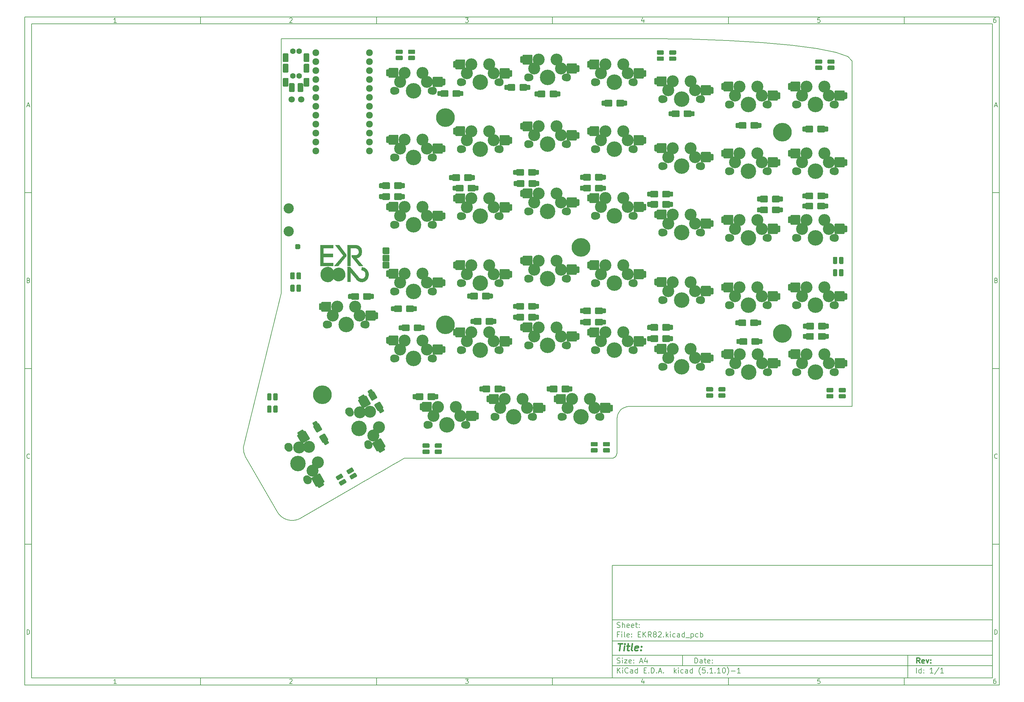
<source format=gts>
G04 #@! TF.GenerationSoftware,KiCad,Pcbnew,(5.1.10)-1*
G04 #@! TF.CreationDate,2021-06-17T20:41:29+02:00*
G04 #@! TF.ProjectId,EKR82,454b5238-322e-46b6-9963-61645f706362,rev?*
G04 #@! TF.SameCoordinates,Original*
G04 #@! TF.FileFunction,Soldermask,Top*
G04 #@! TF.FilePolarity,Negative*
%FSLAX46Y46*%
G04 Gerber Fmt 4.6, Leading zero omitted, Abs format (unit mm)*
G04 Created by KiCad (PCBNEW (5.1.10)-1) date 2021-06-17 20:41:29*
%MOMM*%
%LPD*%
G01*
G04 APERTURE LIST*
%ADD10C,0.100000*%
%ADD11C,0.150000*%
%ADD12C,0.300000*%
%ADD13C,0.400000*%
G04 #@! TA.AperFunction,Profile*
%ADD14C,0.150000*%
G04 #@! TD*
G04 #@! TA.AperFunction,Profile*
%ADD15C,0.200000*%
G04 #@! TD*
%ADD16C,1.924000*%
%ADD17C,5.300000*%
%ADD18C,3.400000*%
%ADD19C,2.100000*%
%ADD20C,2.300000*%
%ADD21C,4.400000*%
%ADD22C,0.500000*%
%ADD23C,1.600000*%
%ADD24C,1.797000*%
%ADD25C,2.900000*%
G04 APERTURE END LIST*
D10*
D11*
X177002200Y-166007200D02*
X177002200Y-198007200D01*
X285002200Y-198007200D01*
X285002200Y-166007200D01*
X177002200Y-166007200D01*
D10*
D11*
X10000000Y-10000000D02*
X10000000Y-200007200D01*
X287002200Y-200007200D01*
X287002200Y-10000000D01*
X10000000Y-10000000D01*
D10*
D11*
X12000000Y-12000000D02*
X12000000Y-198007200D01*
X285002200Y-198007200D01*
X285002200Y-12000000D01*
X12000000Y-12000000D01*
D10*
D11*
X60000000Y-12000000D02*
X60000000Y-10000000D01*
D10*
D11*
X110000000Y-12000000D02*
X110000000Y-10000000D01*
D10*
D11*
X160000000Y-12000000D02*
X160000000Y-10000000D01*
D10*
D11*
X210000000Y-12000000D02*
X210000000Y-10000000D01*
D10*
D11*
X260000000Y-12000000D02*
X260000000Y-10000000D01*
D10*
D11*
X36065476Y-11588095D02*
X35322619Y-11588095D01*
X35694047Y-11588095D02*
X35694047Y-10288095D01*
X35570238Y-10473809D01*
X35446428Y-10597619D01*
X35322619Y-10659523D01*
D10*
D11*
X85322619Y-10411904D02*
X85384523Y-10350000D01*
X85508333Y-10288095D01*
X85817857Y-10288095D01*
X85941666Y-10350000D01*
X86003571Y-10411904D01*
X86065476Y-10535714D01*
X86065476Y-10659523D01*
X86003571Y-10845238D01*
X85260714Y-11588095D01*
X86065476Y-11588095D01*
D10*
D11*
X135260714Y-10288095D02*
X136065476Y-10288095D01*
X135632142Y-10783333D01*
X135817857Y-10783333D01*
X135941666Y-10845238D01*
X136003571Y-10907142D01*
X136065476Y-11030952D01*
X136065476Y-11340476D01*
X136003571Y-11464285D01*
X135941666Y-11526190D01*
X135817857Y-11588095D01*
X135446428Y-11588095D01*
X135322619Y-11526190D01*
X135260714Y-11464285D01*
D10*
D11*
X185941666Y-10721428D02*
X185941666Y-11588095D01*
X185632142Y-10226190D02*
X185322619Y-11154761D01*
X186127380Y-11154761D01*
D10*
D11*
X236003571Y-10288095D02*
X235384523Y-10288095D01*
X235322619Y-10907142D01*
X235384523Y-10845238D01*
X235508333Y-10783333D01*
X235817857Y-10783333D01*
X235941666Y-10845238D01*
X236003571Y-10907142D01*
X236065476Y-11030952D01*
X236065476Y-11340476D01*
X236003571Y-11464285D01*
X235941666Y-11526190D01*
X235817857Y-11588095D01*
X235508333Y-11588095D01*
X235384523Y-11526190D01*
X235322619Y-11464285D01*
D10*
D11*
X285941666Y-10288095D02*
X285694047Y-10288095D01*
X285570238Y-10350000D01*
X285508333Y-10411904D01*
X285384523Y-10597619D01*
X285322619Y-10845238D01*
X285322619Y-11340476D01*
X285384523Y-11464285D01*
X285446428Y-11526190D01*
X285570238Y-11588095D01*
X285817857Y-11588095D01*
X285941666Y-11526190D01*
X286003571Y-11464285D01*
X286065476Y-11340476D01*
X286065476Y-11030952D01*
X286003571Y-10907142D01*
X285941666Y-10845238D01*
X285817857Y-10783333D01*
X285570238Y-10783333D01*
X285446428Y-10845238D01*
X285384523Y-10907142D01*
X285322619Y-11030952D01*
D10*
D11*
X60000000Y-198007200D02*
X60000000Y-200007200D01*
D10*
D11*
X110000000Y-198007200D02*
X110000000Y-200007200D01*
D10*
D11*
X160000000Y-198007200D02*
X160000000Y-200007200D01*
D10*
D11*
X210000000Y-198007200D02*
X210000000Y-200007200D01*
D10*
D11*
X260000000Y-198007200D02*
X260000000Y-200007200D01*
D10*
D11*
X36065476Y-199595295D02*
X35322619Y-199595295D01*
X35694047Y-199595295D02*
X35694047Y-198295295D01*
X35570238Y-198481009D01*
X35446428Y-198604819D01*
X35322619Y-198666723D01*
D10*
D11*
X85322619Y-198419104D02*
X85384523Y-198357200D01*
X85508333Y-198295295D01*
X85817857Y-198295295D01*
X85941666Y-198357200D01*
X86003571Y-198419104D01*
X86065476Y-198542914D01*
X86065476Y-198666723D01*
X86003571Y-198852438D01*
X85260714Y-199595295D01*
X86065476Y-199595295D01*
D10*
D11*
X135260714Y-198295295D02*
X136065476Y-198295295D01*
X135632142Y-198790533D01*
X135817857Y-198790533D01*
X135941666Y-198852438D01*
X136003571Y-198914342D01*
X136065476Y-199038152D01*
X136065476Y-199347676D01*
X136003571Y-199471485D01*
X135941666Y-199533390D01*
X135817857Y-199595295D01*
X135446428Y-199595295D01*
X135322619Y-199533390D01*
X135260714Y-199471485D01*
D10*
D11*
X185941666Y-198728628D02*
X185941666Y-199595295D01*
X185632142Y-198233390D02*
X185322619Y-199161961D01*
X186127380Y-199161961D01*
D10*
D11*
X236003571Y-198295295D02*
X235384523Y-198295295D01*
X235322619Y-198914342D01*
X235384523Y-198852438D01*
X235508333Y-198790533D01*
X235817857Y-198790533D01*
X235941666Y-198852438D01*
X236003571Y-198914342D01*
X236065476Y-199038152D01*
X236065476Y-199347676D01*
X236003571Y-199471485D01*
X235941666Y-199533390D01*
X235817857Y-199595295D01*
X235508333Y-199595295D01*
X235384523Y-199533390D01*
X235322619Y-199471485D01*
D10*
D11*
X285941666Y-198295295D02*
X285694047Y-198295295D01*
X285570238Y-198357200D01*
X285508333Y-198419104D01*
X285384523Y-198604819D01*
X285322619Y-198852438D01*
X285322619Y-199347676D01*
X285384523Y-199471485D01*
X285446428Y-199533390D01*
X285570238Y-199595295D01*
X285817857Y-199595295D01*
X285941666Y-199533390D01*
X286003571Y-199471485D01*
X286065476Y-199347676D01*
X286065476Y-199038152D01*
X286003571Y-198914342D01*
X285941666Y-198852438D01*
X285817857Y-198790533D01*
X285570238Y-198790533D01*
X285446428Y-198852438D01*
X285384523Y-198914342D01*
X285322619Y-199038152D01*
D10*
D11*
X10000000Y-60000000D02*
X12000000Y-60000000D01*
D10*
D11*
X10000000Y-110000000D02*
X12000000Y-110000000D01*
D10*
D11*
X10000000Y-160000000D02*
X12000000Y-160000000D01*
D10*
D11*
X10690476Y-35216666D02*
X11309523Y-35216666D01*
X10566666Y-35588095D02*
X11000000Y-34288095D01*
X11433333Y-35588095D01*
D10*
D11*
X11092857Y-84907142D02*
X11278571Y-84969047D01*
X11340476Y-85030952D01*
X11402380Y-85154761D01*
X11402380Y-85340476D01*
X11340476Y-85464285D01*
X11278571Y-85526190D01*
X11154761Y-85588095D01*
X10659523Y-85588095D01*
X10659523Y-84288095D01*
X11092857Y-84288095D01*
X11216666Y-84350000D01*
X11278571Y-84411904D01*
X11340476Y-84535714D01*
X11340476Y-84659523D01*
X11278571Y-84783333D01*
X11216666Y-84845238D01*
X11092857Y-84907142D01*
X10659523Y-84907142D01*
D10*
D11*
X11402380Y-135464285D02*
X11340476Y-135526190D01*
X11154761Y-135588095D01*
X11030952Y-135588095D01*
X10845238Y-135526190D01*
X10721428Y-135402380D01*
X10659523Y-135278571D01*
X10597619Y-135030952D01*
X10597619Y-134845238D01*
X10659523Y-134597619D01*
X10721428Y-134473809D01*
X10845238Y-134350000D01*
X11030952Y-134288095D01*
X11154761Y-134288095D01*
X11340476Y-134350000D01*
X11402380Y-134411904D01*
D10*
D11*
X10659523Y-185588095D02*
X10659523Y-184288095D01*
X10969047Y-184288095D01*
X11154761Y-184350000D01*
X11278571Y-184473809D01*
X11340476Y-184597619D01*
X11402380Y-184845238D01*
X11402380Y-185030952D01*
X11340476Y-185278571D01*
X11278571Y-185402380D01*
X11154761Y-185526190D01*
X10969047Y-185588095D01*
X10659523Y-185588095D01*
D10*
D11*
X287002200Y-60000000D02*
X285002200Y-60000000D01*
D10*
D11*
X287002200Y-110000000D02*
X285002200Y-110000000D01*
D10*
D11*
X287002200Y-160000000D02*
X285002200Y-160000000D01*
D10*
D11*
X285692676Y-35216666D02*
X286311723Y-35216666D01*
X285568866Y-35588095D02*
X286002200Y-34288095D01*
X286435533Y-35588095D01*
D10*
D11*
X286095057Y-84907142D02*
X286280771Y-84969047D01*
X286342676Y-85030952D01*
X286404580Y-85154761D01*
X286404580Y-85340476D01*
X286342676Y-85464285D01*
X286280771Y-85526190D01*
X286156961Y-85588095D01*
X285661723Y-85588095D01*
X285661723Y-84288095D01*
X286095057Y-84288095D01*
X286218866Y-84350000D01*
X286280771Y-84411904D01*
X286342676Y-84535714D01*
X286342676Y-84659523D01*
X286280771Y-84783333D01*
X286218866Y-84845238D01*
X286095057Y-84907142D01*
X285661723Y-84907142D01*
D10*
D11*
X286404580Y-135464285D02*
X286342676Y-135526190D01*
X286156961Y-135588095D01*
X286033152Y-135588095D01*
X285847438Y-135526190D01*
X285723628Y-135402380D01*
X285661723Y-135278571D01*
X285599819Y-135030952D01*
X285599819Y-134845238D01*
X285661723Y-134597619D01*
X285723628Y-134473809D01*
X285847438Y-134350000D01*
X286033152Y-134288095D01*
X286156961Y-134288095D01*
X286342676Y-134350000D01*
X286404580Y-134411904D01*
D10*
D11*
X285661723Y-185588095D02*
X285661723Y-184288095D01*
X285971247Y-184288095D01*
X286156961Y-184350000D01*
X286280771Y-184473809D01*
X286342676Y-184597619D01*
X286404580Y-184845238D01*
X286404580Y-185030952D01*
X286342676Y-185278571D01*
X286280771Y-185402380D01*
X286156961Y-185526190D01*
X285971247Y-185588095D01*
X285661723Y-185588095D01*
D10*
D11*
X200434342Y-193785771D02*
X200434342Y-192285771D01*
X200791485Y-192285771D01*
X201005771Y-192357200D01*
X201148628Y-192500057D01*
X201220057Y-192642914D01*
X201291485Y-192928628D01*
X201291485Y-193142914D01*
X201220057Y-193428628D01*
X201148628Y-193571485D01*
X201005771Y-193714342D01*
X200791485Y-193785771D01*
X200434342Y-193785771D01*
X202577200Y-193785771D02*
X202577200Y-193000057D01*
X202505771Y-192857200D01*
X202362914Y-192785771D01*
X202077200Y-192785771D01*
X201934342Y-192857200D01*
X202577200Y-193714342D02*
X202434342Y-193785771D01*
X202077200Y-193785771D01*
X201934342Y-193714342D01*
X201862914Y-193571485D01*
X201862914Y-193428628D01*
X201934342Y-193285771D01*
X202077200Y-193214342D01*
X202434342Y-193214342D01*
X202577200Y-193142914D01*
X203077200Y-192785771D02*
X203648628Y-192785771D01*
X203291485Y-192285771D02*
X203291485Y-193571485D01*
X203362914Y-193714342D01*
X203505771Y-193785771D01*
X203648628Y-193785771D01*
X204720057Y-193714342D02*
X204577200Y-193785771D01*
X204291485Y-193785771D01*
X204148628Y-193714342D01*
X204077200Y-193571485D01*
X204077200Y-193000057D01*
X204148628Y-192857200D01*
X204291485Y-192785771D01*
X204577200Y-192785771D01*
X204720057Y-192857200D01*
X204791485Y-193000057D01*
X204791485Y-193142914D01*
X204077200Y-193285771D01*
X205434342Y-193642914D02*
X205505771Y-193714342D01*
X205434342Y-193785771D01*
X205362914Y-193714342D01*
X205434342Y-193642914D01*
X205434342Y-193785771D01*
X205434342Y-192857200D02*
X205505771Y-192928628D01*
X205434342Y-193000057D01*
X205362914Y-192928628D01*
X205434342Y-192857200D01*
X205434342Y-193000057D01*
D10*
D11*
X177002200Y-194507200D02*
X285002200Y-194507200D01*
D10*
D11*
X178434342Y-196585771D02*
X178434342Y-195085771D01*
X179291485Y-196585771D02*
X178648628Y-195728628D01*
X179291485Y-195085771D02*
X178434342Y-195942914D01*
X179934342Y-196585771D02*
X179934342Y-195585771D01*
X179934342Y-195085771D02*
X179862914Y-195157200D01*
X179934342Y-195228628D01*
X180005771Y-195157200D01*
X179934342Y-195085771D01*
X179934342Y-195228628D01*
X181505771Y-196442914D02*
X181434342Y-196514342D01*
X181220057Y-196585771D01*
X181077200Y-196585771D01*
X180862914Y-196514342D01*
X180720057Y-196371485D01*
X180648628Y-196228628D01*
X180577200Y-195942914D01*
X180577200Y-195728628D01*
X180648628Y-195442914D01*
X180720057Y-195300057D01*
X180862914Y-195157200D01*
X181077200Y-195085771D01*
X181220057Y-195085771D01*
X181434342Y-195157200D01*
X181505771Y-195228628D01*
X182791485Y-196585771D02*
X182791485Y-195800057D01*
X182720057Y-195657200D01*
X182577200Y-195585771D01*
X182291485Y-195585771D01*
X182148628Y-195657200D01*
X182791485Y-196514342D02*
X182648628Y-196585771D01*
X182291485Y-196585771D01*
X182148628Y-196514342D01*
X182077200Y-196371485D01*
X182077200Y-196228628D01*
X182148628Y-196085771D01*
X182291485Y-196014342D01*
X182648628Y-196014342D01*
X182791485Y-195942914D01*
X184148628Y-196585771D02*
X184148628Y-195085771D01*
X184148628Y-196514342D02*
X184005771Y-196585771D01*
X183720057Y-196585771D01*
X183577200Y-196514342D01*
X183505771Y-196442914D01*
X183434342Y-196300057D01*
X183434342Y-195871485D01*
X183505771Y-195728628D01*
X183577200Y-195657200D01*
X183720057Y-195585771D01*
X184005771Y-195585771D01*
X184148628Y-195657200D01*
X186005771Y-195800057D02*
X186505771Y-195800057D01*
X186720057Y-196585771D02*
X186005771Y-196585771D01*
X186005771Y-195085771D01*
X186720057Y-195085771D01*
X187362914Y-196442914D02*
X187434342Y-196514342D01*
X187362914Y-196585771D01*
X187291485Y-196514342D01*
X187362914Y-196442914D01*
X187362914Y-196585771D01*
X188077200Y-196585771D02*
X188077200Y-195085771D01*
X188434342Y-195085771D01*
X188648628Y-195157200D01*
X188791485Y-195300057D01*
X188862914Y-195442914D01*
X188934342Y-195728628D01*
X188934342Y-195942914D01*
X188862914Y-196228628D01*
X188791485Y-196371485D01*
X188648628Y-196514342D01*
X188434342Y-196585771D01*
X188077200Y-196585771D01*
X189577200Y-196442914D02*
X189648628Y-196514342D01*
X189577200Y-196585771D01*
X189505771Y-196514342D01*
X189577200Y-196442914D01*
X189577200Y-196585771D01*
X190220057Y-196157200D02*
X190934342Y-196157200D01*
X190077200Y-196585771D02*
X190577200Y-195085771D01*
X191077200Y-196585771D01*
X191577200Y-196442914D02*
X191648628Y-196514342D01*
X191577200Y-196585771D01*
X191505771Y-196514342D01*
X191577200Y-196442914D01*
X191577200Y-196585771D01*
X194577200Y-196585771D02*
X194577200Y-195085771D01*
X194720057Y-196014342D02*
X195148628Y-196585771D01*
X195148628Y-195585771D02*
X194577200Y-196157200D01*
X195791485Y-196585771D02*
X195791485Y-195585771D01*
X195791485Y-195085771D02*
X195720057Y-195157200D01*
X195791485Y-195228628D01*
X195862914Y-195157200D01*
X195791485Y-195085771D01*
X195791485Y-195228628D01*
X197148628Y-196514342D02*
X197005771Y-196585771D01*
X196720057Y-196585771D01*
X196577200Y-196514342D01*
X196505771Y-196442914D01*
X196434342Y-196300057D01*
X196434342Y-195871485D01*
X196505771Y-195728628D01*
X196577200Y-195657200D01*
X196720057Y-195585771D01*
X197005771Y-195585771D01*
X197148628Y-195657200D01*
X198434342Y-196585771D02*
X198434342Y-195800057D01*
X198362914Y-195657200D01*
X198220057Y-195585771D01*
X197934342Y-195585771D01*
X197791485Y-195657200D01*
X198434342Y-196514342D02*
X198291485Y-196585771D01*
X197934342Y-196585771D01*
X197791485Y-196514342D01*
X197720057Y-196371485D01*
X197720057Y-196228628D01*
X197791485Y-196085771D01*
X197934342Y-196014342D01*
X198291485Y-196014342D01*
X198434342Y-195942914D01*
X199791485Y-196585771D02*
X199791485Y-195085771D01*
X199791485Y-196514342D02*
X199648628Y-196585771D01*
X199362914Y-196585771D01*
X199220057Y-196514342D01*
X199148628Y-196442914D01*
X199077200Y-196300057D01*
X199077200Y-195871485D01*
X199148628Y-195728628D01*
X199220057Y-195657200D01*
X199362914Y-195585771D01*
X199648628Y-195585771D01*
X199791485Y-195657200D01*
X202077200Y-197157200D02*
X202005771Y-197085771D01*
X201862914Y-196871485D01*
X201791485Y-196728628D01*
X201720057Y-196514342D01*
X201648628Y-196157200D01*
X201648628Y-195871485D01*
X201720057Y-195514342D01*
X201791485Y-195300057D01*
X201862914Y-195157200D01*
X202005771Y-194942914D01*
X202077200Y-194871485D01*
X203362914Y-195085771D02*
X202648628Y-195085771D01*
X202577200Y-195800057D01*
X202648628Y-195728628D01*
X202791485Y-195657200D01*
X203148628Y-195657200D01*
X203291485Y-195728628D01*
X203362914Y-195800057D01*
X203434342Y-195942914D01*
X203434342Y-196300057D01*
X203362914Y-196442914D01*
X203291485Y-196514342D01*
X203148628Y-196585771D01*
X202791485Y-196585771D01*
X202648628Y-196514342D01*
X202577200Y-196442914D01*
X204077200Y-196442914D02*
X204148628Y-196514342D01*
X204077200Y-196585771D01*
X204005771Y-196514342D01*
X204077200Y-196442914D01*
X204077200Y-196585771D01*
X205577200Y-196585771D02*
X204720057Y-196585771D01*
X205148628Y-196585771D02*
X205148628Y-195085771D01*
X205005771Y-195300057D01*
X204862914Y-195442914D01*
X204720057Y-195514342D01*
X206220057Y-196442914D02*
X206291485Y-196514342D01*
X206220057Y-196585771D01*
X206148628Y-196514342D01*
X206220057Y-196442914D01*
X206220057Y-196585771D01*
X207720057Y-196585771D02*
X206862914Y-196585771D01*
X207291485Y-196585771D02*
X207291485Y-195085771D01*
X207148628Y-195300057D01*
X207005771Y-195442914D01*
X206862914Y-195514342D01*
X208648628Y-195085771D02*
X208791485Y-195085771D01*
X208934342Y-195157200D01*
X209005771Y-195228628D01*
X209077200Y-195371485D01*
X209148628Y-195657200D01*
X209148628Y-196014342D01*
X209077200Y-196300057D01*
X209005771Y-196442914D01*
X208934342Y-196514342D01*
X208791485Y-196585771D01*
X208648628Y-196585771D01*
X208505771Y-196514342D01*
X208434342Y-196442914D01*
X208362914Y-196300057D01*
X208291485Y-196014342D01*
X208291485Y-195657200D01*
X208362914Y-195371485D01*
X208434342Y-195228628D01*
X208505771Y-195157200D01*
X208648628Y-195085771D01*
X209648628Y-197157200D02*
X209720057Y-197085771D01*
X209862914Y-196871485D01*
X209934342Y-196728628D01*
X210005771Y-196514342D01*
X210077200Y-196157200D01*
X210077200Y-195871485D01*
X210005771Y-195514342D01*
X209934342Y-195300057D01*
X209862914Y-195157200D01*
X209720057Y-194942914D01*
X209648628Y-194871485D01*
X210791485Y-196014342D02*
X211934342Y-196014342D01*
X213434342Y-196585771D02*
X212577200Y-196585771D01*
X213005771Y-196585771D02*
X213005771Y-195085771D01*
X212862914Y-195300057D01*
X212720057Y-195442914D01*
X212577200Y-195514342D01*
D10*
D11*
X177002200Y-191507200D02*
X285002200Y-191507200D01*
D10*
D12*
X264411485Y-193785771D02*
X263911485Y-193071485D01*
X263554342Y-193785771D02*
X263554342Y-192285771D01*
X264125771Y-192285771D01*
X264268628Y-192357200D01*
X264340057Y-192428628D01*
X264411485Y-192571485D01*
X264411485Y-192785771D01*
X264340057Y-192928628D01*
X264268628Y-193000057D01*
X264125771Y-193071485D01*
X263554342Y-193071485D01*
X265625771Y-193714342D02*
X265482914Y-193785771D01*
X265197200Y-193785771D01*
X265054342Y-193714342D01*
X264982914Y-193571485D01*
X264982914Y-193000057D01*
X265054342Y-192857200D01*
X265197200Y-192785771D01*
X265482914Y-192785771D01*
X265625771Y-192857200D01*
X265697200Y-193000057D01*
X265697200Y-193142914D01*
X264982914Y-193285771D01*
X266197200Y-192785771D02*
X266554342Y-193785771D01*
X266911485Y-192785771D01*
X267482914Y-193642914D02*
X267554342Y-193714342D01*
X267482914Y-193785771D01*
X267411485Y-193714342D01*
X267482914Y-193642914D01*
X267482914Y-193785771D01*
X267482914Y-192857200D02*
X267554342Y-192928628D01*
X267482914Y-193000057D01*
X267411485Y-192928628D01*
X267482914Y-192857200D01*
X267482914Y-193000057D01*
D10*
D11*
X178362914Y-193714342D02*
X178577200Y-193785771D01*
X178934342Y-193785771D01*
X179077200Y-193714342D01*
X179148628Y-193642914D01*
X179220057Y-193500057D01*
X179220057Y-193357200D01*
X179148628Y-193214342D01*
X179077200Y-193142914D01*
X178934342Y-193071485D01*
X178648628Y-193000057D01*
X178505771Y-192928628D01*
X178434342Y-192857200D01*
X178362914Y-192714342D01*
X178362914Y-192571485D01*
X178434342Y-192428628D01*
X178505771Y-192357200D01*
X178648628Y-192285771D01*
X179005771Y-192285771D01*
X179220057Y-192357200D01*
X179862914Y-193785771D02*
X179862914Y-192785771D01*
X179862914Y-192285771D02*
X179791485Y-192357200D01*
X179862914Y-192428628D01*
X179934342Y-192357200D01*
X179862914Y-192285771D01*
X179862914Y-192428628D01*
X180434342Y-192785771D02*
X181220057Y-192785771D01*
X180434342Y-193785771D01*
X181220057Y-193785771D01*
X182362914Y-193714342D02*
X182220057Y-193785771D01*
X181934342Y-193785771D01*
X181791485Y-193714342D01*
X181720057Y-193571485D01*
X181720057Y-193000057D01*
X181791485Y-192857200D01*
X181934342Y-192785771D01*
X182220057Y-192785771D01*
X182362914Y-192857200D01*
X182434342Y-193000057D01*
X182434342Y-193142914D01*
X181720057Y-193285771D01*
X183077200Y-193642914D02*
X183148628Y-193714342D01*
X183077200Y-193785771D01*
X183005771Y-193714342D01*
X183077200Y-193642914D01*
X183077200Y-193785771D01*
X183077200Y-192857200D02*
X183148628Y-192928628D01*
X183077200Y-193000057D01*
X183005771Y-192928628D01*
X183077200Y-192857200D01*
X183077200Y-193000057D01*
X184862914Y-193357200D02*
X185577200Y-193357200D01*
X184720057Y-193785771D02*
X185220057Y-192285771D01*
X185720057Y-193785771D01*
X186862914Y-192785771D02*
X186862914Y-193785771D01*
X186505771Y-192214342D02*
X186148628Y-193285771D01*
X187077200Y-193285771D01*
D10*
D11*
X263434342Y-196585771D02*
X263434342Y-195085771D01*
X264791485Y-196585771D02*
X264791485Y-195085771D01*
X264791485Y-196514342D02*
X264648628Y-196585771D01*
X264362914Y-196585771D01*
X264220057Y-196514342D01*
X264148628Y-196442914D01*
X264077200Y-196300057D01*
X264077200Y-195871485D01*
X264148628Y-195728628D01*
X264220057Y-195657200D01*
X264362914Y-195585771D01*
X264648628Y-195585771D01*
X264791485Y-195657200D01*
X265505771Y-196442914D02*
X265577200Y-196514342D01*
X265505771Y-196585771D01*
X265434342Y-196514342D01*
X265505771Y-196442914D01*
X265505771Y-196585771D01*
X265505771Y-195657200D02*
X265577200Y-195728628D01*
X265505771Y-195800057D01*
X265434342Y-195728628D01*
X265505771Y-195657200D01*
X265505771Y-195800057D01*
X268148628Y-196585771D02*
X267291485Y-196585771D01*
X267720057Y-196585771D02*
X267720057Y-195085771D01*
X267577200Y-195300057D01*
X267434342Y-195442914D01*
X267291485Y-195514342D01*
X269862914Y-195014342D02*
X268577200Y-196942914D01*
X271148628Y-196585771D02*
X270291485Y-196585771D01*
X270720057Y-196585771D02*
X270720057Y-195085771D01*
X270577200Y-195300057D01*
X270434342Y-195442914D01*
X270291485Y-195514342D01*
D10*
D11*
X177002200Y-187507200D02*
X285002200Y-187507200D01*
D10*
D13*
X178714580Y-188211961D02*
X179857438Y-188211961D01*
X179036009Y-190211961D02*
X179286009Y-188211961D01*
X180274104Y-190211961D02*
X180440771Y-188878628D01*
X180524104Y-188211961D02*
X180416961Y-188307200D01*
X180500295Y-188402438D01*
X180607438Y-188307200D01*
X180524104Y-188211961D01*
X180500295Y-188402438D01*
X181107438Y-188878628D02*
X181869342Y-188878628D01*
X181476485Y-188211961D02*
X181262200Y-189926247D01*
X181333628Y-190116723D01*
X181512200Y-190211961D01*
X181702676Y-190211961D01*
X182655057Y-190211961D02*
X182476485Y-190116723D01*
X182405057Y-189926247D01*
X182619342Y-188211961D01*
X184190771Y-190116723D02*
X183988390Y-190211961D01*
X183607438Y-190211961D01*
X183428866Y-190116723D01*
X183357438Y-189926247D01*
X183452676Y-189164342D01*
X183571723Y-188973866D01*
X183774104Y-188878628D01*
X184155057Y-188878628D01*
X184333628Y-188973866D01*
X184405057Y-189164342D01*
X184381247Y-189354819D01*
X183405057Y-189545295D01*
X185155057Y-190021485D02*
X185238390Y-190116723D01*
X185131247Y-190211961D01*
X185047914Y-190116723D01*
X185155057Y-190021485D01*
X185131247Y-190211961D01*
X185286009Y-188973866D02*
X185369342Y-189069104D01*
X185262200Y-189164342D01*
X185178866Y-189069104D01*
X185286009Y-188973866D01*
X185262200Y-189164342D01*
D10*
D11*
X178934342Y-185600057D02*
X178434342Y-185600057D01*
X178434342Y-186385771D02*
X178434342Y-184885771D01*
X179148628Y-184885771D01*
X179720057Y-186385771D02*
X179720057Y-185385771D01*
X179720057Y-184885771D02*
X179648628Y-184957200D01*
X179720057Y-185028628D01*
X179791485Y-184957200D01*
X179720057Y-184885771D01*
X179720057Y-185028628D01*
X180648628Y-186385771D02*
X180505771Y-186314342D01*
X180434342Y-186171485D01*
X180434342Y-184885771D01*
X181791485Y-186314342D02*
X181648628Y-186385771D01*
X181362914Y-186385771D01*
X181220057Y-186314342D01*
X181148628Y-186171485D01*
X181148628Y-185600057D01*
X181220057Y-185457200D01*
X181362914Y-185385771D01*
X181648628Y-185385771D01*
X181791485Y-185457200D01*
X181862914Y-185600057D01*
X181862914Y-185742914D01*
X181148628Y-185885771D01*
X182505771Y-186242914D02*
X182577200Y-186314342D01*
X182505771Y-186385771D01*
X182434342Y-186314342D01*
X182505771Y-186242914D01*
X182505771Y-186385771D01*
X182505771Y-185457200D02*
X182577200Y-185528628D01*
X182505771Y-185600057D01*
X182434342Y-185528628D01*
X182505771Y-185457200D01*
X182505771Y-185600057D01*
X184362914Y-185600057D02*
X184862914Y-185600057D01*
X185077200Y-186385771D02*
X184362914Y-186385771D01*
X184362914Y-184885771D01*
X185077200Y-184885771D01*
X185720057Y-186385771D02*
X185720057Y-184885771D01*
X186577200Y-186385771D02*
X185934342Y-185528628D01*
X186577200Y-184885771D02*
X185720057Y-185742914D01*
X188077200Y-186385771D02*
X187577200Y-185671485D01*
X187220057Y-186385771D02*
X187220057Y-184885771D01*
X187791485Y-184885771D01*
X187934342Y-184957200D01*
X188005771Y-185028628D01*
X188077200Y-185171485D01*
X188077200Y-185385771D01*
X188005771Y-185528628D01*
X187934342Y-185600057D01*
X187791485Y-185671485D01*
X187220057Y-185671485D01*
X188934342Y-185528628D02*
X188791485Y-185457200D01*
X188720057Y-185385771D01*
X188648628Y-185242914D01*
X188648628Y-185171485D01*
X188720057Y-185028628D01*
X188791485Y-184957200D01*
X188934342Y-184885771D01*
X189220057Y-184885771D01*
X189362914Y-184957200D01*
X189434342Y-185028628D01*
X189505771Y-185171485D01*
X189505771Y-185242914D01*
X189434342Y-185385771D01*
X189362914Y-185457200D01*
X189220057Y-185528628D01*
X188934342Y-185528628D01*
X188791485Y-185600057D01*
X188720057Y-185671485D01*
X188648628Y-185814342D01*
X188648628Y-186100057D01*
X188720057Y-186242914D01*
X188791485Y-186314342D01*
X188934342Y-186385771D01*
X189220057Y-186385771D01*
X189362914Y-186314342D01*
X189434342Y-186242914D01*
X189505771Y-186100057D01*
X189505771Y-185814342D01*
X189434342Y-185671485D01*
X189362914Y-185600057D01*
X189220057Y-185528628D01*
X190077200Y-185028628D02*
X190148628Y-184957200D01*
X190291485Y-184885771D01*
X190648628Y-184885771D01*
X190791485Y-184957200D01*
X190862914Y-185028628D01*
X190934342Y-185171485D01*
X190934342Y-185314342D01*
X190862914Y-185528628D01*
X190005771Y-186385771D01*
X190934342Y-186385771D01*
X191577200Y-186242914D02*
X191648628Y-186314342D01*
X191577200Y-186385771D01*
X191505771Y-186314342D01*
X191577200Y-186242914D01*
X191577200Y-186385771D01*
X192291485Y-186385771D02*
X192291485Y-184885771D01*
X192434342Y-185814342D02*
X192862914Y-186385771D01*
X192862914Y-185385771D02*
X192291485Y-185957200D01*
X193505771Y-186385771D02*
X193505771Y-185385771D01*
X193505771Y-184885771D02*
X193434342Y-184957200D01*
X193505771Y-185028628D01*
X193577200Y-184957200D01*
X193505771Y-184885771D01*
X193505771Y-185028628D01*
X194862914Y-186314342D02*
X194720057Y-186385771D01*
X194434342Y-186385771D01*
X194291485Y-186314342D01*
X194220057Y-186242914D01*
X194148628Y-186100057D01*
X194148628Y-185671485D01*
X194220057Y-185528628D01*
X194291485Y-185457200D01*
X194434342Y-185385771D01*
X194720057Y-185385771D01*
X194862914Y-185457200D01*
X196148628Y-186385771D02*
X196148628Y-185600057D01*
X196077200Y-185457200D01*
X195934342Y-185385771D01*
X195648628Y-185385771D01*
X195505771Y-185457200D01*
X196148628Y-186314342D02*
X196005771Y-186385771D01*
X195648628Y-186385771D01*
X195505771Y-186314342D01*
X195434342Y-186171485D01*
X195434342Y-186028628D01*
X195505771Y-185885771D01*
X195648628Y-185814342D01*
X196005771Y-185814342D01*
X196148628Y-185742914D01*
X197505771Y-186385771D02*
X197505771Y-184885771D01*
X197505771Y-186314342D02*
X197362914Y-186385771D01*
X197077200Y-186385771D01*
X196934342Y-186314342D01*
X196862914Y-186242914D01*
X196791485Y-186100057D01*
X196791485Y-185671485D01*
X196862914Y-185528628D01*
X196934342Y-185457200D01*
X197077200Y-185385771D01*
X197362914Y-185385771D01*
X197505771Y-185457200D01*
X197862914Y-186528628D02*
X199005771Y-186528628D01*
X199362914Y-185385771D02*
X199362914Y-186885771D01*
X199362914Y-185457200D02*
X199505771Y-185385771D01*
X199791485Y-185385771D01*
X199934342Y-185457200D01*
X200005771Y-185528628D01*
X200077200Y-185671485D01*
X200077200Y-186100057D01*
X200005771Y-186242914D01*
X199934342Y-186314342D01*
X199791485Y-186385771D01*
X199505771Y-186385771D01*
X199362914Y-186314342D01*
X201362914Y-186314342D02*
X201220057Y-186385771D01*
X200934342Y-186385771D01*
X200791485Y-186314342D01*
X200720057Y-186242914D01*
X200648628Y-186100057D01*
X200648628Y-185671485D01*
X200720057Y-185528628D01*
X200791485Y-185457200D01*
X200934342Y-185385771D01*
X201220057Y-185385771D01*
X201362914Y-185457200D01*
X202005771Y-186385771D02*
X202005771Y-184885771D01*
X202005771Y-185457200D02*
X202148628Y-185385771D01*
X202434342Y-185385771D01*
X202577200Y-185457200D01*
X202648628Y-185528628D01*
X202720057Y-185671485D01*
X202720057Y-186100057D01*
X202648628Y-186242914D01*
X202577200Y-186314342D01*
X202434342Y-186385771D01*
X202148628Y-186385771D01*
X202005771Y-186314342D01*
D10*
D11*
X177002200Y-181507200D02*
X285002200Y-181507200D01*
D10*
D11*
X178362914Y-183614342D02*
X178577200Y-183685771D01*
X178934342Y-183685771D01*
X179077200Y-183614342D01*
X179148628Y-183542914D01*
X179220057Y-183400057D01*
X179220057Y-183257200D01*
X179148628Y-183114342D01*
X179077200Y-183042914D01*
X178934342Y-182971485D01*
X178648628Y-182900057D01*
X178505771Y-182828628D01*
X178434342Y-182757200D01*
X178362914Y-182614342D01*
X178362914Y-182471485D01*
X178434342Y-182328628D01*
X178505771Y-182257200D01*
X178648628Y-182185771D01*
X179005771Y-182185771D01*
X179220057Y-182257200D01*
X179862914Y-183685771D02*
X179862914Y-182185771D01*
X180505771Y-183685771D02*
X180505771Y-182900057D01*
X180434342Y-182757200D01*
X180291485Y-182685771D01*
X180077200Y-182685771D01*
X179934342Y-182757200D01*
X179862914Y-182828628D01*
X181791485Y-183614342D02*
X181648628Y-183685771D01*
X181362914Y-183685771D01*
X181220057Y-183614342D01*
X181148628Y-183471485D01*
X181148628Y-182900057D01*
X181220057Y-182757200D01*
X181362914Y-182685771D01*
X181648628Y-182685771D01*
X181791485Y-182757200D01*
X181862914Y-182900057D01*
X181862914Y-183042914D01*
X181148628Y-183185771D01*
X183077200Y-183614342D02*
X182934342Y-183685771D01*
X182648628Y-183685771D01*
X182505771Y-183614342D01*
X182434342Y-183471485D01*
X182434342Y-182900057D01*
X182505771Y-182757200D01*
X182648628Y-182685771D01*
X182934342Y-182685771D01*
X183077200Y-182757200D01*
X183148628Y-182900057D01*
X183148628Y-183042914D01*
X182434342Y-183185771D01*
X183577200Y-182685771D02*
X184148628Y-182685771D01*
X183791485Y-182185771D02*
X183791485Y-183471485D01*
X183862914Y-183614342D01*
X184005771Y-183685771D01*
X184148628Y-183685771D01*
X184648628Y-183542914D02*
X184720057Y-183614342D01*
X184648628Y-183685771D01*
X184577200Y-183614342D01*
X184648628Y-183542914D01*
X184648628Y-183685771D01*
X184648628Y-182757200D02*
X184720057Y-182828628D01*
X184648628Y-182900057D01*
X184577200Y-182828628D01*
X184648628Y-182757200D01*
X184648628Y-182900057D01*
D10*
D11*
X197002200Y-191507200D02*
X197002200Y-194507200D01*
D10*
D11*
X261002200Y-191507200D02*
X261002200Y-198007200D01*
D14*
X72674503Y-134960305D02*
G75*
G02*
X72175000Y-132325000I4376397J2194505D01*
G01*
X88345583Y-152620389D02*
G75*
G02*
X81699101Y-150634699I-2328483J4322489D01*
G01*
X72674503Y-134960305D02*
X81699101Y-150634699D01*
X104456758Y-143271756D02*
X88345583Y-152620389D01*
X245120000Y-120789735D02*
X245120000Y-22546755D01*
X223959999Y-120789735D02*
X245120000Y-120789735D01*
X82937528Y-38136762D02*
X82937528Y-16196762D01*
D15*
X240549319Y-20073847D02*
X235185697Y-18995159D01*
X235185697Y-18995159D02*
X228080758Y-18055561D01*
X116186619Y-136480784D02*
X117862313Y-135510645D01*
X114510925Y-137450923D02*
X116186619Y-136480784D01*
X82937528Y-50750629D02*
X82937528Y-44443695D01*
X82937528Y-57057562D02*
X82937528Y-50750629D01*
X142171711Y-16196762D02*
X131763877Y-16196762D01*
X218692418Y-120789735D02*
X223959999Y-120789735D01*
X213424836Y-120789735D02*
X218692418Y-120789735D01*
X208157255Y-120789735D02*
X213424836Y-120789735D01*
X202889673Y-120789735D02*
X208157255Y-120789735D01*
X197622092Y-120789735D02*
X202889673Y-120789735D01*
X192354511Y-120789735D02*
X197622092Y-120789735D01*
X187086929Y-120789735D02*
X192354511Y-120789735D01*
X181819348Y-120789735D02*
X187086929Y-120789735D01*
X181113524Y-120860778D02*
X181819348Y-120789735D01*
X180456326Y-121064561D02*
X181113524Y-120860778D01*
X179861773Y-121387065D02*
X180456326Y-121064561D01*
X179343884Y-121814271D02*
X179861773Y-121387065D01*
X178916678Y-122332160D02*
X179343884Y-121814271D01*
X178594174Y-122926713D02*
X178916678Y-122332160D01*
X178390391Y-123583911D02*
X178594174Y-122926713D01*
X178319348Y-124289735D02*
X178390391Y-123583911D01*
X219467654Y-17280488D02*
X209579538Y-16695374D01*
X228080758Y-18055561D02*
X219467654Y-17280488D01*
X198649563Y-16325654D02*
X186910881Y-16196762D01*
X209579538Y-16695374D02*
X198649563Y-16325654D01*
X177658308Y-135255660D02*
X177403500Y-135393876D01*
X177880261Y-135072571D02*
X177658308Y-135255660D01*
X178063349Y-134850619D02*
X177880261Y-135072571D01*
X178201565Y-134595810D02*
X178063349Y-134850619D01*
X178288901Y-134314154D02*
X178201565Y-134595810D01*
X178319348Y-134034052D02*
X178288901Y-134314154D01*
X82937528Y-69671429D02*
X82937528Y-63364495D01*
X82937528Y-75978362D02*
X82937528Y-69671429D01*
X82937528Y-82285296D02*
X82937528Y-75978362D01*
X82937528Y-88592229D02*
X82937528Y-82285296D01*
X131763877Y-16196762D02*
X121356044Y-16196762D01*
X152579545Y-16196762D02*
X142171711Y-16196762D01*
X162987379Y-16196762D02*
X152579545Y-16196762D01*
X173395213Y-16196762D02*
X162987379Y-16196762D01*
X186910881Y-16196762D02*
X173395213Y-16196762D01*
X121356044Y-16196762D02*
X82937528Y-16196762D01*
X82937528Y-63364495D02*
X82937528Y-57057562D01*
X82937528Y-44443695D02*
X82937528Y-38136762D01*
X82937777Y-88592317D02*
X72175000Y-132325000D01*
X112835230Y-138421062D02*
X114510925Y-137450923D01*
X111159536Y-139391201D02*
X112835230Y-138421062D01*
X109483841Y-140361340D02*
X111159536Y-139391201D01*
X107808147Y-141331479D02*
X109483841Y-140361340D01*
X106132452Y-142301617D02*
X107808147Y-141331479D01*
X104456758Y-143271756D02*
X106132452Y-142301617D01*
X169449826Y-135511658D02*
X176819348Y-135511658D01*
X162080304Y-135511658D02*
X169449826Y-135511658D01*
X154710782Y-135511658D02*
X162080304Y-135511658D01*
X147341260Y-135511658D02*
X154710782Y-135511658D01*
X139971738Y-135511658D02*
X147341260Y-135511658D01*
X132602217Y-135511658D02*
X139971738Y-135511658D01*
X125232695Y-135511658D02*
X132602217Y-135511658D01*
X117863173Y-135511658D02*
X125232695Y-135511658D01*
X178319348Y-132816013D02*
X178319348Y-134034052D01*
X178319348Y-131597973D02*
X178319348Y-132816013D01*
X178319348Y-130379933D02*
X178319348Y-131597973D01*
X178319348Y-129161894D02*
X178319348Y-130379933D01*
X178319348Y-127943854D02*
X178319348Y-129161894D01*
X178319348Y-126725814D02*
X178319348Y-127943854D01*
X178319348Y-125507775D02*
X178319348Y-126725814D01*
X178319348Y-124289735D02*
X178319348Y-125507775D01*
X177121844Y-135481211D02*
X176819348Y-135511658D01*
X177403500Y-135393876D02*
X177121844Y-135481211D01*
X243938471Y-21266190D02*
X240549319Y-20073847D01*
X245120000Y-22546755D02*
X243938471Y-21266190D01*
D10*
G36*
X97620980Y-75693380D02*
G01*
X94864520Y-75693380D01*
X94864520Y-77369390D01*
X97561430Y-77369390D01*
X97561430Y-78237170D01*
X94864520Y-78237170D01*
X94864520Y-79921670D01*
X97629499Y-79921670D01*
X97629499Y-80780960D01*
X93996710Y-80780960D01*
X93996710Y-74834090D01*
X97620980Y-74834090D01*
X97620980Y-75693380D01*
G37*
X97620980Y-75693380D02*
X94864520Y-75693380D01*
X94864520Y-77369390D01*
X97561430Y-77369390D01*
X97561430Y-78237170D01*
X94864520Y-78237170D01*
X94864520Y-79921670D01*
X97629499Y-79921670D01*
X97629499Y-80780960D01*
X93996710Y-80780960D01*
X93996710Y-74834090D01*
X97620980Y-74834090D01*
X97620980Y-75693380D01*
G36*
X101396270Y-77610980D02*
G01*
X101396270Y-78044840D01*
X99124730Y-80801330D01*
X98001710Y-80801330D01*
X100511480Y-77806640D01*
X98239940Y-74854460D01*
X99320390Y-74854460D01*
X101396270Y-77610980D01*
G37*
X101396270Y-77610980D02*
X101396270Y-78044840D01*
X99124730Y-80801330D01*
X98001710Y-80801330D01*
X100511480Y-77806640D01*
X98239940Y-74854460D01*
X99320390Y-74854460D01*
X101396270Y-77610980D01*
G36*
X104818100Y-83969510D02*
G01*
X104959760Y-84117680D01*
X105114020Y-84238550D01*
X105194930Y-84288740D01*
X105362210Y-84368690D01*
X105621050Y-84437450D01*
X105707840Y-84446780D01*
X105879890Y-84444920D01*
X106047230Y-84415880D01*
X106128110Y-84391130D01*
X106282430Y-84321260D01*
X106355060Y-84276110D01*
X106489310Y-84165440D01*
X106550090Y-84099920D01*
X106657190Y-83948450D01*
X106702610Y-83862560D01*
X106742150Y-83769860D01*
X106775360Y-83670380D01*
X106821350Y-83451050D01*
X106833320Y-83331230D01*
X106837400Y-83236250D01*
X106831850Y-83071520D01*
X106815590Y-82946420D01*
X106789010Y-82829390D01*
X106706600Y-82618760D01*
X106651640Y-82525040D01*
X106588010Y-82438881D01*
X106436600Y-82288881D01*
X106255820Y-82168040D01*
X106155440Y-82118270D01*
X106048970Y-82075460D01*
X105819470Y-82010480D01*
X105697340Y-81988010D01*
X105765380Y-81128720D01*
X106058750Y-81185720D01*
X106338500Y-81270710D01*
X106515800Y-81343010D01*
X106601300Y-81383841D01*
X106765430Y-81475010D01*
X106919510Y-81578810D01*
X107062670Y-81695301D01*
X107193860Y-81824510D01*
X107254610Y-81893900D01*
X107312000Y-81966500D01*
X107365970Y-82042310D01*
X107416310Y-82121360D01*
X107505650Y-82289060D01*
X107544440Y-82377770D01*
X107579090Y-82469720D01*
X107609570Y-82564940D01*
X107635640Y-82663340D01*
X107657270Y-82765040D01*
X107674310Y-82870040D01*
X107686640Y-82978250D01*
X107694110Y-83089790D01*
X107696630Y-83175890D01*
X107689460Y-83411150D01*
X107668550Y-83607980D01*
X107634500Y-83794910D01*
X107588060Y-83971940D01*
X107529890Y-84138950D01*
X107381300Y-84442370D01*
X107292260Y-84578600D01*
X107194310Y-84704330D01*
X107088140Y-84819530D01*
X106974500Y-84924017D01*
X106854050Y-85017734D01*
X106595600Y-85172369D01*
X106459010Y-85233083D01*
X106174520Y-85320791D01*
X106028000Y-85347566D01*
X105879650Y-85362800D01*
X105650000Y-85320000D01*
X105580010Y-85358273D01*
X105281270Y-85306371D01*
X104847020Y-85137833D01*
X104708750Y-85057040D01*
X104574979Y-84963761D01*
X104323400Y-84739340D01*
X103973179Y-84312770D01*
X102532460Y-82541000D01*
X102532460Y-85271966D01*
X101707250Y-85271966D01*
X101707250Y-81094730D01*
X102370850Y-81094730D01*
X104818100Y-83969510D01*
G37*
X104818100Y-83969510D02*
X104959760Y-84117680D01*
X105114020Y-84238550D01*
X105194930Y-84288740D01*
X105362210Y-84368690D01*
X105621050Y-84437450D01*
X105707840Y-84446780D01*
X105879890Y-84444920D01*
X106047230Y-84415880D01*
X106128110Y-84391130D01*
X106282430Y-84321260D01*
X106355060Y-84276110D01*
X106489310Y-84165440D01*
X106550090Y-84099920D01*
X106657190Y-83948450D01*
X106702610Y-83862560D01*
X106742150Y-83769860D01*
X106775360Y-83670380D01*
X106821350Y-83451050D01*
X106833320Y-83331230D01*
X106837400Y-83236250D01*
X106831850Y-83071520D01*
X106815590Y-82946420D01*
X106789010Y-82829390D01*
X106706600Y-82618760D01*
X106651640Y-82525040D01*
X106588010Y-82438881D01*
X106436600Y-82288881D01*
X106255820Y-82168040D01*
X106155440Y-82118270D01*
X106048970Y-82075460D01*
X105819470Y-82010480D01*
X105697340Y-81988010D01*
X105765380Y-81128720D01*
X106058750Y-81185720D01*
X106338500Y-81270710D01*
X106515800Y-81343010D01*
X106601300Y-81383841D01*
X106765430Y-81475010D01*
X106919510Y-81578810D01*
X107062670Y-81695301D01*
X107193860Y-81824510D01*
X107254610Y-81893900D01*
X107312000Y-81966500D01*
X107365970Y-82042310D01*
X107416310Y-82121360D01*
X107505650Y-82289060D01*
X107544440Y-82377770D01*
X107579090Y-82469720D01*
X107609570Y-82564940D01*
X107635640Y-82663340D01*
X107657270Y-82765040D01*
X107674310Y-82870040D01*
X107686640Y-82978250D01*
X107694110Y-83089790D01*
X107696630Y-83175890D01*
X107689460Y-83411150D01*
X107668550Y-83607980D01*
X107634500Y-83794910D01*
X107588060Y-83971940D01*
X107529890Y-84138950D01*
X107381300Y-84442370D01*
X107292260Y-84578600D01*
X107194310Y-84704330D01*
X107088140Y-84819530D01*
X106974500Y-84924017D01*
X106854050Y-85017734D01*
X106595600Y-85172369D01*
X106459010Y-85233083D01*
X106174520Y-85320791D01*
X106028000Y-85347566D01*
X105879650Y-85362800D01*
X105650000Y-85320000D01*
X105580010Y-85358273D01*
X105281270Y-85306371D01*
X104847020Y-85137833D01*
X104708750Y-85057040D01*
X104574979Y-84963761D01*
X104323400Y-84739340D01*
X103973179Y-84312770D01*
X102532460Y-82541000D01*
X102532460Y-85271966D01*
X101707250Y-85271966D01*
X101707250Y-81094730D01*
X102370850Y-81094730D01*
X104818100Y-83969510D01*
G36*
X104107310Y-74861150D02*
G01*
X104219090Y-74874560D01*
X104327060Y-74893010D01*
X104431250Y-74916350D01*
X104628260Y-74976920D01*
X104895350Y-75100040D01*
X104976800Y-75148970D01*
X105054470Y-75201500D01*
X105198440Y-75316880D01*
X105264710Y-75379310D01*
X105385970Y-75512840D01*
X105492050Y-75656750D01*
X105658730Y-75970010D01*
X105719390Y-76136540D01*
X105781880Y-76394810D01*
X105795139Y-76482380D01*
X105804590Y-76570520D01*
X105810290Y-76658900D01*
X105812180Y-76786760D01*
X105806090Y-76904720D01*
X105787880Y-77060151D01*
X105715130Y-77362100D01*
X105660679Y-77506941D01*
X105594140Y-77646500D01*
X105515600Y-77780000D01*
X105425090Y-77906600D01*
X105322610Y-78025400D01*
X105208190Y-78135560D01*
X105081860Y-78236270D01*
X104943590Y-78326690D01*
X104631590Y-78473090D01*
X104457860Y-78527420D01*
X104272310Y-78568040D01*
X106152470Y-80805590D01*
X105037970Y-80805590D01*
X102868550Y-78193760D01*
X102868550Y-77785400D01*
X103905260Y-77785400D01*
X104003750Y-77779430D01*
X104240689Y-77734040D01*
X104346350Y-77696180D01*
X104443460Y-77649171D01*
X104532110Y-77593790D01*
X104683850Y-77461010D01*
X104747000Y-77385080D01*
X104847980Y-77218130D01*
X104885750Y-77128550D01*
X104915180Y-77035941D01*
X104936150Y-76941020D01*
X104948720Y-76844600D01*
X104952920Y-76723520D01*
X104936150Y-76556630D01*
X104885750Y-76371230D01*
X104847980Y-76282460D01*
X104801720Y-76197380D01*
X104747000Y-76116710D01*
X104683850Y-76041290D01*
X104443460Y-75853940D01*
X104346350Y-75807050D01*
X104240689Y-75769250D01*
X104003750Y-75723980D01*
X102553760Y-75718010D01*
X102553760Y-80805590D01*
X101703019Y-80805590D01*
X101703019Y-74850230D01*
X104107310Y-74861150D01*
G37*
X104107310Y-74861150D02*
X104219090Y-74874560D01*
X104327060Y-74893010D01*
X104431250Y-74916350D01*
X104628260Y-74976920D01*
X104895350Y-75100040D01*
X104976800Y-75148970D01*
X105054470Y-75201500D01*
X105198440Y-75316880D01*
X105264710Y-75379310D01*
X105385970Y-75512840D01*
X105492050Y-75656750D01*
X105658730Y-75970010D01*
X105719390Y-76136540D01*
X105781880Y-76394810D01*
X105795139Y-76482380D01*
X105804590Y-76570520D01*
X105810290Y-76658900D01*
X105812180Y-76786760D01*
X105806090Y-76904720D01*
X105787880Y-77060151D01*
X105715130Y-77362100D01*
X105660679Y-77506941D01*
X105594140Y-77646500D01*
X105515600Y-77780000D01*
X105425090Y-77906600D01*
X105322610Y-78025400D01*
X105208190Y-78135560D01*
X105081860Y-78236270D01*
X104943590Y-78326690D01*
X104631590Y-78473090D01*
X104457860Y-78527420D01*
X104272310Y-78568040D01*
X106152470Y-80805590D01*
X105037970Y-80805590D01*
X102868550Y-78193760D01*
X102868550Y-77785400D01*
X103905260Y-77785400D01*
X104003750Y-77779430D01*
X104240689Y-77734040D01*
X104346350Y-77696180D01*
X104443460Y-77649171D01*
X104532110Y-77593790D01*
X104683850Y-77461010D01*
X104747000Y-77385080D01*
X104847980Y-77218130D01*
X104885750Y-77128550D01*
X104915180Y-77035941D01*
X104936150Y-76941020D01*
X104948720Y-76844600D01*
X104952920Y-76723520D01*
X104936150Y-76556630D01*
X104885750Y-76371230D01*
X104847980Y-76282460D01*
X104801720Y-76197380D01*
X104747000Y-76116710D01*
X104683850Y-76041290D01*
X104443460Y-75853940D01*
X104346350Y-75807050D01*
X104240689Y-75769250D01*
X104003750Y-75723980D01*
X102553760Y-75718010D01*
X102553760Y-80805590D01*
X101703019Y-80805590D01*
X101703019Y-74850230D01*
X104107310Y-74861150D01*
G36*
X96256070Y-81090680D02*
G01*
X96486229Y-81123651D01*
X96714380Y-81189170D01*
X96826430Y-81233960D01*
X97043480Y-81347300D01*
X97247720Y-81491960D01*
X97343630Y-81575840D01*
X97434679Y-81667401D01*
X97520360Y-81766460D01*
X97600040Y-81873080D01*
X97673300Y-81987140D01*
X97724060Y-82077680D01*
X97739510Y-82108580D01*
X97801010Y-81994040D01*
X97948190Y-81798500D01*
X98031710Y-81716331D01*
X98120600Y-81643880D01*
X98213720Y-81580580D01*
X98310020Y-81525920D01*
X98408570Y-81479300D01*
X98508230Y-81440210D01*
X98607980Y-81408081D01*
X98803730Y-81362630D01*
X98987510Y-81338540D01*
X99151100Y-81331460D01*
X99271310Y-81335060D01*
X99387500Y-81344090D01*
X99712250Y-81402020D01*
X100001360Y-81502250D01*
X100089860Y-81544190D01*
X100174460Y-81590060D01*
X100404920Y-81749480D01*
X100658300Y-82005710D01*
X100850750Y-82300970D01*
X100889420Y-82379480D01*
X100924400Y-82459430D01*
X100955600Y-82540670D01*
X100983110Y-82623080D01*
X101043380Y-82875050D01*
X101065220Y-83045090D01*
X101070650Y-83130230D01*
X101069689Y-83331260D01*
X101047940Y-83552600D01*
X101029310Y-83657750D01*
X101005730Y-83759271D01*
X100888127Y-84069218D01*
X100820060Y-84211670D01*
X100770560Y-84291110D01*
X100717340Y-84366860D01*
X100537130Y-84572090D01*
X100401650Y-84690500D01*
X100255460Y-84794120D01*
X100178840Y-84840380D01*
X100100000Y-84882980D01*
X100019210Y-84921866D01*
X99936680Y-84957053D01*
X99852470Y-84988565D01*
X99679879Y-85040453D01*
X99413210Y-85090521D01*
X99232220Y-85105346D01*
X99117470Y-85107221D01*
X98947970Y-85095011D01*
X98848130Y-85079873D01*
X98645960Y-85031777D01*
X98545250Y-84998967D01*
X98348510Y-84916103D01*
X98254040Y-84866180D01*
X98163230Y-84810680D01*
X98076890Y-84749630D01*
X97995770Y-84683150D01*
X97920680Y-84611270D01*
X97852430Y-84534050D01*
X97791770Y-84451580D01*
X97739510Y-84363890D01*
X97678250Y-84487820D01*
X97608919Y-84603140D01*
X97532089Y-84709940D01*
X97358630Y-84898232D01*
X97162850Y-85053425D01*
X97058180Y-85118825D01*
X96949850Y-85176194D01*
X96724670Y-85267244D01*
X96609110Y-85301081D01*
X96492380Y-85327253D01*
X96375140Y-85345842D01*
X96258019Y-85356941D01*
X96117500Y-85360619D01*
X95948900Y-85352204D01*
X95757650Y-85326977D01*
X95663059Y-85308065D01*
X95569430Y-85284938D01*
X95385770Y-85226132D01*
X95208050Y-85150529D01*
X95121980Y-85106438D01*
X95037920Y-85058162D01*
X94956170Y-85005704D01*
X94876880Y-84949049D01*
X94800170Y-84888200D01*
X94726340Y-84823190D01*
X94587889Y-84680600D01*
X94523630Y-84603050D01*
X94462970Y-84521300D01*
X94406090Y-84435380D01*
X94353170Y-84345290D01*
X94304390Y-84251030D01*
X94259930Y-84152600D01*
X94184810Y-83943200D01*
X94154510Y-83832260D01*
X94129250Y-83717180D01*
X94109360Y-83597900D01*
X94094840Y-83474480D01*
X94086020Y-83346890D01*
X94083050Y-83248040D01*
X94085840Y-83084900D01*
X94094180Y-82958750D01*
X94107920Y-82836680D01*
X94126850Y-82718690D01*
X94150850Y-82604720D01*
X94179770Y-82494860D01*
X94213430Y-82389110D01*
X94251680Y-82287440D01*
X94294340Y-82189850D01*
X94341350Y-82096341D01*
X94447460Y-81921710D01*
X94506350Y-81840560D01*
X94568900Y-81763550D01*
X94634930Y-81690650D01*
X94704260Y-81621860D01*
X94906279Y-81460052D01*
X95012090Y-81388100D01*
X95095850Y-81340010D01*
X95182010Y-81296090D01*
X95453390Y-81189350D01*
X95547590Y-81162080D01*
X95643440Y-81139010D01*
X95740760Y-81120140D01*
X96116210Y-81086510D01*
X96256070Y-81090680D01*
G37*
X96256070Y-81090680D02*
X96486229Y-81123651D01*
X96714380Y-81189170D01*
X96826430Y-81233960D01*
X97043480Y-81347300D01*
X97247720Y-81491960D01*
X97343630Y-81575840D01*
X97434679Y-81667401D01*
X97520360Y-81766460D01*
X97600040Y-81873080D01*
X97673300Y-81987140D01*
X97724060Y-82077680D01*
X97739510Y-82108580D01*
X97801010Y-81994040D01*
X97948190Y-81798500D01*
X98031710Y-81716331D01*
X98120600Y-81643880D01*
X98213720Y-81580580D01*
X98310020Y-81525920D01*
X98408570Y-81479300D01*
X98508230Y-81440210D01*
X98607980Y-81408081D01*
X98803730Y-81362630D01*
X98987510Y-81338540D01*
X99151100Y-81331460D01*
X99271310Y-81335060D01*
X99387500Y-81344090D01*
X99712250Y-81402020D01*
X100001360Y-81502250D01*
X100089860Y-81544190D01*
X100174460Y-81590060D01*
X100404920Y-81749480D01*
X100658300Y-82005710D01*
X100850750Y-82300970D01*
X100889420Y-82379480D01*
X100924400Y-82459430D01*
X100955600Y-82540670D01*
X100983110Y-82623080D01*
X101043380Y-82875050D01*
X101065220Y-83045090D01*
X101070650Y-83130230D01*
X101069689Y-83331260D01*
X101047940Y-83552600D01*
X101029310Y-83657750D01*
X101005730Y-83759271D01*
X100888127Y-84069218D01*
X100820060Y-84211670D01*
X100770560Y-84291110D01*
X100717340Y-84366860D01*
X100537130Y-84572090D01*
X100401650Y-84690500D01*
X100255460Y-84794120D01*
X100178840Y-84840380D01*
X100100000Y-84882980D01*
X100019210Y-84921866D01*
X99936680Y-84957053D01*
X99852470Y-84988565D01*
X99679879Y-85040453D01*
X99413210Y-85090521D01*
X99232220Y-85105346D01*
X99117470Y-85107221D01*
X98947970Y-85095011D01*
X98848130Y-85079873D01*
X98645960Y-85031777D01*
X98545250Y-84998967D01*
X98348510Y-84916103D01*
X98254040Y-84866180D01*
X98163230Y-84810680D01*
X98076890Y-84749630D01*
X97995770Y-84683150D01*
X97920680Y-84611270D01*
X97852430Y-84534050D01*
X97791770Y-84451580D01*
X97739510Y-84363890D01*
X97678250Y-84487820D01*
X97608919Y-84603140D01*
X97532089Y-84709940D01*
X97358630Y-84898232D01*
X97162850Y-85053425D01*
X97058180Y-85118825D01*
X96949850Y-85176194D01*
X96724670Y-85267244D01*
X96609110Y-85301081D01*
X96492380Y-85327253D01*
X96375140Y-85345842D01*
X96258019Y-85356941D01*
X96117500Y-85360619D01*
X95948900Y-85352204D01*
X95757650Y-85326977D01*
X95663059Y-85308065D01*
X95569430Y-85284938D01*
X95385770Y-85226132D01*
X95208050Y-85150529D01*
X95121980Y-85106438D01*
X95037920Y-85058162D01*
X94956170Y-85005704D01*
X94876880Y-84949049D01*
X94800170Y-84888200D01*
X94726340Y-84823190D01*
X94587889Y-84680600D01*
X94523630Y-84603050D01*
X94462970Y-84521300D01*
X94406090Y-84435380D01*
X94353170Y-84345290D01*
X94304390Y-84251030D01*
X94259930Y-84152600D01*
X94184810Y-83943200D01*
X94154510Y-83832260D01*
X94129250Y-83717180D01*
X94109360Y-83597900D01*
X94094840Y-83474480D01*
X94086020Y-83346890D01*
X94083050Y-83248040D01*
X94085840Y-83084900D01*
X94094180Y-82958750D01*
X94107920Y-82836680D01*
X94126850Y-82718690D01*
X94150850Y-82604720D01*
X94179770Y-82494860D01*
X94213430Y-82389110D01*
X94251680Y-82287440D01*
X94294340Y-82189850D01*
X94341350Y-82096341D01*
X94447460Y-81921710D01*
X94506350Y-81840560D01*
X94568900Y-81763550D01*
X94634930Y-81690650D01*
X94704260Y-81621860D01*
X94906279Y-81460052D01*
X95012090Y-81388100D01*
X95095850Y-81340010D01*
X95182010Y-81296090D01*
X95453390Y-81189350D01*
X95547590Y-81162080D01*
X95643440Y-81139010D01*
X95740760Y-81120140D01*
X96116210Y-81086510D01*
X96256070Y-81090680D01*
G36*
G01*
X86900000Y-75840000D02*
X86900000Y-74840000D01*
G75*
G02*
X87100000Y-74640000I200000J0D01*
G01*
X88100000Y-74640000D01*
G75*
G02*
X88300000Y-74840000I0J-200000D01*
G01*
X88300000Y-75840000D01*
G75*
G02*
X88100000Y-76040000I-200000J0D01*
G01*
X87100000Y-76040000D01*
G75*
G02*
X86900000Y-75840000I0J200000D01*
G01*
G37*
D16*
X107980000Y-20190000D03*
X107980000Y-22730000D03*
X107980000Y-25270000D03*
X107980000Y-27810000D03*
X107980000Y-30350000D03*
X107980000Y-32890000D03*
X107980000Y-35430000D03*
X107980000Y-37970000D03*
X107980000Y-40510000D03*
X107980000Y-43050000D03*
X107980000Y-45590000D03*
X107980000Y-48130000D03*
X92740000Y-48130000D03*
X92740000Y-45590000D03*
X92740000Y-43050000D03*
X92740000Y-40510000D03*
X92740000Y-37970000D03*
X92740000Y-35430000D03*
X92740000Y-32890000D03*
X92740000Y-30350000D03*
X92740000Y-27810000D03*
X92740000Y-25270000D03*
X92740000Y-22730000D03*
X92740000Y-20190000D03*
G36*
G01*
X112120000Y-57497460D02*
X112120000Y-58497460D01*
G75*
G02*
X111920000Y-58697460I-200000J0D01*
G01*
X110920000Y-58697460D01*
G75*
G02*
X110720000Y-58497460I0J200000D01*
G01*
X110720000Y-57497460D01*
G75*
G02*
X110920000Y-57297460I200000J0D01*
G01*
X111920000Y-57297460D01*
G75*
G02*
X112120000Y-57497460I0J-200000D01*
G01*
G37*
G36*
G01*
X115000000Y-58750000D02*
X115000000Y-57250000D01*
G75*
G02*
X115200000Y-57050000I200000J0D01*
G01*
X117000000Y-57050000D01*
G75*
G02*
X117200000Y-57250000I0J-200000D01*
G01*
X117200000Y-58750000D01*
G75*
G02*
X117000000Y-58950000I-200000J0D01*
G01*
X115200000Y-58950000D01*
G75*
G02*
X115000000Y-58750000I0J200000D01*
G01*
G37*
G36*
G01*
X118080000Y-57497460D02*
X118080000Y-58497460D01*
G75*
G02*
X117880000Y-58697460I-200000J0D01*
G01*
X116880000Y-58697460D01*
G75*
G02*
X116680000Y-58497460I0J200000D01*
G01*
X116680000Y-57497460D01*
G75*
G02*
X116880000Y-57297460I200000J0D01*
G01*
X117880000Y-57297460D01*
G75*
G02*
X118080000Y-57497460I0J-200000D01*
G01*
G37*
G36*
G01*
X111600000Y-58750000D02*
X111600000Y-57250000D01*
G75*
G02*
X111800000Y-57050000I200000J0D01*
G01*
X113600000Y-57050000D01*
G75*
G02*
X113800000Y-57250000I0J-200000D01*
G01*
X113800000Y-58750000D01*
G75*
G02*
X113600000Y-58950000I-200000J0D01*
G01*
X111800000Y-58950000D01*
G75*
G02*
X111600000Y-58750000I0J200000D01*
G01*
G37*
G36*
G01*
X188320000Y-59897460D02*
X188320000Y-60897460D01*
G75*
G02*
X188120000Y-61097460I-200000J0D01*
G01*
X187120000Y-61097460D01*
G75*
G02*
X186920000Y-60897460I0J200000D01*
G01*
X186920000Y-59897460D01*
G75*
G02*
X187120000Y-59697460I200000J0D01*
G01*
X188120000Y-59697460D01*
G75*
G02*
X188320000Y-59897460I0J-200000D01*
G01*
G37*
G36*
G01*
X191200000Y-61150000D02*
X191200000Y-59650000D01*
G75*
G02*
X191400000Y-59450000I200000J0D01*
G01*
X193200000Y-59450000D01*
G75*
G02*
X193400000Y-59650000I0J-200000D01*
G01*
X193400000Y-61150000D01*
G75*
G02*
X193200000Y-61350000I-200000J0D01*
G01*
X191400000Y-61350000D01*
G75*
G02*
X191200000Y-61150000I0J200000D01*
G01*
G37*
G36*
G01*
X194280000Y-59897460D02*
X194280000Y-60897460D01*
G75*
G02*
X194080000Y-61097460I-200000J0D01*
G01*
X193080000Y-61097460D01*
G75*
G02*
X192880000Y-60897460I0J200000D01*
G01*
X192880000Y-59897460D01*
G75*
G02*
X193080000Y-59697460I200000J0D01*
G01*
X194080000Y-59697460D01*
G75*
G02*
X194280000Y-59897460I0J-200000D01*
G01*
G37*
G36*
G01*
X187800000Y-61150000D02*
X187800000Y-59650000D01*
G75*
G02*
X188000000Y-59450000I200000J0D01*
G01*
X189800000Y-59450000D01*
G75*
G02*
X190000000Y-59650000I0J-200000D01*
G01*
X190000000Y-61150000D01*
G75*
G02*
X189800000Y-61350000I-200000J0D01*
G01*
X188000000Y-61350000D01*
G75*
G02*
X187800000Y-61150000I0J200000D01*
G01*
G37*
G36*
G01*
X219520000Y-61297460D02*
X219520000Y-62297460D01*
G75*
G02*
X219320000Y-62497460I-200000J0D01*
G01*
X218320000Y-62497460D01*
G75*
G02*
X218120000Y-62297460I0J200000D01*
G01*
X218120000Y-61297460D01*
G75*
G02*
X218320000Y-61097460I200000J0D01*
G01*
X219320000Y-61097460D01*
G75*
G02*
X219520000Y-61297460I0J-200000D01*
G01*
G37*
G36*
G01*
X222400000Y-62550000D02*
X222400000Y-61050000D01*
G75*
G02*
X222600000Y-60850000I200000J0D01*
G01*
X224400000Y-60850000D01*
G75*
G02*
X224600000Y-61050000I0J-200000D01*
G01*
X224600000Y-62550000D01*
G75*
G02*
X224400000Y-62750000I-200000J0D01*
G01*
X222600000Y-62750000D01*
G75*
G02*
X222400000Y-62550000I0J200000D01*
G01*
G37*
G36*
G01*
X225480000Y-61297460D02*
X225480000Y-62297460D01*
G75*
G02*
X225280000Y-62497460I-200000J0D01*
G01*
X224280000Y-62497460D01*
G75*
G02*
X224080000Y-62297460I0J200000D01*
G01*
X224080000Y-61297460D01*
G75*
G02*
X224280000Y-61097460I200000J0D01*
G01*
X225280000Y-61097460D01*
G75*
G02*
X225480000Y-61297460I0J-200000D01*
G01*
G37*
G36*
G01*
X219000000Y-62550000D02*
X219000000Y-61050000D01*
G75*
G02*
X219200000Y-60850000I200000J0D01*
G01*
X221000000Y-60850000D01*
G75*
G02*
X221200000Y-61050000I0J-200000D01*
G01*
X221200000Y-62550000D01*
G75*
G02*
X221000000Y-62750000I-200000J0D01*
G01*
X219200000Y-62750000D01*
G75*
G02*
X219000000Y-62550000I0J200000D01*
G01*
G37*
G36*
G01*
X112120000Y-60597460D02*
X112120000Y-61597460D01*
G75*
G02*
X111920000Y-61797460I-200000J0D01*
G01*
X110920000Y-61797460D01*
G75*
G02*
X110720000Y-61597460I0J200000D01*
G01*
X110720000Y-60597460D01*
G75*
G02*
X110920000Y-60397460I200000J0D01*
G01*
X111920000Y-60397460D01*
G75*
G02*
X112120000Y-60597460I0J-200000D01*
G01*
G37*
G36*
G01*
X115000000Y-61850000D02*
X115000000Y-60350000D01*
G75*
G02*
X115200000Y-60150000I200000J0D01*
G01*
X117000000Y-60150000D01*
G75*
G02*
X117200000Y-60350000I0J-200000D01*
G01*
X117200000Y-61850000D01*
G75*
G02*
X117000000Y-62050000I-200000J0D01*
G01*
X115200000Y-62050000D01*
G75*
G02*
X115000000Y-61850000I0J200000D01*
G01*
G37*
G36*
G01*
X118080000Y-60597460D02*
X118080000Y-61597460D01*
G75*
G02*
X117880000Y-61797460I-200000J0D01*
G01*
X116880000Y-61797460D01*
G75*
G02*
X116680000Y-61597460I0J200000D01*
G01*
X116680000Y-60597460D01*
G75*
G02*
X116880000Y-60397460I200000J0D01*
G01*
X117880000Y-60397460D01*
G75*
G02*
X118080000Y-60597460I0J-200000D01*
G01*
G37*
G36*
G01*
X111600000Y-61850000D02*
X111600000Y-60350000D01*
G75*
G02*
X111800000Y-60150000I200000J0D01*
G01*
X113600000Y-60150000D01*
G75*
G02*
X113800000Y-60350000I0J-200000D01*
G01*
X113800000Y-61850000D01*
G75*
G02*
X113600000Y-62050000I-200000J0D01*
G01*
X111800000Y-62050000D01*
G75*
G02*
X111600000Y-61850000I0J200000D01*
G01*
G37*
G36*
G01*
X133020000Y-58197460D02*
X133020000Y-59197460D01*
G75*
G02*
X132820000Y-59397460I-200000J0D01*
G01*
X131820000Y-59397460D01*
G75*
G02*
X131620000Y-59197460I0J200000D01*
G01*
X131620000Y-58197460D01*
G75*
G02*
X131820000Y-57997460I200000J0D01*
G01*
X132820000Y-57997460D01*
G75*
G02*
X133020000Y-58197460I0J-200000D01*
G01*
G37*
G36*
G01*
X135900000Y-59450000D02*
X135900000Y-57950000D01*
G75*
G02*
X136100000Y-57750000I200000J0D01*
G01*
X137900000Y-57750000D01*
G75*
G02*
X138100000Y-57950000I0J-200000D01*
G01*
X138100000Y-59450000D01*
G75*
G02*
X137900000Y-59650000I-200000J0D01*
G01*
X136100000Y-59650000D01*
G75*
G02*
X135900000Y-59450000I0J200000D01*
G01*
G37*
G36*
G01*
X138980000Y-58197460D02*
X138980000Y-59197460D01*
G75*
G02*
X138780000Y-59397460I-200000J0D01*
G01*
X137780000Y-59397460D01*
G75*
G02*
X137580000Y-59197460I0J200000D01*
G01*
X137580000Y-58197460D01*
G75*
G02*
X137780000Y-57997460I200000J0D01*
G01*
X138780000Y-57997460D01*
G75*
G02*
X138980000Y-58197460I0J-200000D01*
G01*
G37*
G36*
G01*
X132500000Y-59450000D02*
X132500000Y-57950000D01*
G75*
G02*
X132700000Y-57750000I200000J0D01*
G01*
X134500000Y-57750000D01*
G75*
G02*
X134700000Y-57950000I0J-200000D01*
G01*
X134700000Y-59450000D01*
G75*
G02*
X134500000Y-59650000I-200000J0D01*
G01*
X132700000Y-59650000D01*
G75*
G02*
X132500000Y-59450000I0J200000D01*
G01*
G37*
G36*
G01*
X150320000Y-56897460D02*
X150320000Y-57897460D01*
G75*
G02*
X150120000Y-58097460I-200000J0D01*
G01*
X149120000Y-58097460D01*
G75*
G02*
X148920000Y-57897460I0J200000D01*
G01*
X148920000Y-56897460D01*
G75*
G02*
X149120000Y-56697460I200000J0D01*
G01*
X150120000Y-56697460D01*
G75*
G02*
X150320000Y-56897460I0J-200000D01*
G01*
G37*
G36*
G01*
X153200000Y-58150000D02*
X153200000Y-56650000D01*
G75*
G02*
X153400000Y-56450000I200000J0D01*
G01*
X155200000Y-56450000D01*
G75*
G02*
X155400000Y-56650000I0J-200000D01*
G01*
X155400000Y-58150000D01*
G75*
G02*
X155200000Y-58350000I-200000J0D01*
G01*
X153400000Y-58350000D01*
G75*
G02*
X153200000Y-58150000I0J200000D01*
G01*
G37*
G36*
G01*
X156280000Y-56897460D02*
X156280000Y-57897460D01*
G75*
G02*
X156080000Y-58097460I-200000J0D01*
G01*
X155080000Y-58097460D01*
G75*
G02*
X154880000Y-57897460I0J200000D01*
G01*
X154880000Y-56897460D01*
G75*
G02*
X155080000Y-56697460I200000J0D01*
G01*
X156080000Y-56697460D01*
G75*
G02*
X156280000Y-56897460I0J-200000D01*
G01*
G37*
G36*
G01*
X149800000Y-58150000D02*
X149800000Y-56650000D01*
G75*
G02*
X150000000Y-56450000I200000J0D01*
G01*
X151800000Y-56450000D01*
G75*
G02*
X152000000Y-56650000I0J-200000D01*
G01*
X152000000Y-58150000D01*
G75*
G02*
X151800000Y-58350000I-200000J0D01*
G01*
X150000000Y-58350000D01*
G75*
G02*
X149800000Y-58150000I0J200000D01*
G01*
G37*
G36*
G01*
X169220000Y-58197460D02*
X169220000Y-59197460D01*
G75*
G02*
X169020000Y-59397460I-200000J0D01*
G01*
X168020000Y-59397460D01*
G75*
G02*
X167820000Y-59197460I0J200000D01*
G01*
X167820000Y-58197460D01*
G75*
G02*
X168020000Y-57997460I200000J0D01*
G01*
X169020000Y-57997460D01*
G75*
G02*
X169220000Y-58197460I0J-200000D01*
G01*
G37*
G36*
G01*
X172100000Y-59450000D02*
X172100000Y-57950000D01*
G75*
G02*
X172300000Y-57750000I200000J0D01*
G01*
X174100000Y-57750000D01*
G75*
G02*
X174300000Y-57950000I0J-200000D01*
G01*
X174300000Y-59450000D01*
G75*
G02*
X174100000Y-59650000I-200000J0D01*
G01*
X172300000Y-59650000D01*
G75*
G02*
X172100000Y-59450000I0J200000D01*
G01*
G37*
G36*
G01*
X175180000Y-58197460D02*
X175180000Y-59197460D01*
G75*
G02*
X174980000Y-59397460I-200000J0D01*
G01*
X173980000Y-59397460D01*
G75*
G02*
X173780000Y-59197460I0J200000D01*
G01*
X173780000Y-58197460D01*
G75*
G02*
X173980000Y-57997460I200000J0D01*
G01*
X174980000Y-57997460D01*
G75*
G02*
X175180000Y-58197460I0J-200000D01*
G01*
G37*
G36*
G01*
X168700000Y-59450000D02*
X168700000Y-57950000D01*
G75*
G02*
X168900000Y-57750000I200000J0D01*
G01*
X170700000Y-57750000D01*
G75*
G02*
X170900000Y-57950000I0J-200000D01*
G01*
X170900000Y-59450000D01*
G75*
G02*
X170700000Y-59650000I-200000J0D01*
G01*
X168900000Y-59650000D01*
G75*
G02*
X168700000Y-59450000I0J200000D01*
G01*
G37*
G36*
G01*
X188320000Y-62797460D02*
X188320000Y-63797460D01*
G75*
G02*
X188120000Y-63997460I-200000J0D01*
G01*
X187120000Y-63997460D01*
G75*
G02*
X186920000Y-63797460I0J200000D01*
G01*
X186920000Y-62797460D01*
G75*
G02*
X187120000Y-62597460I200000J0D01*
G01*
X188120000Y-62597460D01*
G75*
G02*
X188320000Y-62797460I0J-200000D01*
G01*
G37*
G36*
G01*
X191200000Y-64050000D02*
X191200000Y-62550000D01*
G75*
G02*
X191400000Y-62350000I200000J0D01*
G01*
X193200000Y-62350000D01*
G75*
G02*
X193400000Y-62550000I0J-200000D01*
G01*
X193400000Y-64050000D01*
G75*
G02*
X193200000Y-64250000I-200000J0D01*
G01*
X191400000Y-64250000D01*
G75*
G02*
X191200000Y-64050000I0J200000D01*
G01*
G37*
G36*
G01*
X194280000Y-62797460D02*
X194280000Y-63797460D01*
G75*
G02*
X194080000Y-63997460I-200000J0D01*
G01*
X193080000Y-63997460D01*
G75*
G02*
X192880000Y-63797460I0J200000D01*
G01*
X192880000Y-62797460D01*
G75*
G02*
X193080000Y-62597460I200000J0D01*
G01*
X194080000Y-62597460D01*
G75*
G02*
X194280000Y-62797460I0J-200000D01*
G01*
G37*
G36*
G01*
X187800000Y-64050000D02*
X187800000Y-62550000D01*
G75*
G02*
X188000000Y-62350000I200000J0D01*
G01*
X189800000Y-62350000D01*
G75*
G02*
X190000000Y-62550000I0J-200000D01*
G01*
X190000000Y-64050000D01*
G75*
G02*
X189800000Y-64250000I-200000J0D01*
G01*
X188000000Y-64250000D01*
G75*
G02*
X187800000Y-64050000I0J200000D01*
G01*
G37*
G36*
G01*
X219520000Y-64397460D02*
X219520000Y-65397460D01*
G75*
G02*
X219320000Y-65597460I-200000J0D01*
G01*
X218320000Y-65597460D01*
G75*
G02*
X218120000Y-65397460I0J200000D01*
G01*
X218120000Y-64397460D01*
G75*
G02*
X218320000Y-64197460I200000J0D01*
G01*
X219320000Y-64197460D01*
G75*
G02*
X219520000Y-64397460I0J-200000D01*
G01*
G37*
G36*
G01*
X222400000Y-65650000D02*
X222400000Y-64150000D01*
G75*
G02*
X222600000Y-63950000I200000J0D01*
G01*
X224400000Y-63950000D01*
G75*
G02*
X224600000Y-64150000I0J-200000D01*
G01*
X224600000Y-65650000D01*
G75*
G02*
X224400000Y-65850000I-200000J0D01*
G01*
X222600000Y-65850000D01*
G75*
G02*
X222400000Y-65650000I0J200000D01*
G01*
G37*
G36*
G01*
X225480000Y-64397460D02*
X225480000Y-65397460D01*
G75*
G02*
X225280000Y-65597460I-200000J0D01*
G01*
X224280000Y-65597460D01*
G75*
G02*
X224080000Y-65397460I0J200000D01*
G01*
X224080000Y-64397460D01*
G75*
G02*
X224280000Y-64197460I200000J0D01*
G01*
X225280000Y-64197460D01*
G75*
G02*
X225480000Y-64397460I0J-200000D01*
G01*
G37*
G36*
G01*
X219000000Y-65650000D02*
X219000000Y-64150000D01*
G75*
G02*
X219200000Y-63950000I200000J0D01*
G01*
X221000000Y-63950000D01*
G75*
G02*
X221200000Y-64150000I0J-200000D01*
G01*
X221200000Y-65650000D01*
G75*
G02*
X221000000Y-65850000I-200000J0D01*
G01*
X219200000Y-65850000D01*
G75*
G02*
X219000000Y-65650000I0J200000D01*
G01*
G37*
G36*
G01*
X115520000Y-92497460D02*
X115520000Y-93497460D01*
G75*
G02*
X115320000Y-93697460I-200000J0D01*
G01*
X114320000Y-93697460D01*
G75*
G02*
X114120000Y-93497460I0J200000D01*
G01*
X114120000Y-92497460D01*
G75*
G02*
X114320000Y-92297460I200000J0D01*
G01*
X115320000Y-92297460D01*
G75*
G02*
X115520000Y-92497460I0J-200000D01*
G01*
G37*
G36*
G01*
X118400000Y-93750000D02*
X118400000Y-92250000D01*
G75*
G02*
X118600000Y-92050000I200000J0D01*
G01*
X120400000Y-92050000D01*
G75*
G02*
X120600000Y-92250000I0J-200000D01*
G01*
X120600000Y-93750000D01*
G75*
G02*
X120400000Y-93950000I-200000J0D01*
G01*
X118600000Y-93950000D01*
G75*
G02*
X118400000Y-93750000I0J200000D01*
G01*
G37*
G36*
G01*
X121480000Y-92497460D02*
X121480000Y-93497460D01*
G75*
G02*
X121280000Y-93697460I-200000J0D01*
G01*
X120280000Y-93697460D01*
G75*
G02*
X120080000Y-93497460I0J200000D01*
G01*
X120080000Y-92497460D01*
G75*
G02*
X120280000Y-92297460I200000J0D01*
G01*
X121280000Y-92297460D01*
G75*
G02*
X121480000Y-92497460I0J-200000D01*
G01*
G37*
G36*
G01*
X115000000Y-93750000D02*
X115000000Y-92250000D01*
G75*
G02*
X115200000Y-92050000I200000J0D01*
G01*
X117000000Y-92050000D01*
G75*
G02*
X117200000Y-92250000I0J-200000D01*
G01*
X117200000Y-93750000D01*
G75*
G02*
X117000000Y-93950000I-200000J0D01*
G01*
X115200000Y-93950000D01*
G75*
G02*
X115000000Y-93750000I0J200000D01*
G01*
G37*
G36*
G01*
X137120000Y-88897460D02*
X137120000Y-89897460D01*
G75*
G02*
X136920000Y-90097460I-200000J0D01*
G01*
X135920000Y-90097460D01*
G75*
G02*
X135720000Y-89897460I0J200000D01*
G01*
X135720000Y-88897460D01*
G75*
G02*
X135920000Y-88697460I200000J0D01*
G01*
X136920000Y-88697460D01*
G75*
G02*
X137120000Y-88897460I0J-200000D01*
G01*
G37*
G36*
G01*
X140000000Y-90150000D02*
X140000000Y-88650000D01*
G75*
G02*
X140200000Y-88450000I200000J0D01*
G01*
X142000000Y-88450000D01*
G75*
G02*
X142200000Y-88650000I0J-200000D01*
G01*
X142200000Y-90150000D01*
G75*
G02*
X142000000Y-90350000I-200000J0D01*
G01*
X140200000Y-90350000D01*
G75*
G02*
X140000000Y-90150000I0J200000D01*
G01*
G37*
G36*
G01*
X143080000Y-88897460D02*
X143080000Y-89897460D01*
G75*
G02*
X142880000Y-90097460I-200000J0D01*
G01*
X141880000Y-90097460D01*
G75*
G02*
X141680000Y-89897460I0J200000D01*
G01*
X141680000Y-88897460D01*
G75*
G02*
X141880000Y-88697460I200000J0D01*
G01*
X142880000Y-88697460D01*
G75*
G02*
X143080000Y-88897460I0J-200000D01*
G01*
G37*
G36*
G01*
X136600000Y-90150000D02*
X136600000Y-88650000D01*
G75*
G02*
X136800000Y-88450000I200000J0D01*
G01*
X138600000Y-88450000D01*
G75*
G02*
X138800000Y-88650000I0J-200000D01*
G01*
X138800000Y-90150000D01*
G75*
G02*
X138600000Y-90350000I-200000J0D01*
G01*
X136800000Y-90350000D01*
G75*
G02*
X136600000Y-90150000I0J200000D01*
G01*
G37*
G36*
G01*
X150220000Y-91797460D02*
X150220000Y-92797460D01*
G75*
G02*
X150020000Y-92997460I-200000J0D01*
G01*
X149020000Y-92997460D01*
G75*
G02*
X148820000Y-92797460I0J200000D01*
G01*
X148820000Y-91797460D01*
G75*
G02*
X149020000Y-91597460I200000J0D01*
G01*
X150020000Y-91597460D01*
G75*
G02*
X150220000Y-91797460I0J-200000D01*
G01*
G37*
G36*
G01*
X153100000Y-93050000D02*
X153100000Y-91550000D01*
G75*
G02*
X153300000Y-91350000I200000J0D01*
G01*
X155100000Y-91350000D01*
G75*
G02*
X155300000Y-91550000I0J-200000D01*
G01*
X155300000Y-93050000D01*
G75*
G02*
X155100000Y-93250000I-200000J0D01*
G01*
X153300000Y-93250000D01*
G75*
G02*
X153100000Y-93050000I0J200000D01*
G01*
G37*
G36*
G01*
X156180000Y-91797460D02*
X156180000Y-92797460D01*
G75*
G02*
X155980000Y-92997460I-200000J0D01*
G01*
X154980000Y-92997460D01*
G75*
G02*
X154780000Y-92797460I0J200000D01*
G01*
X154780000Y-91797460D01*
G75*
G02*
X154980000Y-91597460I200000J0D01*
G01*
X155980000Y-91597460D01*
G75*
G02*
X156180000Y-91797460I0J-200000D01*
G01*
G37*
G36*
G01*
X149700000Y-93050000D02*
X149700000Y-91550000D01*
G75*
G02*
X149900000Y-91350000I200000J0D01*
G01*
X151700000Y-91350000D01*
G75*
G02*
X151900000Y-91550000I0J-200000D01*
G01*
X151900000Y-93050000D01*
G75*
G02*
X151700000Y-93250000I-200000J0D01*
G01*
X149900000Y-93250000D01*
G75*
G02*
X149700000Y-93050000I0J200000D01*
G01*
G37*
G36*
G01*
X169220000Y-93097460D02*
X169220000Y-94097460D01*
G75*
G02*
X169020000Y-94297460I-200000J0D01*
G01*
X168020000Y-94297460D01*
G75*
G02*
X167820000Y-94097460I0J200000D01*
G01*
X167820000Y-93097460D01*
G75*
G02*
X168020000Y-92897460I200000J0D01*
G01*
X169020000Y-92897460D01*
G75*
G02*
X169220000Y-93097460I0J-200000D01*
G01*
G37*
G36*
G01*
X172100000Y-94350000D02*
X172100000Y-92850000D01*
G75*
G02*
X172300000Y-92650000I200000J0D01*
G01*
X174100000Y-92650000D01*
G75*
G02*
X174300000Y-92850000I0J-200000D01*
G01*
X174300000Y-94350000D01*
G75*
G02*
X174100000Y-94550000I-200000J0D01*
G01*
X172300000Y-94550000D01*
G75*
G02*
X172100000Y-94350000I0J200000D01*
G01*
G37*
G36*
G01*
X175180000Y-93097460D02*
X175180000Y-94097460D01*
G75*
G02*
X174980000Y-94297460I-200000J0D01*
G01*
X173980000Y-94297460D01*
G75*
G02*
X173780000Y-94097460I0J200000D01*
G01*
X173780000Y-93097460D01*
G75*
G02*
X173980000Y-92897460I200000J0D01*
G01*
X174980000Y-92897460D01*
G75*
G02*
X175180000Y-93097460I0J-200000D01*
G01*
G37*
G36*
G01*
X168700000Y-94350000D02*
X168700000Y-92850000D01*
G75*
G02*
X168900000Y-92650000I200000J0D01*
G01*
X170700000Y-92650000D01*
G75*
G02*
X170900000Y-92850000I0J-200000D01*
G01*
X170900000Y-94350000D01*
G75*
G02*
X170700000Y-94550000I-200000J0D01*
G01*
X168900000Y-94550000D01*
G75*
G02*
X168700000Y-94350000I0J200000D01*
G01*
G37*
G36*
G01*
X188320000Y-97797460D02*
X188320000Y-98797460D01*
G75*
G02*
X188120000Y-98997460I-200000J0D01*
G01*
X187120000Y-98997460D01*
G75*
G02*
X186920000Y-98797460I0J200000D01*
G01*
X186920000Y-97797460D01*
G75*
G02*
X187120000Y-97597460I200000J0D01*
G01*
X188120000Y-97597460D01*
G75*
G02*
X188320000Y-97797460I0J-200000D01*
G01*
G37*
G36*
G01*
X191200000Y-99050000D02*
X191200000Y-97550000D01*
G75*
G02*
X191400000Y-97350000I200000J0D01*
G01*
X193200000Y-97350000D01*
G75*
G02*
X193400000Y-97550000I0J-200000D01*
G01*
X193400000Y-99050000D01*
G75*
G02*
X193200000Y-99250000I-200000J0D01*
G01*
X191400000Y-99250000D01*
G75*
G02*
X191200000Y-99050000I0J200000D01*
G01*
G37*
G36*
G01*
X194280000Y-97797460D02*
X194280000Y-98797460D01*
G75*
G02*
X194080000Y-98997460I-200000J0D01*
G01*
X193080000Y-98997460D01*
G75*
G02*
X192880000Y-98797460I0J200000D01*
G01*
X192880000Y-97797460D01*
G75*
G02*
X193080000Y-97597460I200000J0D01*
G01*
X194080000Y-97597460D01*
G75*
G02*
X194280000Y-97797460I0J-200000D01*
G01*
G37*
G36*
G01*
X187800000Y-99050000D02*
X187800000Y-97550000D01*
G75*
G02*
X188000000Y-97350000I200000J0D01*
G01*
X189800000Y-97350000D01*
G75*
G02*
X190000000Y-97550000I0J-200000D01*
G01*
X190000000Y-99050000D01*
G75*
G02*
X189800000Y-99250000I-200000J0D01*
G01*
X188000000Y-99250000D01*
G75*
G02*
X187800000Y-99050000I0J200000D01*
G01*
G37*
G36*
G01*
X213330000Y-96487460D02*
X213330000Y-97487460D01*
G75*
G02*
X213130000Y-97687460I-200000J0D01*
G01*
X212130000Y-97687460D01*
G75*
G02*
X211930000Y-97487460I0J200000D01*
G01*
X211930000Y-96487460D01*
G75*
G02*
X212130000Y-96287460I200000J0D01*
G01*
X213130000Y-96287460D01*
G75*
G02*
X213330000Y-96487460I0J-200000D01*
G01*
G37*
G36*
G01*
X216210000Y-97740000D02*
X216210000Y-96240000D01*
G75*
G02*
X216410000Y-96040000I200000J0D01*
G01*
X218210000Y-96040000D01*
G75*
G02*
X218410000Y-96240000I0J-200000D01*
G01*
X218410000Y-97740000D01*
G75*
G02*
X218210000Y-97940000I-200000J0D01*
G01*
X216410000Y-97940000D01*
G75*
G02*
X216210000Y-97740000I0J200000D01*
G01*
G37*
G36*
G01*
X219290000Y-96487460D02*
X219290000Y-97487460D01*
G75*
G02*
X219090000Y-97687460I-200000J0D01*
G01*
X218090000Y-97687460D01*
G75*
G02*
X217890000Y-97487460I0J200000D01*
G01*
X217890000Y-96487460D01*
G75*
G02*
X218090000Y-96287460I200000J0D01*
G01*
X219090000Y-96287460D01*
G75*
G02*
X219290000Y-96487460I0J-200000D01*
G01*
G37*
G36*
G01*
X212810000Y-97740000D02*
X212810000Y-96240000D01*
G75*
G02*
X213010000Y-96040000I200000J0D01*
G01*
X214810000Y-96040000D01*
G75*
G02*
X215010000Y-96240000I0J-200000D01*
G01*
X215010000Y-97740000D01*
G75*
G02*
X214810000Y-97940000I-200000J0D01*
G01*
X213010000Y-97940000D01*
G75*
G02*
X212810000Y-97740000I0J200000D01*
G01*
G37*
G36*
G01*
X117720000Y-97897460D02*
X117720000Y-98897460D01*
G75*
G02*
X117520000Y-99097460I-200000J0D01*
G01*
X116520000Y-99097460D01*
G75*
G02*
X116320000Y-98897460I0J200000D01*
G01*
X116320000Y-97897460D01*
G75*
G02*
X116520000Y-97697460I200000J0D01*
G01*
X117520000Y-97697460D01*
G75*
G02*
X117720000Y-97897460I0J-200000D01*
G01*
G37*
G36*
G01*
X120600000Y-99150000D02*
X120600000Y-97650000D01*
G75*
G02*
X120800000Y-97450000I200000J0D01*
G01*
X122600000Y-97450000D01*
G75*
G02*
X122800000Y-97650000I0J-200000D01*
G01*
X122800000Y-99150000D01*
G75*
G02*
X122600000Y-99350000I-200000J0D01*
G01*
X120800000Y-99350000D01*
G75*
G02*
X120600000Y-99150000I0J200000D01*
G01*
G37*
G36*
G01*
X123680000Y-97897460D02*
X123680000Y-98897460D01*
G75*
G02*
X123480000Y-99097460I-200000J0D01*
G01*
X122480000Y-99097460D01*
G75*
G02*
X122280000Y-98897460I0J200000D01*
G01*
X122280000Y-97897460D01*
G75*
G02*
X122480000Y-97697460I200000J0D01*
G01*
X123480000Y-97697460D01*
G75*
G02*
X123680000Y-97897460I0J-200000D01*
G01*
G37*
G36*
G01*
X117200000Y-99150000D02*
X117200000Y-97650000D01*
G75*
G02*
X117400000Y-97450000I200000J0D01*
G01*
X119200000Y-97450000D01*
G75*
G02*
X119400000Y-97650000I0J-200000D01*
G01*
X119400000Y-99150000D01*
G75*
G02*
X119200000Y-99350000I-200000J0D01*
G01*
X117400000Y-99350000D01*
G75*
G02*
X117200000Y-99150000I0J200000D01*
G01*
G37*
G36*
G01*
X138120000Y-96097460D02*
X138120000Y-97097460D01*
G75*
G02*
X137920000Y-97297460I-200000J0D01*
G01*
X136920000Y-97297460D01*
G75*
G02*
X136720000Y-97097460I0J200000D01*
G01*
X136720000Y-96097460D01*
G75*
G02*
X136920000Y-95897460I200000J0D01*
G01*
X137920000Y-95897460D01*
G75*
G02*
X138120000Y-96097460I0J-200000D01*
G01*
G37*
G36*
G01*
X141000000Y-97350000D02*
X141000000Y-95850000D01*
G75*
G02*
X141200000Y-95650000I200000J0D01*
G01*
X143000000Y-95650000D01*
G75*
G02*
X143200000Y-95850000I0J-200000D01*
G01*
X143200000Y-97350000D01*
G75*
G02*
X143000000Y-97550000I-200000J0D01*
G01*
X141200000Y-97550000D01*
G75*
G02*
X141000000Y-97350000I0J200000D01*
G01*
G37*
G36*
G01*
X144080000Y-96097460D02*
X144080000Y-97097460D01*
G75*
G02*
X143880000Y-97297460I-200000J0D01*
G01*
X142880000Y-97297460D01*
G75*
G02*
X142680000Y-97097460I0J200000D01*
G01*
X142680000Y-96097460D01*
G75*
G02*
X142880000Y-95897460I200000J0D01*
G01*
X143880000Y-95897460D01*
G75*
G02*
X144080000Y-96097460I0J-200000D01*
G01*
G37*
G36*
G01*
X137600000Y-97350000D02*
X137600000Y-95850000D01*
G75*
G02*
X137800000Y-95650000I200000J0D01*
G01*
X139600000Y-95650000D01*
G75*
G02*
X139800000Y-95850000I0J-200000D01*
G01*
X139800000Y-97350000D01*
G75*
G02*
X139600000Y-97550000I-200000J0D01*
G01*
X137800000Y-97550000D01*
G75*
G02*
X137600000Y-97350000I0J200000D01*
G01*
G37*
G36*
G01*
X150220000Y-94897460D02*
X150220000Y-95897460D01*
G75*
G02*
X150020000Y-96097460I-200000J0D01*
G01*
X149020000Y-96097460D01*
G75*
G02*
X148820000Y-95897460I0J200000D01*
G01*
X148820000Y-94897460D01*
G75*
G02*
X149020000Y-94697460I200000J0D01*
G01*
X150020000Y-94697460D01*
G75*
G02*
X150220000Y-94897460I0J-200000D01*
G01*
G37*
G36*
G01*
X153100000Y-96150000D02*
X153100000Y-94650000D01*
G75*
G02*
X153300000Y-94450000I200000J0D01*
G01*
X155100000Y-94450000D01*
G75*
G02*
X155300000Y-94650000I0J-200000D01*
G01*
X155300000Y-96150000D01*
G75*
G02*
X155100000Y-96350000I-200000J0D01*
G01*
X153300000Y-96350000D01*
G75*
G02*
X153100000Y-96150000I0J200000D01*
G01*
G37*
G36*
G01*
X156180000Y-94897460D02*
X156180000Y-95897460D01*
G75*
G02*
X155980000Y-96097460I-200000J0D01*
G01*
X154980000Y-96097460D01*
G75*
G02*
X154780000Y-95897460I0J200000D01*
G01*
X154780000Y-94897460D01*
G75*
G02*
X154980000Y-94697460I200000J0D01*
G01*
X155980000Y-94697460D01*
G75*
G02*
X156180000Y-94897460I0J-200000D01*
G01*
G37*
G36*
G01*
X149700000Y-96150000D02*
X149700000Y-94650000D01*
G75*
G02*
X149900000Y-94450000I200000J0D01*
G01*
X151700000Y-94450000D01*
G75*
G02*
X151900000Y-94650000I0J-200000D01*
G01*
X151900000Y-96150000D01*
G75*
G02*
X151700000Y-96350000I-200000J0D01*
G01*
X149900000Y-96350000D01*
G75*
G02*
X149700000Y-96150000I0J200000D01*
G01*
G37*
G36*
G01*
X169220000Y-96297460D02*
X169220000Y-97297460D01*
G75*
G02*
X169020000Y-97497460I-200000J0D01*
G01*
X168020000Y-97497460D01*
G75*
G02*
X167820000Y-97297460I0J200000D01*
G01*
X167820000Y-96297460D01*
G75*
G02*
X168020000Y-96097460I200000J0D01*
G01*
X169020000Y-96097460D01*
G75*
G02*
X169220000Y-96297460I0J-200000D01*
G01*
G37*
G36*
G01*
X172100000Y-97550000D02*
X172100000Y-96050000D01*
G75*
G02*
X172300000Y-95850000I200000J0D01*
G01*
X174100000Y-95850000D01*
G75*
G02*
X174300000Y-96050000I0J-200000D01*
G01*
X174300000Y-97550000D01*
G75*
G02*
X174100000Y-97750000I-200000J0D01*
G01*
X172300000Y-97750000D01*
G75*
G02*
X172100000Y-97550000I0J200000D01*
G01*
G37*
G36*
G01*
X175180000Y-96297460D02*
X175180000Y-97297460D01*
G75*
G02*
X174980000Y-97497460I-200000J0D01*
G01*
X173980000Y-97497460D01*
G75*
G02*
X173780000Y-97297460I0J200000D01*
G01*
X173780000Y-96297460D01*
G75*
G02*
X173980000Y-96097460I200000J0D01*
G01*
X174980000Y-96097460D01*
G75*
G02*
X175180000Y-96297460I0J-200000D01*
G01*
G37*
G36*
G01*
X168700000Y-97550000D02*
X168700000Y-96050000D01*
G75*
G02*
X168900000Y-95850000I200000J0D01*
G01*
X170700000Y-95850000D01*
G75*
G02*
X170900000Y-96050000I0J-200000D01*
G01*
X170900000Y-97550000D01*
G75*
G02*
X170700000Y-97750000I-200000J0D01*
G01*
X168900000Y-97750000D01*
G75*
G02*
X168700000Y-97550000I0J200000D01*
G01*
G37*
G36*
G01*
X188320000Y-100997460D02*
X188320000Y-101997460D01*
G75*
G02*
X188120000Y-102197460I-200000J0D01*
G01*
X187120000Y-102197460D01*
G75*
G02*
X186920000Y-101997460I0J200000D01*
G01*
X186920000Y-100997460D01*
G75*
G02*
X187120000Y-100797460I200000J0D01*
G01*
X188120000Y-100797460D01*
G75*
G02*
X188320000Y-100997460I0J-200000D01*
G01*
G37*
G36*
G01*
X191200000Y-102250000D02*
X191200000Y-100750000D01*
G75*
G02*
X191400000Y-100550000I200000J0D01*
G01*
X193200000Y-100550000D01*
G75*
G02*
X193400000Y-100750000I0J-200000D01*
G01*
X193400000Y-102250000D01*
G75*
G02*
X193200000Y-102450000I-200000J0D01*
G01*
X191400000Y-102450000D01*
G75*
G02*
X191200000Y-102250000I0J200000D01*
G01*
G37*
G36*
G01*
X194280000Y-100997460D02*
X194280000Y-101997460D01*
G75*
G02*
X194080000Y-102197460I-200000J0D01*
G01*
X193080000Y-102197460D01*
G75*
G02*
X192880000Y-101997460I0J200000D01*
G01*
X192880000Y-100997460D01*
G75*
G02*
X193080000Y-100797460I200000J0D01*
G01*
X194080000Y-100797460D01*
G75*
G02*
X194280000Y-100997460I0J-200000D01*
G01*
G37*
G36*
G01*
X187800000Y-102250000D02*
X187800000Y-100750000D01*
G75*
G02*
X188000000Y-100550000I200000J0D01*
G01*
X189800000Y-100550000D01*
G75*
G02*
X190000000Y-100750000I0J-200000D01*
G01*
X190000000Y-102250000D01*
G75*
G02*
X189800000Y-102450000I-200000J0D01*
G01*
X188000000Y-102450000D01*
G75*
G02*
X187800000Y-102250000I0J200000D01*
G01*
G37*
G36*
G01*
X213660000Y-101817460D02*
X213660000Y-102817460D01*
G75*
G02*
X213460000Y-103017460I-200000J0D01*
G01*
X212460000Y-103017460D01*
G75*
G02*
X212260000Y-102817460I0J200000D01*
G01*
X212260000Y-101817460D01*
G75*
G02*
X212460000Y-101617460I200000J0D01*
G01*
X213460000Y-101617460D01*
G75*
G02*
X213660000Y-101817460I0J-200000D01*
G01*
G37*
G36*
G01*
X216540000Y-103070000D02*
X216540000Y-101570000D01*
G75*
G02*
X216740000Y-101370000I200000J0D01*
G01*
X218540000Y-101370000D01*
G75*
G02*
X218740000Y-101570000I0J-200000D01*
G01*
X218740000Y-103070000D01*
G75*
G02*
X218540000Y-103270000I-200000J0D01*
G01*
X216740000Y-103270000D01*
G75*
G02*
X216540000Y-103070000I0J200000D01*
G01*
G37*
G36*
G01*
X219620000Y-101817460D02*
X219620000Y-102817460D01*
G75*
G02*
X219420000Y-103017460I-200000J0D01*
G01*
X218420000Y-103017460D01*
G75*
G02*
X218220000Y-102817460I0J200000D01*
G01*
X218220000Y-101817460D01*
G75*
G02*
X218420000Y-101617460I200000J0D01*
G01*
X219420000Y-101617460D01*
G75*
G02*
X219620000Y-101817460I0J-200000D01*
G01*
G37*
G36*
G01*
X213140000Y-103070000D02*
X213140000Y-101570000D01*
G75*
G02*
X213340000Y-101370000I200000J0D01*
G01*
X215140000Y-101370000D01*
G75*
G02*
X215340000Y-101570000I0J-200000D01*
G01*
X215340000Y-103070000D01*
G75*
G02*
X215140000Y-103270000I-200000J0D01*
G01*
X213340000Y-103270000D01*
G75*
G02*
X213140000Y-103070000I0J200000D01*
G01*
G37*
G36*
G01*
X93428513Y-126121349D02*
X92562487Y-126621349D01*
G75*
G02*
X92289282Y-126548144I-100000J173205D01*
G01*
X91789282Y-125682118D01*
G75*
G02*
X91862487Y-125408913I173205J100000D01*
G01*
X92728513Y-124908913D01*
G75*
G02*
X93001718Y-124982118I100000J-173205D01*
G01*
X93501718Y-125848144D01*
G75*
G02*
X93428513Y-126121349I-173205J-100000D01*
G01*
G37*
G36*
G01*
X93783781Y-129241772D02*
X95082819Y-128491772D01*
G75*
G02*
X95356024Y-128564977I100000J-173205D01*
G01*
X96256024Y-130123823D01*
G75*
G02*
X96182819Y-130397028I-173205J-100000D01*
G01*
X94883781Y-131147028D01*
G75*
G02*
X94610576Y-131073823I-100000J173205D01*
G01*
X93710576Y-129514977D01*
G75*
G02*
X93783781Y-129241772I173205J100000D01*
G01*
G37*
G36*
G01*
X96408513Y-131282861D02*
X95542487Y-131782861D01*
G75*
G02*
X95269282Y-131709656I-100000J173205D01*
G01*
X94769282Y-130843630D01*
G75*
G02*
X94842487Y-130570425I173205J100000D01*
G01*
X95708513Y-130070425D01*
G75*
G02*
X95981718Y-130143630I100000J-173205D01*
G01*
X96481718Y-131009656D01*
G75*
G02*
X96408513Y-131282861I-173205J-100000D01*
G01*
G37*
G36*
G01*
X92083781Y-126297286D02*
X93382819Y-125547286D01*
G75*
G02*
X93656024Y-125620491I100000J-173205D01*
G01*
X94556024Y-127179337D01*
G75*
G02*
X94482819Y-127452542I-173205J-100000D01*
G01*
X93183781Y-128202542D01*
G75*
G02*
X92910576Y-128129337I-100000J173205D01*
G01*
X92010576Y-126570491D01*
G75*
G02*
X92083781Y-126297286I173205J100000D01*
G01*
G37*
G36*
G01*
X232580000Y-100347460D02*
X232580000Y-101347460D01*
G75*
G02*
X232380000Y-101547460I-200000J0D01*
G01*
X231380000Y-101547460D01*
G75*
G02*
X231180000Y-101347460I0J200000D01*
G01*
X231180000Y-100347460D01*
G75*
G02*
X231380000Y-100147460I200000J0D01*
G01*
X232380000Y-100147460D01*
G75*
G02*
X232580000Y-100347460I0J-200000D01*
G01*
G37*
G36*
G01*
X235460000Y-101600000D02*
X235460000Y-100100000D01*
G75*
G02*
X235660000Y-99900000I200000J0D01*
G01*
X237460000Y-99900000D01*
G75*
G02*
X237660000Y-100100000I0J-200000D01*
G01*
X237660000Y-101600000D01*
G75*
G02*
X237460000Y-101800000I-200000J0D01*
G01*
X235660000Y-101800000D01*
G75*
G02*
X235460000Y-101600000I0J200000D01*
G01*
G37*
G36*
G01*
X238540000Y-100347460D02*
X238540000Y-101347460D01*
G75*
G02*
X238340000Y-101547460I-200000J0D01*
G01*
X237340000Y-101547460D01*
G75*
G02*
X237140000Y-101347460I0J200000D01*
G01*
X237140000Y-100347460D01*
G75*
G02*
X237340000Y-100147460I200000J0D01*
G01*
X238340000Y-100147460D01*
G75*
G02*
X238540000Y-100347460I0J-200000D01*
G01*
G37*
G36*
G01*
X232060000Y-101600000D02*
X232060000Y-100100000D01*
G75*
G02*
X232260000Y-99900000I200000J0D01*
G01*
X234060000Y-99900000D01*
G75*
G02*
X234260000Y-100100000I0J-200000D01*
G01*
X234260000Y-101600000D01*
G75*
G02*
X234060000Y-101800000I-200000J0D01*
G01*
X232260000Y-101800000D01*
G75*
G02*
X232060000Y-101600000I0J200000D01*
G01*
G37*
G36*
G01*
X232600000Y-97447460D02*
X232600000Y-98447460D01*
G75*
G02*
X232400000Y-98647460I-200000J0D01*
G01*
X231400000Y-98647460D01*
G75*
G02*
X231200000Y-98447460I0J200000D01*
G01*
X231200000Y-97447460D01*
G75*
G02*
X231400000Y-97247460I200000J0D01*
G01*
X232400000Y-97247460D01*
G75*
G02*
X232600000Y-97447460I0J-200000D01*
G01*
G37*
G36*
G01*
X235480000Y-98700000D02*
X235480000Y-97200000D01*
G75*
G02*
X235680000Y-97000000I200000J0D01*
G01*
X237480000Y-97000000D01*
G75*
G02*
X237680000Y-97200000I0J-200000D01*
G01*
X237680000Y-98700000D01*
G75*
G02*
X237480000Y-98900000I-200000J0D01*
G01*
X235680000Y-98900000D01*
G75*
G02*
X235480000Y-98700000I0J200000D01*
G01*
G37*
G36*
G01*
X238560000Y-97447460D02*
X238560000Y-98447460D01*
G75*
G02*
X238360000Y-98647460I-200000J0D01*
G01*
X237360000Y-98647460D01*
G75*
G02*
X237160000Y-98447460I0J200000D01*
G01*
X237160000Y-97447460D01*
G75*
G02*
X237360000Y-97247460I200000J0D01*
G01*
X238360000Y-97247460D01*
G75*
G02*
X238560000Y-97447460I0J-200000D01*
G01*
G37*
G36*
G01*
X232080000Y-98700000D02*
X232080000Y-97200000D01*
G75*
G02*
X232280000Y-97000000I200000J0D01*
G01*
X234080000Y-97000000D01*
G75*
G02*
X234280000Y-97200000I0J-200000D01*
G01*
X234280000Y-98700000D01*
G75*
G02*
X234080000Y-98900000I-200000J0D01*
G01*
X232280000Y-98900000D01*
G75*
G02*
X232080000Y-98700000I0J200000D01*
G01*
G37*
G36*
G01*
X232380000Y-63297460D02*
X232380000Y-64297460D01*
G75*
G02*
X232180000Y-64497460I-200000J0D01*
G01*
X231180000Y-64497460D01*
G75*
G02*
X230980000Y-64297460I0J200000D01*
G01*
X230980000Y-63297460D01*
G75*
G02*
X231180000Y-63097460I200000J0D01*
G01*
X232180000Y-63097460D01*
G75*
G02*
X232380000Y-63297460I0J-200000D01*
G01*
G37*
G36*
G01*
X235260000Y-64550000D02*
X235260000Y-63050000D01*
G75*
G02*
X235460000Y-62850000I200000J0D01*
G01*
X237260000Y-62850000D01*
G75*
G02*
X237460000Y-63050000I0J-200000D01*
G01*
X237460000Y-64550000D01*
G75*
G02*
X237260000Y-64750000I-200000J0D01*
G01*
X235460000Y-64750000D01*
G75*
G02*
X235260000Y-64550000I0J200000D01*
G01*
G37*
G36*
G01*
X238340000Y-63297460D02*
X238340000Y-64297460D01*
G75*
G02*
X238140000Y-64497460I-200000J0D01*
G01*
X237140000Y-64497460D01*
G75*
G02*
X236940000Y-64297460I0J200000D01*
G01*
X236940000Y-63297460D01*
G75*
G02*
X237140000Y-63097460I200000J0D01*
G01*
X238140000Y-63097460D01*
G75*
G02*
X238340000Y-63297460I0J-200000D01*
G01*
G37*
G36*
G01*
X231860000Y-64550000D02*
X231860000Y-63050000D01*
G75*
G02*
X232060000Y-62850000I200000J0D01*
G01*
X233860000Y-62850000D01*
G75*
G02*
X234060000Y-63050000I0J-200000D01*
G01*
X234060000Y-64550000D01*
G75*
G02*
X233860000Y-64750000I-200000J0D01*
G01*
X232060000Y-64750000D01*
G75*
G02*
X231860000Y-64550000I0J200000D01*
G01*
G37*
G36*
G01*
X232400000Y-60417460D02*
X232400000Y-61417460D01*
G75*
G02*
X232200000Y-61617460I-200000J0D01*
G01*
X231200000Y-61617460D01*
G75*
G02*
X231000000Y-61417460I0J200000D01*
G01*
X231000000Y-60417460D01*
G75*
G02*
X231200000Y-60217460I200000J0D01*
G01*
X232200000Y-60217460D01*
G75*
G02*
X232400000Y-60417460I0J-200000D01*
G01*
G37*
G36*
G01*
X235280000Y-61670000D02*
X235280000Y-60170000D01*
G75*
G02*
X235480000Y-59970000I200000J0D01*
G01*
X237280000Y-59970000D01*
G75*
G02*
X237480000Y-60170000I0J-200000D01*
G01*
X237480000Y-61670000D01*
G75*
G02*
X237280000Y-61870000I-200000J0D01*
G01*
X235480000Y-61870000D01*
G75*
G02*
X235280000Y-61670000I0J200000D01*
G01*
G37*
G36*
G01*
X238360000Y-60417460D02*
X238360000Y-61417460D01*
G75*
G02*
X238160000Y-61617460I-200000J0D01*
G01*
X237160000Y-61617460D01*
G75*
G02*
X236960000Y-61417460I0J200000D01*
G01*
X236960000Y-60417460D01*
G75*
G02*
X237160000Y-60217460I200000J0D01*
G01*
X238160000Y-60217460D01*
G75*
G02*
X238360000Y-60417460I0J-200000D01*
G01*
G37*
G36*
G01*
X231880000Y-61670000D02*
X231880000Y-60170000D01*
G75*
G02*
X232080000Y-59970000I200000J0D01*
G01*
X233880000Y-59970000D01*
G75*
G02*
X234080000Y-60170000I0J-200000D01*
G01*
X234080000Y-61670000D01*
G75*
G02*
X233880000Y-61870000I-200000J0D01*
G01*
X232080000Y-61870000D01*
G75*
G02*
X231880000Y-61670000I0J200000D01*
G01*
G37*
G36*
G01*
X232390000Y-41387460D02*
X232390000Y-42387460D01*
G75*
G02*
X232190000Y-42587460I-200000J0D01*
G01*
X231190000Y-42587460D01*
G75*
G02*
X230990000Y-42387460I0J200000D01*
G01*
X230990000Y-41387460D01*
G75*
G02*
X231190000Y-41187460I200000J0D01*
G01*
X232190000Y-41187460D01*
G75*
G02*
X232390000Y-41387460I0J-200000D01*
G01*
G37*
G36*
G01*
X235270000Y-42640000D02*
X235270000Y-41140000D01*
G75*
G02*
X235470000Y-40940000I200000J0D01*
G01*
X237270000Y-40940000D01*
G75*
G02*
X237470000Y-41140000I0J-200000D01*
G01*
X237470000Y-42640000D01*
G75*
G02*
X237270000Y-42840000I-200000J0D01*
G01*
X235470000Y-42840000D01*
G75*
G02*
X235270000Y-42640000I0J200000D01*
G01*
G37*
G36*
G01*
X238350000Y-41387460D02*
X238350000Y-42387460D01*
G75*
G02*
X238150000Y-42587460I-200000J0D01*
G01*
X237150000Y-42587460D01*
G75*
G02*
X236950000Y-42387460I0J200000D01*
G01*
X236950000Y-41387460D01*
G75*
G02*
X237150000Y-41187460I200000J0D01*
G01*
X238150000Y-41187460D01*
G75*
G02*
X238350000Y-41387460I0J-200000D01*
G01*
G37*
G36*
G01*
X231870000Y-42640000D02*
X231870000Y-41140000D01*
G75*
G02*
X232070000Y-40940000I200000J0D01*
G01*
X233870000Y-40940000D01*
G75*
G02*
X234070000Y-41140000I0J-200000D01*
G01*
X234070000Y-42640000D01*
G75*
G02*
X233870000Y-42840000I-200000J0D01*
G01*
X232070000Y-42840000D01*
G75*
G02*
X231870000Y-42640000I0J200000D01*
G01*
G37*
G36*
G01*
X213420000Y-40357460D02*
X213420000Y-41357460D01*
G75*
G02*
X213220000Y-41557460I-200000J0D01*
G01*
X212220000Y-41557460D01*
G75*
G02*
X212020000Y-41357460I0J200000D01*
G01*
X212020000Y-40357460D01*
G75*
G02*
X212220000Y-40157460I200000J0D01*
G01*
X213220000Y-40157460D01*
G75*
G02*
X213420000Y-40357460I0J-200000D01*
G01*
G37*
G36*
G01*
X216300000Y-41610000D02*
X216300000Y-40110000D01*
G75*
G02*
X216500000Y-39910000I200000J0D01*
G01*
X218300000Y-39910000D01*
G75*
G02*
X218500000Y-40110000I0J-200000D01*
G01*
X218500000Y-41610000D01*
G75*
G02*
X218300000Y-41810000I-200000J0D01*
G01*
X216500000Y-41810000D01*
G75*
G02*
X216300000Y-41610000I0J200000D01*
G01*
G37*
G36*
G01*
X219380000Y-40357460D02*
X219380000Y-41357460D01*
G75*
G02*
X219180000Y-41557460I-200000J0D01*
G01*
X218180000Y-41557460D01*
G75*
G02*
X217980000Y-41357460I0J200000D01*
G01*
X217980000Y-40357460D01*
G75*
G02*
X218180000Y-40157460I200000J0D01*
G01*
X219180000Y-40157460D01*
G75*
G02*
X219380000Y-40357460I0J-200000D01*
G01*
G37*
G36*
G01*
X212900000Y-41610000D02*
X212900000Y-40110000D01*
G75*
G02*
X213100000Y-39910000I200000J0D01*
G01*
X214900000Y-39910000D01*
G75*
G02*
X215100000Y-40110000I0J-200000D01*
G01*
X215100000Y-41610000D01*
G75*
G02*
X214900000Y-41810000I-200000J0D01*
G01*
X213100000Y-41810000D01*
G75*
G02*
X212900000Y-41610000I0J200000D01*
G01*
G37*
G36*
G01*
X194410000Y-37027460D02*
X194410000Y-38027460D01*
G75*
G02*
X194210000Y-38227460I-200000J0D01*
G01*
X193210000Y-38227460D01*
G75*
G02*
X193010000Y-38027460I0J200000D01*
G01*
X193010000Y-37027460D01*
G75*
G02*
X193210000Y-36827460I200000J0D01*
G01*
X194210000Y-36827460D01*
G75*
G02*
X194410000Y-37027460I0J-200000D01*
G01*
G37*
G36*
G01*
X197290000Y-38280000D02*
X197290000Y-36780000D01*
G75*
G02*
X197490000Y-36580000I200000J0D01*
G01*
X199290000Y-36580000D01*
G75*
G02*
X199490000Y-36780000I0J-200000D01*
G01*
X199490000Y-38280000D01*
G75*
G02*
X199290000Y-38480000I-200000J0D01*
G01*
X197490000Y-38480000D01*
G75*
G02*
X197290000Y-38280000I0J200000D01*
G01*
G37*
G36*
G01*
X200370000Y-37027460D02*
X200370000Y-38027460D01*
G75*
G02*
X200170000Y-38227460I-200000J0D01*
G01*
X199170000Y-38227460D01*
G75*
G02*
X198970000Y-38027460I0J200000D01*
G01*
X198970000Y-37027460D01*
G75*
G02*
X199170000Y-36827460I200000J0D01*
G01*
X200170000Y-36827460D01*
G75*
G02*
X200370000Y-37027460I0J-200000D01*
G01*
G37*
G36*
G01*
X193890000Y-38280000D02*
X193890000Y-36780000D01*
G75*
G02*
X194090000Y-36580000I200000J0D01*
G01*
X195890000Y-36580000D01*
G75*
G02*
X196090000Y-36780000I0J-200000D01*
G01*
X196090000Y-38280000D01*
G75*
G02*
X195890000Y-38480000I-200000J0D01*
G01*
X194090000Y-38480000D01*
G75*
G02*
X193890000Y-38280000I0J200000D01*
G01*
G37*
G36*
G01*
X175300000Y-34027460D02*
X175300000Y-35027460D01*
G75*
G02*
X175100000Y-35227460I-200000J0D01*
G01*
X174100000Y-35227460D01*
G75*
G02*
X173900000Y-35027460I0J200000D01*
G01*
X173900000Y-34027460D01*
G75*
G02*
X174100000Y-33827460I200000J0D01*
G01*
X175100000Y-33827460D01*
G75*
G02*
X175300000Y-34027460I0J-200000D01*
G01*
G37*
G36*
G01*
X178180000Y-35280000D02*
X178180000Y-33780000D01*
G75*
G02*
X178380000Y-33580000I200000J0D01*
G01*
X180180000Y-33580000D01*
G75*
G02*
X180380000Y-33780000I0J-200000D01*
G01*
X180380000Y-35280000D01*
G75*
G02*
X180180000Y-35480000I-200000J0D01*
G01*
X178380000Y-35480000D01*
G75*
G02*
X178180000Y-35280000I0J200000D01*
G01*
G37*
G36*
G01*
X181260000Y-34027460D02*
X181260000Y-35027460D01*
G75*
G02*
X181060000Y-35227460I-200000J0D01*
G01*
X180060000Y-35227460D01*
G75*
G02*
X179860000Y-35027460I0J200000D01*
G01*
X179860000Y-34027460D01*
G75*
G02*
X180060000Y-33827460I200000J0D01*
G01*
X181060000Y-33827460D01*
G75*
G02*
X181260000Y-34027460I0J-200000D01*
G01*
G37*
G36*
G01*
X174780000Y-35280000D02*
X174780000Y-33780000D01*
G75*
G02*
X174980000Y-33580000I200000J0D01*
G01*
X176780000Y-33580000D01*
G75*
G02*
X176980000Y-33780000I0J-200000D01*
G01*
X176980000Y-35280000D01*
G75*
G02*
X176780000Y-35480000I-200000J0D01*
G01*
X174980000Y-35480000D01*
G75*
G02*
X174780000Y-35280000I0J200000D01*
G01*
G37*
G36*
G01*
X156290000Y-31417460D02*
X156290000Y-32417460D01*
G75*
G02*
X156090000Y-32617460I-200000J0D01*
G01*
X155090000Y-32617460D01*
G75*
G02*
X154890000Y-32417460I0J200000D01*
G01*
X154890000Y-31417460D01*
G75*
G02*
X155090000Y-31217460I200000J0D01*
G01*
X156090000Y-31217460D01*
G75*
G02*
X156290000Y-31417460I0J-200000D01*
G01*
G37*
G36*
G01*
X159170000Y-32670000D02*
X159170000Y-31170000D01*
G75*
G02*
X159370000Y-30970000I200000J0D01*
G01*
X161170000Y-30970000D01*
G75*
G02*
X161370000Y-31170000I0J-200000D01*
G01*
X161370000Y-32670000D01*
G75*
G02*
X161170000Y-32870000I-200000J0D01*
G01*
X159370000Y-32870000D01*
G75*
G02*
X159170000Y-32670000I0J200000D01*
G01*
G37*
G36*
G01*
X162250000Y-31417460D02*
X162250000Y-32417460D01*
G75*
G02*
X162050000Y-32617460I-200000J0D01*
G01*
X161050000Y-32617460D01*
G75*
G02*
X160850000Y-32417460I0J200000D01*
G01*
X160850000Y-31417460D01*
G75*
G02*
X161050000Y-31217460I200000J0D01*
G01*
X162050000Y-31217460D01*
G75*
G02*
X162250000Y-31417460I0J-200000D01*
G01*
G37*
G36*
G01*
X155770000Y-32670000D02*
X155770000Y-31170000D01*
G75*
G02*
X155970000Y-30970000I200000J0D01*
G01*
X157770000Y-30970000D01*
G75*
G02*
X157970000Y-31170000I0J-200000D01*
G01*
X157970000Y-32670000D01*
G75*
G02*
X157770000Y-32870000I-200000J0D01*
G01*
X155970000Y-32870000D01*
G75*
G02*
X155770000Y-32670000I0J200000D01*
G01*
G37*
G36*
G01*
X147740000Y-29537460D02*
X147740000Y-30537460D01*
G75*
G02*
X147540000Y-30737460I-200000J0D01*
G01*
X146540000Y-30737460D01*
G75*
G02*
X146340000Y-30537460I0J200000D01*
G01*
X146340000Y-29537460D01*
G75*
G02*
X146540000Y-29337460I200000J0D01*
G01*
X147540000Y-29337460D01*
G75*
G02*
X147740000Y-29537460I0J-200000D01*
G01*
G37*
G36*
G01*
X150620000Y-30790000D02*
X150620000Y-29290000D01*
G75*
G02*
X150820000Y-29090000I200000J0D01*
G01*
X152620000Y-29090000D01*
G75*
G02*
X152820000Y-29290000I0J-200000D01*
G01*
X152820000Y-30790000D01*
G75*
G02*
X152620000Y-30990000I-200000J0D01*
G01*
X150820000Y-30990000D01*
G75*
G02*
X150620000Y-30790000I0J200000D01*
G01*
G37*
G36*
G01*
X153700000Y-29537460D02*
X153700000Y-30537460D01*
G75*
G02*
X153500000Y-30737460I-200000J0D01*
G01*
X152500000Y-30737460D01*
G75*
G02*
X152300000Y-30537460I0J200000D01*
G01*
X152300000Y-29537460D01*
G75*
G02*
X152500000Y-29337460I200000J0D01*
G01*
X153500000Y-29337460D01*
G75*
G02*
X153700000Y-29537460I0J-200000D01*
G01*
G37*
G36*
G01*
X147220000Y-30790000D02*
X147220000Y-29290000D01*
G75*
G02*
X147420000Y-29090000I200000J0D01*
G01*
X149220000Y-29090000D01*
G75*
G02*
X149420000Y-29290000I0J-200000D01*
G01*
X149420000Y-30790000D01*
G75*
G02*
X149220000Y-30990000I-200000J0D01*
G01*
X147420000Y-30990000D01*
G75*
G02*
X147220000Y-30790000I0J200000D01*
G01*
G37*
G36*
G01*
X128710000Y-31297460D02*
X128710000Y-32297460D01*
G75*
G02*
X128510000Y-32497460I-200000J0D01*
G01*
X127510000Y-32497460D01*
G75*
G02*
X127310000Y-32297460I0J200000D01*
G01*
X127310000Y-31297460D01*
G75*
G02*
X127510000Y-31097460I200000J0D01*
G01*
X128510000Y-31097460D01*
G75*
G02*
X128710000Y-31297460I0J-200000D01*
G01*
G37*
G36*
G01*
X131590000Y-32550000D02*
X131590000Y-31050000D01*
G75*
G02*
X131790000Y-30850000I200000J0D01*
G01*
X133590000Y-30850000D01*
G75*
G02*
X133790000Y-31050000I0J-200000D01*
G01*
X133790000Y-32550000D01*
G75*
G02*
X133590000Y-32750000I-200000J0D01*
G01*
X131790000Y-32750000D01*
G75*
G02*
X131590000Y-32550000I0J200000D01*
G01*
G37*
G36*
G01*
X134670000Y-31297460D02*
X134670000Y-32297460D01*
G75*
G02*
X134470000Y-32497460I-200000J0D01*
G01*
X133470000Y-32497460D01*
G75*
G02*
X133270000Y-32297460I0J200000D01*
G01*
X133270000Y-31297460D01*
G75*
G02*
X133470000Y-31097460I200000J0D01*
G01*
X134470000Y-31097460D01*
G75*
G02*
X134670000Y-31297460I0J-200000D01*
G01*
G37*
G36*
G01*
X128190000Y-32550000D02*
X128190000Y-31050000D01*
G75*
G02*
X128390000Y-30850000I200000J0D01*
G01*
X130190000Y-30850000D01*
G75*
G02*
X130390000Y-31050000I0J-200000D01*
G01*
X130390000Y-32550000D01*
G75*
G02*
X130190000Y-32750000I-200000J0D01*
G01*
X128390000Y-32750000D01*
G75*
G02*
X128190000Y-32550000I0J200000D01*
G01*
G37*
G36*
G01*
X159720000Y-115297460D02*
X159720000Y-116297460D01*
G75*
G02*
X159520000Y-116497460I-200000J0D01*
G01*
X158520000Y-116497460D01*
G75*
G02*
X158320000Y-116297460I0J200000D01*
G01*
X158320000Y-115297460D01*
G75*
G02*
X158520000Y-115097460I200000J0D01*
G01*
X159520000Y-115097460D01*
G75*
G02*
X159720000Y-115297460I0J-200000D01*
G01*
G37*
G36*
G01*
X162600000Y-116550000D02*
X162600000Y-115050000D01*
G75*
G02*
X162800000Y-114850000I200000J0D01*
G01*
X164600000Y-114850000D01*
G75*
G02*
X164800000Y-115050000I0J-200000D01*
G01*
X164800000Y-116550000D01*
G75*
G02*
X164600000Y-116750000I-200000J0D01*
G01*
X162800000Y-116750000D01*
G75*
G02*
X162600000Y-116550000I0J200000D01*
G01*
G37*
G36*
G01*
X165680000Y-115297460D02*
X165680000Y-116297460D01*
G75*
G02*
X165480000Y-116497460I-200000J0D01*
G01*
X164480000Y-116497460D01*
G75*
G02*
X164280000Y-116297460I0J200000D01*
G01*
X164280000Y-115297460D01*
G75*
G02*
X164480000Y-115097460I200000J0D01*
G01*
X165480000Y-115097460D01*
G75*
G02*
X165680000Y-115297460I0J-200000D01*
G01*
G37*
G36*
G01*
X159200000Y-116550000D02*
X159200000Y-115050000D01*
G75*
G02*
X159400000Y-114850000I200000J0D01*
G01*
X161200000Y-114850000D01*
G75*
G02*
X161400000Y-115050000I0J-200000D01*
G01*
X161400000Y-116550000D01*
G75*
G02*
X161200000Y-116750000I-200000J0D01*
G01*
X159400000Y-116750000D01*
G75*
G02*
X159200000Y-116550000I0J200000D01*
G01*
G37*
G36*
G01*
X140620000Y-115297460D02*
X140620000Y-116297460D01*
G75*
G02*
X140420000Y-116497460I-200000J0D01*
G01*
X139420000Y-116497460D01*
G75*
G02*
X139220000Y-116297460I0J200000D01*
G01*
X139220000Y-115297460D01*
G75*
G02*
X139420000Y-115097460I200000J0D01*
G01*
X140420000Y-115097460D01*
G75*
G02*
X140620000Y-115297460I0J-200000D01*
G01*
G37*
G36*
G01*
X143500000Y-116550000D02*
X143500000Y-115050000D01*
G75*
G02*
X143700000Y-114850000I200000J0D01*
G01*
X145500000Y-114850000D01*
G75*
G02*
X145700000Y-115050000I0J-200000D01*
G01*
X145700000Y-116550000D01*
G75*
G02*
X145500000Y-116750000I-200000J0D01*
G01*
X143700000Y-116750000D01*
G75*
G02*
X143500000Y-116550000I0J200000D01*
G01*
G37*
G36*
G01*
X146580000Y-115297460D02*
X146580000Y-116297460D01*
G75*
G02*
X146380000Y-116497460I-200000J0D01*
G01*
X145380000Y-116497460D01*
G75*
G02*
X145180000Y-116297460I0J200000D01*
G01*
X145180000Y-115297460D01*
G75*
G02*
X145380000Y-115097460I200000J0D01*
G01*
X146380000Y-115097460D01*
G75*
G02*
X146580000Y-115297460I0J-200000D01*
G01*
G37*
G36*
G01*
X140100000Y-116550000D02*
X140100000Y-115050000D01*
G75*
G02*
X140300000Y-114850000I200000J0D01*
G01*
X142100000Y-114850000D01*
G75*
G02*
X142300000Y-115050000I0J-200000D01*
G01*
X142300000Y-116550000D01*
G75*
G02*
X142100000Y-116750000I-200000J0D01*
G01*
X140300000Y-116750000D01*
G75*
G02*
X140100000Y-116550000I0J200000D01*
G01*
G37*
G36*
G01*
X121620000Y-117497460D02*
X121620000Y-118497460D01*
G75*
G02*
X121420000Y-118697460I-200000J0D01*
G01*
X120420000Y-118697460D01*
G75*
G02*
X120220000Y-118497460I0J200000D01*
G01*
X120220000Y-117497460D01*
G75*
G02*
X120420000Y-117297460I200000J0D01*
G01*
X121420000Y-117297460D01*
G75*
G02*
X121620000Y-117497460I0J-200000D01*
G01*
G37*
G36*
G01*
X124500000Y-118750000D02*
X124500000Y-117250000D01*
G75*
G02*
X124700000Y-117050000I200000J0D01*
G01*
X126500000Y-117050000D01*
G75*
G02*
X126700000Y-117250000I0J-200000D01*
G01*
X126700000Y-118750000D01*
G75*
G02*
X126500000Y-118950000I-200000J0D01*
G01*
X124700000Y-118950000D01*
G75*
G02*
X124500000Y-118750000I0J200000D01*
G01*
G37*
G36*
G01*
X127580000Y-117497460D02*
X127580000Y-118497460D01*
G75*
G02*
X127380000Y-118697460I-200000J0D01*
G01*
X126380000Y-118697460D01*
G75*
G02*
X126180000Y-118497460I0J200000D01*
G01*
X126180000Y-117497460D01*
G75*
G02*
X126380000Y-117297460I200000J0D01*
G01*
X127380000Y-117297460D01*
G75*
G02*
X127580000Y-117497460I0J-200000D01*
G01*
G37*
G36*
G01*
X121100000Y-118750000D02*
X121100000Y-117250000D01*
G75*
G02*
X121300000Y-117050000I200000J0D01*
G01*
X123100000Y-117050000D01*
G75*
G02*
X123300000Y-117250000I0J-200000D01*
G01*
X123300000Y-118750000D01*
G75*
G02*
X123100000Y-118950000I-200000J0D01*
G01*
X121300000Y-118950000D01*
G75*
G02*
X121100000Y-118750000I0J200000D01*
G01*
G37*
G36*
G01*
X109095213Y-117074192D02*
X108229187Y-117574192D01*
G75*
G02*
X107955982Y-117500987I-100000J173205D01*
G01*
X107455982Y-116634961D01*
G75*
G02*
X107529187Y-116361756I173205J100000D01*
G01*
X108395213Y-115861756D01*
G75*
G02*
X108668418Y-115934961I100000J-173205D01*
G01*
X109168418Y-116800987D01*
G75*
G02*
X109095213Y-117074192I-173205J-100000D01*
G01*
G37*
G36*
G01*
X109450481Y-120194615D02*
X110749519Y-119444615D01*
G75*
G02*
X111022724Y-119517820I100000J-173205D01*
G01*
X111922724Y-121076666D01*
G75*
G02*
X111849519Y-121349871I-173205J-100000D01*
G01*
X110550481Y-122099871D01*
G75*
G02*
X110277276Y-122026666I-100000J173205D01*
G01*
X109377276Y-120467820D01*
G75*
G02*
X109450481Y-120194615I173205J100000D01*
G01*
G37*
G36*
G01*
X112075213Y-122235704D02*
X111209187Y-122735704D01*
G75*
G02*
X110935982Y-122662499I-100000J173205D01*
G01*
X110435982Y-121796473D01*
G75*
G02*
X110509187Y-121523268I173205J100000D01*
G01*
X111375213Y-121023268D01*
G75*
G02*
X111648418Y-121096473I100000J-173205D01*
G01*
X112148418Y-121962499D01*
G75*
G02*
X112075213Y-122235704I-173205J-100000D01*
G01*
G37*
G36*
G01*
X107750481Y-117250129D02*
X109049519Y-116500129D01*
G75*
G02*
X109322724Y-116573334I100000J-173205D01*
G01*
X110222724Y-118132180D01*
G75*
G02*
X110149519Y-118405385I-173205J-100000D01*
G01*
X108850481Y-119155385D01*
G75*
G02*
X108577276Y-119082180I-100000J173205D01*
G01*
X107677276Y-117523334D01*
G75*
G02*
X107750481Y-117250129I173205J100000D01*
G01*
G37*
G36*
G01*
X103320000Y-88997460D02*
X103320000Y-89997460D01*
G75*
G02*
X103120000Y-90197460I-200000J0D01*
G01*
X102120000Y-90197460D01*
G75*
G02*
X101920000Y-89997460I0J200000D01*
G01*
X101920000Y-88997460D01*
G75*
G02*
X102120000Y-88797460I200000J0D01*
G01*
X103120000Y-88797460D01*
G75*
G02*
X103320000Y-88997460I0J-200000D01*
G01*
G37*
G36*
G01*
X106200000Y-90250000D02*
X106200000Y-88750000D01*
G75*
G02*
X106400000Y-88550000I200000J0D01*
G01*
X108200000Y-88550000D01*
G75*
G02*
X108400000Y-88750000I0J-200000D01*
G01*
X108400000Y-90250000D01*
G75*
G02*
X108200000Y-90450000I-200000J0D01*
G01*
X106400000Y-90450000D01*
G75*
G02*
X106200000Y-90250000I0J200000D01*
G01*
G37*
G36*
G01*
X109280000Y-88997460D02*
X109280000Y-89997460D01*
G75*
G02*
X109080000Y-90197460I-200000J0D01*
G01*
X108080000Y-90197460D01*
G75*
G02*
X107880000Y-89997460I0J200000D01*
G01*
X107880000Y-88997460D01*
G75*
G02*
X108080000Y-88797460I200000J0D01*
G01*
X109080000Y-88797460D01*
G75*
G02*
X109280000Y-88997460I0J-200000D01*
G01*
G37*
G36*
G01*
X102800000Y-90250000D02*
X102800000Y-88750000D01*
G75*
G02*
X103000000Y-88550000I200000J0D01*
G01*
X104800000Y-88550000D01*
G75*
G02*
X105000000Y-88750000I0J-200000D01*
G01*
X105000000Y-90250000D01*
G75*
G02*
X104800000Y-90450000I-200000J0D01*
G01*
X103000000Y-90450000D01*
G75*
G02*
X102800000Y-90250000I0J200000D01*
G01*
G37*
G36*
G01*
X169220000Y-55097460D02*
X169220000Y-56097460D01*
G75*
G02*
X169020000Y-56297460I-200000J0D01*
G01*
X168020000Y-56297460D01*
G75*
G02*
X167820000Y-56097460I0J200000D01*
G01*
X167820000Y-55097460D01*
G75*
G02*
X168020000Y-54897460I200000J0D01*
G01*
X169020000Y-54897460D01*
G75*
G02*
X169220000Y-55097460I0J-200000D01*
G01*
G37*
G36*
G01*
X172100000Y-56350000D02*
X172100000Y-54850000D01*
G75*
G02*
X172300000Y-54650000I200000J0D01*
G01*
X174100000Y-54650000D01*
G75*
G02*
X174300000Y-54850000I0J-200000D01*
G01*
X174300000Y-56350000D01*
G75*
G02*
X174100000Y-56550000I-200000J0D01*
G01*
X172300000Y-56550000D01*
G75*
G02*
X172100000Y-56350000I0J200000D01*
G01*
G37*
G36*
G01*
X175180000Y-55097460D02*
X175180000Y-56097460D01*
G75*
G02*
X174980000Y-56297460I-200000J0D01*
G01*
X173980000Y-56297460D01*
G75*
G02*
X173780000Y-56097460I0J200000D01*
G01*
X173780000Y-55097460D01*
G75*
G02*
X173980000Y-54897460I200000J0D01*
G01*
X174980000Y-54897460D01*
G75*
G02*
X175180000Y-55097460I0J-200000D01*
G01*
G37*
G36*
G01*
X168700000Y-56350000D02*
X168700000Y-54850000D01*
G75*
G02*
X168900000Y-54650000I200000J0D01*
G01*
X170700000Y-54650000D01*
G75*
G02*
X170900000Y-54850000I0J-200000D01*
G01*
X170900000Y-56350000D01*
G75*
G02*
X170700000Y-56550000I-200000J0D01*
G01*
X168900000Y-56550000D01*
G75*
G02*
X168700000Y-56350000I0J200000D01*
G01*
G37*
G36*
G01*
X150220000Y-53697460D02*
X150220000Y-54697460D01*
G75*
G02*
X150020000Y-54897460I-200000J0D01*
G01*
X149020000Y-54897460D01*
G75*
G02*
X148820000Y-54697460I0J200000D01*
G01*
X148820000Y-53697460D01*
G75*
G02*
X149020000Y-53497460I200000J0D01*
G01*
X150020000Y-53497460D01*
G75*
G02*
X150220000Y-53697460I0J-200000D01*
G01*
G37*
G36*
G01*
X153100000Y-54950000D02*
X153100000Y-53450000D01*
G75*
G02*
X153300000Y-53250000I200000J0D01*
G01*
X155100000Y-53250000D01*
G75*
G02*
X155300000Y-53450000I0J-200000D01*
G01*
X155300000Y-54950000D01*
G75*
G02*
X155100000Y-55150000I-200000J0D01*
G01*
X153300000Y-55150000D01*
G75*
G02*
X153100000Y-54950000I0J200000D01*
G01*
G37*
G36*
G01*
X156180000Y-53697460D02*
X156180000Y-54697460D01*
G75*
G02*
X155980000Y-54897460I-200000J0D01*
G01*
X154980000Y-54897460D01*
G75*
G02*
X154780000Y-54697460I0J200000D01*
G01*
X154780000Y-53697460D01*
G75*
G02*
X154980000Y-53497460I200000J0D01*
G01*
X155980000Y-53497460D01*
G75*
G02*
X156180000Y-53697460I0J-200000D01*
G01*
G37*
G36*
G01*
X149700000Y-54950000D02*
X149700000Y-53450000D01*
G75*
G02*
X149900000Y-53250000I200000J0D01*
G01*
X151700000Y-53250000D01*
G75*
G02*
X151900000Y-53450000I0J-200000D01*
G01*
X151900000Y-54950000D01*
G75*
G02*
X151700000Y-55150000I-200000J0D01*
G01*
X149900000Y-55150000D01*
G75*
G02*
X149700000Y-54950000I0J200000D01*
G01*
G37*
G36*
G01*
X132020000Y-55197460D02*
X132020000Y-56197460D01*
G75*
G02*
X131820000Y-56397460I-200000J0D01*
G01*
X130820000Y-56397460D01*
G75*
G02*
X130620000Y-56197460I0J200000D01*
G01*
X130620000Y-55197460D01*
G75*
G02*
X130820000Y-54997460I200000J0D01*
G01*
X131820000Y-54997460D01*
G75*
G02*
X132020000Y-55197460I0J-200000D01*
G01*
G37*
G36*
G01*
X134900000Y-56450000D02*
X134900000Y-54950000D01*
G75*
G02*
X135100000Y-54750000I200000J0D01*
G01*
X136900000Y-54750000D01*
G75*
G02*
X137100000Y-54950000I0J-200000D01*
G01*
X137100000Y-56450000D01*
G75*
G02*
X136900000Y-56650000I-200000J0D01*
G01*
X135100000Y-56650000D01*
G75*
G02*
X134900000Y-56450000I0J200000D01*
G01*
G37*
G36*
G01*
X137980000Y-55197460D02*
X137980000Y-56197460D01*
G75*
G02*
X137780000Y-56397460I-200000J0D01*
G01*
X136780000Y-56397460D01*
G75*
G02*
X136580000Y-56197460I0J200000D01*
G01*
X136580000Y-55197460D01*
G75*
G02*
X136780000Y-54997460I200000J0D01*
G01*
X137780000Y-54997460D01*
G75*
G02*
X137980000Y-55197460I0J-200000D01*
G01*
G37*
G36*
G01*
X131500000Y-56450000D02*
X131500000Y-54950000D01*
G75*
G02*
X131700000Y-54750000I200000J0D01*
G01*
X133500000Y-54750000D01*
G75*
G02*
X133700000Y-54950000I0J-200000D01*
G01*
X133700000Y-56450000D01*
G75*
G02*
X133500000Y-56650000I-200000J0D01*
G01*
X131700000Y-56650000D01*
G75*
G02*
X131500000Y-56450000I0J200000D01*
G01*
G37*
D17*
X225300000Y-100000000D03*
X129600000Y-97600000D03*
X225300000Y-42800000D03*
X129600000Y-38600000D03*
X94615000Y-117475000D03*
X168110000Y-75590000D03*
D18*
X230890000Y-89459999D03*
D19*
X229620000Y-92000000D03*
X239780000Y-92000000D03*
D20*
X240200000Y-92000000D03*
X229200000Y-92000000D03*
D21*
X234700000Y-92000000D03*
D18*
X237240000Y-86920000D03*
D22*
X230875000Y-89420000D03*
X238525000Y-89420000D03*
G36*
G01*
X243050000Y-88209999D02*
X243050000Y-90709999D01*
G75*
G02*
X242850000Y-90909999I-200000J0D01*
G01*
X240350000Y-90909999D01*
G75*
G02*
X240150000Y-90709999I0J200000D01*
G01*
X240150000Y-88209999D01*
G75*
G02*
X240350000Y-88009999I200000J0D01*
G01*
X242850000Y-88009999D01*
G75*
G02*
X243050000Y-88209999I0J-200000D01*
G01*
G37*
D18*
X232160000Y-86920000D03*
X238510000Y-89460000D03*
G36*
G01*
X230400000Y-85720000D02*
X230400000Y-88120000D01*
G75*
G02*
X230200000Y-88320000I-200000J0D01*
G01*
X227800000Y-88320000D01*
G75*
G02*
X227600000Y-88120000I0J200000D01*
G01*
X227600000Y-85720000D01*
G75*
G02*
X227800000Y-85520000I200000J0D01*
G01*
X230200000Y-85520000D01*
G75*
G02*
X230400000Y-85720000I0J-200000D01*
G01*
G37*
X238510000Y-89460000D03*
G36*
G01*
X242650000Y-90250000D02*
X242650000Y-88750000D01*
G75*
G02*
X242850000Y-88550000I200000J0D01*
G01*
X243550000Y-88550000D01*
G75*
G02*
X243750000Y-88750000I0J-200000D01*
G01*
X243750000Y-90250000D01*
G75*
G02*
X243550000Y-90450000I-200000J0D01*
G01*
X242850000Y-90450000D01*
G75*
G02*
X242650000Y-90250000I0J200000D01*
G01*
G37*
G36*
G01*
X226950000Y-87650000D02*
X226950000Y-86150000D01*
G75*
G02*
X227150000Y-85950000I200000J0D01*
G01*
X227850000Y-85950000D01*
G75*
G02*
X228050000Y-86150000I0J-200000D01*
G01*
X228050000Y-87650000D01*
G75*
G02*
X227850000Y-87850000I-200000J0D01*
G01*
X227150000Y-87850000D01*
G75*
G02*
X226950000Y-87650000I0J200000D01*
G01*
G37*
G36*
G01*
X86550000Y-88150000D02*
X85700000Y-88150000D01*
G75*
G02*
X85500000Y-87950000I0J200000D01*
G01*
X85500000Y-86350000D01*
G75*
G02*
X85700000Y-86150000I200000J0D01*
G01*
X86550000Y-86150000D01*
G75*
G02*
X86750000Y-86350000I0J-200000D01*
G01*
X86750000Y-87950000D01*
G75*
G02*
X86550000Y-88150000I-200000J0D01*
G01*
G37*
G36*
G01*
X88300000Y-88150000D02*
X87450000Y-88150000D01*
G75*
G02*
X87250000Y-87950000I0J200000D01*
G01*
X87250000Y-86350000D01*
G75*
G02*
X87450000Y-86150000I200000J0D01*
G01*
X88300000Y-86150000D01*
G75*
G02*
X88500000Y-86350000I0J-200000D01*
G01*
X88500000Y-87950000D01*
G75*
G02*
X88300000Y-88150000I-200000J0D01*
G01*
G37*
G36*
G01*
X86550000Y-84650000D02*
X85700000Y-84650000D01*
G75*
G02*
X85500000Y-84450000I0J200000D01*
G01*
X85500000Y-82850000D01*
G75*
G02*
X85700000Y-82650000I200000J0D01*
G01*
X86550000Y-82650000D01*
G75*
G02*
X86750000Y-82850000I0J-200000D01*
G01*
X86750000Y-84450000D01*
G75*
G02*
X86550000Y-84650000I-200000J0D01*
G01*
G37*
G36*
G01*
X88300000Y-84650000D02*
X87450000Y-84650000D01*
G75*
G02*
X87250000Y-84450000I0J200000D01*
G01*
X87250000Y-82850000D01*
G75*
G02*
X87450000Y-82650000I200000J0D01*
G01*
X88300000Y-82650000D01*
G75*
G02*
X88500000Y-82850000I0J-200000D01*
G01*
X88500000Y-84450000D01*
G75*
G02*
X88300000Y-84650000I-200000J0D01*
G01*
G37*
G36*
G01*
X115450000Y-20350000D02*
X115450000Y-19500000D01*
G75*
G02*
X115650000Y-19300000I200000J0D01*
G01*
X117250000Y-19300000D01*
G75*
G02*
X117450000Y-19500000I0J-200000D01*
G01*
X117450000Y-20350000D01*
G75*
G02*
X117250000Y-20550000I-200000J0D01*
G01*
X115650000Y-20550000D01*
G75*
G02*
X115450000Y-20350000I0J200000D01*
G01*
G37*
G36*
G01*
X115450000Y-22100000D02*
X115450000Y-21250000D01*
G75*
G02*
X115650000Y-21050000I200000J0D01*
G01*
X117250000Y-21050000D01*
G75*
G02*
X117450000Y-21250000I0J-200000D01*
G01*
X117450000Y-22100000D01*
G75*
G02*
X117250000Y-22300000I-200000J0D01*
G01*
X115650000Y-22300000D01*
G75*
G02*
X115450000Y-22100000I0J200000D01*
G01*
G37*
G36*
G01*
X118950000Y-20350000D02*
X118950000Y-19500000D01*
G75*
G02*
X119150000Y-19300000I200000J0D01*
G01*
X120750000Y-19300000D01*
G75*
G02*
X120950000Y-19500000I0J-200000D01*
G01*
X120950000Y-20350000D01*
G75*
G02*
X120750000Y-20550000I-200000J0D01*
G01*
X119150000Y-20550000D01*
G75*
G02*
X118950000Y-20350000I0J200000D01*
G01*
G37*
G36*
G01*
X118950000Y-22100000D02*
X118950000Y-21250000D01*
G75*
G02*
X119150000Y-21050000I200000J0D01*
G01*
X120750000Y-21050000D01*
G75*
G02*
X120950000Y-21250000I0J-200000D01*
G01*
X120950000Y-22100000D01*
G75*
G02*
X120750000Y-22300000I-200000J0D01*
G01*
X119150000Y-22300000D01*
G75*
G02*
X118950000Y-22100000I0J200000D01*
G01*
G37*
G36*
G01*
X189650000Y-20550000D02*
X189650000Y-19700000D01*
G75*
G02*
X189850000Y-19500000I200000J0D01*
G01*
X191450000Y-19500000D01*
G75*
G02*
X191650000Y-19700000I0J-200000D01*
G01*
X191650000Y-20550000D01*
G75*
G02*
X191450000Y-20750000I-200000J0D01*
G01*
X189850000Y-20750000D01*
G75*
G02*
X189650000Y-20550000I0J200000D01*
G01*
G37*
G36*
G01*
X189650000Y-22300000D02*
X189650000Y-21450000D01*
G75*
G02*
X189850000Y-21250000I200000J0D01*
G01*
X191450000Y-21250000D01*
G75*
G02*
X191650000Y-21450000I0J-200000D01*
G01*
X191650000Y-22300000D01*
G75*
G02*
X191450000Y-22500000I-200000J0D01*
G01*
X189850000Y-22500000D01*
G75*
G02*
X189650000Y-22300000I0J200000D01*
G01*
G37*
G36*
G01*
X193150000Y-20550000D02*
X193150000Y-19700000D01*
G75*
G02*
X193350000Y-19500000I200000J0D01*
G01*
X194950000Y-19500000D01*
G75*
G02*
X195150000Y-19700000I0J-200000D01*
G01*
X195150000Y-20550000D01*
G75*
G02*
X194950000Y-20750000I-200000J0D01*
G01*
X193350000Y-20750000D01*
G75*
G02*
X193150000Y-20550000I0J200000D01*
G01*
G37*
G36*
G01*
X193150000Y-22300000D02*
X193150000Y-21450000D01*
G75*
G02*
X193350000Y-21250000I200000J0D01*
G01*
X194950000Y-21250000D01*
G75*
G02*
X195150000Y-21450000I0J-200000D01*
G01*
X195150000Y-22300000D01*
G75*
G02*
X194950000Y-22500000I-200000J0D01*
G01*
X193350000Y-22500000D01*
G75*
G02*
X193150000Y-22300000I0J200000D01*
G01*
G37*
G36*
G01*
X234650000Y-23150000D02*
X234650000Y-22300000D01*
G75*
G02*
X234850000Y-22100000I200000J0D01*
G01*
X236450000Y-22100000D01*
G75*
G02*
X236650000Y-22300000I0J-200000D01*
G01*
X236650000Y-23150000D01*
G75*
G02*
X236450000Y-23350000I-200000J0D01*
G01*
X234850000Y-23350000D01*
G75*
G02*
X234650000Y-23150000I0J200000D01*
G01*
G37*
G36*
G01*
X234650000Y-24900000D02*
X234650000Y-24050000D01*
G75*
G02*
X234850000Y-23850000I200000J0D01*
G01*
X236450000Y-23850000D01*
G75*
G02*
X236650000Y-24050000I0J-200000D01*
G01*
X236650000Y-24900000D01*
G75*
G02*
X236450000Y-25100000I-200000J0D01*
G01*
X234850000Y-25100000D01*
G75*
G02*
X234650000Y-24900000I0J200000D01*
G01*
G37*
G36*
G01*
X238150000Y-23150000D02*
X238150000Y-22300000D01*
G75*
G02*
X238350000Y-22100000I200000J0D01*
G01*
X239950000Y-22100000D01*
G75*
G02*
X240150000Y-22300000I0J-200000D01*
G01*
X240150000Y-23150000D01*
G75*
G02*
X239950000Y-23350000I-200000J0D01*
G01*
X238350000Y-23350000D01*
G75*
G02*
X238150000Y-23150000I0J200000D01*
G01*
G37*
G36*
G01*
X238150000Y-24900000D02*
X238150000Y-24050000D01*
G75*
G02*
X238350000Y-23850000I200000J0D01*
G01*
X239950000Y-23850000D01*
G75*
G02*
X240150000Y-24050000I0J-200000D01*
G01*
X240150000Y-24900000D01*
G75*
G02*
X239950000Y-25100000I-200000J0D01*
G01*
X238350000Y-25100000D01*
G75*
G02*
X238150000Y-24900000I0J200000D01*
G01*
G37*
G36*
G01*
X241650000Y-78250000D02*
X242500000Y-78250000D01*
G75*
G02*
X242700000Y-78450000I0J-200000D01*
G01*
X242700000Y-80050000D01*
G75*
G02*
X242500000Y-80250000I-200000J0D01*
G01*
X241650000Y-80250000D01*
G75*
G02*
X241450000Y-80050000I0J200000D01*
G01*
X241450000Y-78450000D01*
G75*
G02*
X241650000Y-78250000I200000J0D01*
G01*
G37*
G36*
G01*
X239900000Y-78250000D02*
X240750000Y-78250000D01*
G75*
G02*
X240950000Y-78450000I0J-200000D01*
G01*
X240950000Y-80050000D01*
G75*
G02*
X240750000Y-80250000I-200000J0D01*
G01*
X239900000Y-80250000D01*
G75*
G02*
X239700000Y-80050000I0J200000D01*
G01*
X239700000Y-78450000D01*
G75*
G02*
X239900000Y-78250000I200000J0D01*
G01*
G37*
G36*
G01*
X241650000Y-81750000D02*
X242500000Y-81750000D01*
G75*
G02*
X242700000Y-81950000I0J-200000D01*
G01*
X242700000Y-83550000D01*
G75*
G02*
X242500000Y-83750000I-200000J0D01*
G01*
X241650000Y-83750000D01*
G75*
G02*
X241450000Y-83550000I0J200000D01*
G01*
X241450000Y-81950000D01*
G75*
G02*
X241650000Y-81750000I200000J0D01*
G01*
G37*
G36*
G01*
X239900000Y-81750000D02*
X240750000Y-81750000D01*
G75*
G02*
X240950000Y-81950000I0J-200000D01*
G01*
X240950000Y-83550000D01*
G75*
G02*
X240750000Y-83750000I-200000J0D01*
G01*
X239900000Y-83750000D01*
G75*
G02*
X239700000Y-83550000I0J200000D01*
G01*
X239700000Y-81950000D01*
G75*
G02*
X239900000Y-81750000I200000J0D01*
G01*
G37*
G36*
G01*
X243350000Y-117450000D02*
X243350000Y-118300000D01*
G75*
G02*
X243150000Y-118500000I-200000J0D01*
G01*
X241550000Y-118500000D01*
G75*
G02*
X241350000Y-118300000I0J200000D01*
G01*
X241350000Y-117450000D01*
G75*
G02*
X241550000Y-117250000I200000J0D01*
G01*
X243150000Y-117250000D01*
G75*
G02*
X243350000Y-117450000I0J-200000D01*
G01*
G37*
G36*
G01*
X243350000Y-115700000D02*
X243350000Y-116550000D01*
G75*
G02*
X243150000Y-116750000I-200000J0D01*
G01*
X241550000Y-116750000D01*
G75*
G02*
X241350000Y-116550000I0J200000D01*
G01*
X241350000Y-115700000D01*
G75*
G02*
X241550000Y-115500000I200000J0D01*
G01*
X243150000Y-115500000D01*
G75*
G02*
X243350000Y-115700000I0J-200000D01*
G01*
G37*
G36*
G01*
X239850000Y-117450000D02*
X239850000Y-118300000D01*
G75*
G02*
X239650000Y-118500000I-200000J0D01*
G01*
X238050000Y-118500000D01*
G75*
G02*
X237850000Y-118300000I0J200000D01*
G01*
X237850000Y-117450000D01*
G75*
G02*
X238050000Y-117250000I200000J0D01*
G01*
X239650000Y-117250000D01*
G75*
G02*
X239850000Y-117450000I0J-200000D01*
G01*
G37*
G36*
G01*
X239850000Y-115700000D02*
X239850000Y-116550000D01*
G75*
G02*
X239650000Y-116750000I-200000J0D01*
G01*
X238050000Y-116750000D01*
G75*
G02*
X237850000Y-116550000I0J200000D01*
G01*
X237850000Y-115700000D01*
G75*
G02*
X238050000Y-115500000I200000J0D01*
G01*
X239650000Y-115500000D01*
G75*
G02*
X239850000Y-115700000I0J-200000D01*
G01*
G37*
G36*
G01*
X209150000Y-117250000D02*
X209150000Y-118100000D01*
G75*
G02*
X208950000Y-118300000I-200000J0D01*
G01*
X207350000Y-118300000D01*
G75*
G02*
X207150000Y-118100000I0J200000D01*
G01*
X207150000Y-117250000D01*
G75*
G02*
X207350000Y-117050000I200000J0D01*
G01*
X208950000Y-117050000D01*
G75*
G02*
X209150000Y-117250000I0J-200000D01*
G01*
G37*
G36*
G01*
X209150000Y-115500000D02*
X209150000Y-116350000D01*
G75*
G02*
X208950000Y-116550000I-200000J0D01*
G01*
X207350000Y-116550000D01*
G75*
G02*
X207150000Y-116350000I0J200000D01*
G01*
X207150000Y-115500000D01*
G75*
G02*
X207350000Y-115300000I200000J0D01*
G01*
X208950000Y-115300000D01*
G75*
G02*
X209150000Y-115500000I0J-200000D01*
G01*
G37*
G36*
G01*
X205650000Y-117250000D02*
X205650000Y-118100000D01*
G75*
G02*
X205450000Y-118300000I-200000J0D01*
G01*
X203850000Y-118300000D01*
G75*
G02*
X203650000Y-118100000I0J200000D01*
G01*
X203650000Y-117250000D01*
G75*
G02*
X203850000Y-117050000I200000J0D01*
G01*
X205450000Y-117050000D01*
G75*
G02*
X205650000Y-117250000I0J-200000D01*
G01*
G37*
G36*
G01*
X205650000Y-115500000D02*
X205650000Y-116350000D01*
G75*
G02*
X205450000Y-116550000I-200000J0D01*
G01*
X203850000Y-116550000D01*
G75*
G02*
X203650000Y-116350000I0J200000D01*
G01*
X203650000Y-115500000D01*
G75*
G02*
X203850000Y-115300000I200000J0D01*
G01*
X205450000Y-115300000D01*
G75*
G02*
X205650000Y-115500000I0J-200000D01*
G01*
G37*
G36*
G01*
X176350000Y-132850000D02*
X176350000Y-133700000D01*
G75*
G02*
X176150000Y-133900000I-200000J0D01*
G01*
X174550000Y-133900000D01*
G75*
G02*
X174350000Y-133700000I0J200000D01*
G01*
X174350000Y-132850000D01*
G75*
G02*
X174550000Y-132650000I200000J0D01*
G01*
X176150000Y-132650000D01*
G75*
G02*
X176350000Y-132850000I0J-200000D01*
G01*
G37*
G36*
G01*
X176350000Y-131100000D02*
X176350000Y-131950000D01*
G75*
G02*
X176150000Y-132150000I-200000J0D01*
G01*
X174550000Y-132150000D01*
G75*
G02*
X174350000Y-131950000I0J200000D01*
G01*
X174350000Y-131100000D01*
G75*
G02*
X174550000Y-130900000I200000J0D01*
G01*
X176150000Y-130900000D01*
G75*
G02*
X176350000Y-131100000I0J-200000D01*
G01*
G37*
G36*
G01*
X172850000Y-132850000D02*
X172850000Y-133700000D01*
G75*
G02*
X172650000Y-133900000I-200000J0D01*
G01*
X171050000Y-133900000D01*
G75*
G02*
X170850000Y-133700000I0J200000D01*
G01*
X170850000Y-132850000D01*
G75*
G02*
X171050000Y-132650000I200000J0D01*
G01*
X172650000Y-132650000D01*
G75*
G02*
X172850000Y-132850000I0J-200000D01*
G01*
G37*
G36*
G01*
X172850000Y-131100000D02*
X172850000Y-131950000D01*
G75*
G02*
X172650000Y-132150000I-200000J0D01*
G01*
X171050000Y-132150000D01*
G75*
G02*
X170850000Y-131950000I0J200000D01*
G01*
X170850000Y-131100000D01*
G75*
G02*
X171050000Y-130900000I200000J0D01*
G01*
X172650000Y-130900000D01*
G75*
G02*
X172850000Y-131100000I0J-200000D01*
G01*
G37*
G36*
G01*
X128550000Y-133250000D02*
X128550000Y-134100000D01*
G75*
G02*
X128350000Y-134300000I-200000J0D01*
G01*
X126750000Y-134300000D01*
G75*
G02*
X126550000Y-134100000I0J200000D01*
G01*
X126550000Y-133250000D01*
G75*
G02*
X126750000Y-133050000I200000J0D01*
G01*
X128350000Y-133050000D01*
G75*
G02*
X128550000Y-133250000I0J-200000D01*
G01*
G37*
G36*
G01*
X128550000Y-131500000D02*
X128550000Y-132350000D01*
G75*
G02*
X128350000Y-132550000I-200000J0D01*
G01*
X126750000Y-132550000D01*
G75*
G02*
X126550000Y-132350000I0J200000D01*
G01*
X126550000Y-131500000D01*
G75*
G02*
X126750000Y-131300000I200000J0D01*
G01*
X128350000Y-131300000D01*
G75*
G02*
X128550000Y-131500000I0J-200000D01*
G01*
G37*
G36*
G01*
X125050000Y-133250000D02*
X125050000Y-134100000D01*
G75*
G02*
X124850000Y-134300000I-200000J0D01*
G01*
X123250000Y-134300000D01*
G75*
G02*
X123050000Y-134100000I0J200000D01*
G01*
X123050000Y-133250000D01*
G75*
G02*
X123250000Y-133050000I200000J0D01*
G01*
X124850000Y-133050000D01*
G75*
G02*
X125050000Y-133250000I0J-200000D01*
G01*
G37*
G36*
G01*
X125050000Y-131500000D02*
X125050000Y-132350000D01*
G75*
G02*
X124850000Y-132550000I-200000J0D01*
G01*
X123250000Y-132550000D01*
G75*
G02*
X123050000Y-132350000I0J200000D01*
G01*
X123050000Y-131500000D01*
G75*
G02*
X123250000Y-131300000I200000J0D01*
G01*
X124850000Y-131300000D01*
G75*
G02*
X125050000Y-131500000I0J-200000D01*
G01*
G37*
G36*
G01*
X104053525Y-139731939D02*
X104478525Y-140468061D01*
G75*
G02*
X104405320Y-140741266I-173205J-100000D01*
G01*
X103019680Y-141541266D01*
G75*
G02*
X102746475Y-141468061I-100000J173205D01*
G01*
X102321475Y-140731939D01*
G75*
G02*
X102394680Y-140458734I173205J100000D01*
G01*
X103780320Y-139658734D01*
G75*
G02*
X104053525Y-139731939I100000J-173205D01*
G01*
G37*
G36*
G01*
X103178525Y-138216395D02*
X103603525Y-138952517D01*
G75*
G02*
X103530320Y-139225722I-173205J-100000D01*
G01*
X102144680Y-140025722D01*
G75*
G02*
X101871475Y-139952517I-100000J173205D01*
G01*
X101446475Y-139216395D01*
G75*
G02*
X101519680Y-138943190I173205J100000D01*
G01*
X102905320Y-138143190D01*
G75*
G02*
X103178525Y-138216395I100000J-173205D01*
G01*
G37*
G36*
G01*
X101022437Y-141481939D02*
X101447437Y-142218061D01*
G75*
G02*
X101374232Y-142491266I-173205J-100000D01*
G01*
X99988592Y-143291266D01*
G75*
G02*
X99715387Y-143218061I-100000J173205D01*
G01*
X99290387Y-142481939D01*
G75*
G02*
X99363592Y-142208734I173205J100000D01*
G01*
X100749232Y-141408734D01*
G75*
G02*
X101022437Y-141481939I100000J-173205D01*
G01*
G37*
G36*
G01*
X100147437Y-139966395D02*
X100572437Y-140702517D01*
G75*
G02*
X100499232Y-140975722I-173205J-100000D01*
G01*
X99113592Y-141775722D01*
G75*
G02*
X98840387Y-141702517I-100000J173205D01*
G01*
X98415387Y-140966395D01*
G75*
G02*
X98488592Y-140693190I173205J100000D01*
G01*
X99874232Y-139893190D01*
G75*
G02*
X100147437Y-139966395I100000J-173205D01*
G01*
G37*
G36*
G01*
X79950000Y-122550000D02*
X79100000Y-122550000D01*
G75*
G02*
X78900000Y-122350000I0J200000D01*
G01*
X78900000Y-120750000D01*
G75*
G02*
X79100000Y-120550000I200000J0D01*
G01*
X79950000Y-120550000D01*
G75*
G02*
X80150000Y-120750000I0J-200000D01*
G01*
X80150000Y-122350000D01*
G75*
G02*
X79950000Y-122550000I-200000J0D01*
G01*
G37*
G36*
G01*
X81700000Y-122550000D02*
X80850000Y-122550000D01*
G75*
G02*
X80650000Y-122350000I0J200000D01*
G01*
X80650000Y-120750000D01*
G75*
G02*
X80850000Y-120550000I200000J0D01*
G01*
X81700000Y-120550000D01*
G75*
G02*
X81900000Y-120750000I0J-200000D01*
G01*
X81900000Y-122350000D01*
G75*
G02*
X81700000Y-122550000I-200000J0D01*
G01*
G37*
G36*
G01*
X79950000Y-119050000D02*
X79100000Y-119050000D01*
G75*
G02*
X78900000Y-118850000I0J200000D01*
G01*
X78900000Y-117250000D01*
G75*
G02*
X79100000Y-117050000I200000J0D01*
G01*
X79950000Y-117050000D01*
G75*
G02*
X80150000Y-117250000I0J-200000D01*
G01*
X80150000Y-118850000D01*
G75*
G02*
X79950000Y-119050000I-200000J0D01*
G01*
G37*
G36*
G01*
X81700000Y-119050000D02*
X80850000Y-119050000D01*
G75*
G02*
X80650000Y-118850000I0J200000D01*
G01*
X80650000Y-117250000D01*
G75*
G02*
X80850000Y-117050000I200000J0D01*
G01*
X81700000Y-117050000D01*
G75*
G02*
X81900000Y-117250000I0J-200000D01*
G01*
X81900000Y-118850000D01*
G75*
G02*
X81700000Y-119050000I-200000J0D01*
G01*
G37*
X87974705Y-132430443D03*
D19*
X85140000Y-132600591D03*
X90220000Y-141399409D03*
D20*
X90430000Y-141763140D03*
X84930000Y-132236860D03*
D21*
X87680000Y-137000000D03*
D18*
X93349409Y-136659705D03*
D22*
X88001846Y-132397453D03*
X91826846Y-139022547D03*
G36*
G01*
X95137237Y-142336312D02*
X92972173Y-143586312D01*
G75*
G02*
X92698968Y-143513107I-100000J173205D01*
G01*
X91448968Y-141348043D01*
G75*
G02*
X91522173Y-141074838I173205J100000D01*
G01*
X93687237Y-139824838D01*
G75*
G02*
X93960442Y-139898043I100000J-173205D01*
G01*
X95210442Y-142063107D01*
G75*
G02*
X95137237Y-142336312I-173205J-100000D01*
G01*
G37*
D18*
X90809409Y-132260295D03*
X91784705Y-139029557D03*
G36*
G01*
X90968639Y-130136090D02*
X88890179Y-131336090D01*
G75*
G02*
X88616974Y-131262885I-100000J173205D01*
G01*
X87416974Y-129184425D01*
G75*
G02*
X87490179Y-128911220I173205J100000D01*
G01*
X89568639Y-127711220D01*
G75*
G02*
X89841844Y-127784425I100000J-173205D01*
G01*
X91041844Y-129862885D01*
G75*
G02*
X90968639Y-130136090I-173205J-100000D01*
G01*
G37*
X91784705Y-139029557D03*
G36*
G01*
X93170545Y-143009902D02*
X94469583Y-142259902D01*
G75*
G02*
X94742788Y-142333107I100000J-173205D01*
G01*
X95092788Y-142939325D01*
G75*
G02*
X95019583Y-143212530I-173205J-100000D01*
G01*
X93720545Y-143962530D01*
G75*
G02*
X93447340Y-143889325I-100000J173205D01*
G01*
X93097340Y-143283107D01*
G75*
G02*
X93170545Y-143009902I173205J100000D01*
G01*
G37*
G36*
G01*
X87572211Y-128113303D02*
X88871249Y-127363303D01*
G75*
G02*
X89144454Y-127436508I100000J-173205D01*
G01*
X89494454Y-128042726D01*
G75*
G02*
X89421249Y-128315931I-173205J-100000D01*
G01*
X88122211Y-129065931D01*
G75*
G02*
X87849006Y-128992726I-100000J173205D01*
G01*
X87499006Y-128386508D01*
G75*
G02*
X87572211Y-128113303I173205J100000D01*
G01*
G37*
X230890000Y-32359999D03*
D19*
X229620000Y-34900000D03*
X239780000Y-34900000D03*
D20*
X240200000Y-34900000D03*
X229200000Y-34900000D03*
D21*
X234700000Y-34900000D03*
D18*
X237240000Y-29820000D03*
D22*
X230875000Y-32320000D03*
X238525000Y-32320000D03*
G36*
G01*
X243050000Y-31109999D02*
X243050000Y-33609999D01*
G75*
G02*
X242850000Y-33809999I-200000J0D01*
G01*
X240350000Y-33809999D01*
G75*
G02*
X240150000Y-33609999I0J200000D01*
G01*
X240150000Y-31109999D01*
G75*
G02*
X240350000Y-30909999I200000J0D01*
G01*
X242850000Y-30909999D01*
G75*
G02*
X243050000Y-31109999I0J-200000D01*
G01*
G37*
D18*
X232160000Y-29820000D03*
X238510000Y-32360000D03*
G36*
G01*
X230400000Y-28620000D02*
X230400000Y-31020000D01*
G75*
G02*
X230200000Y-31220000I-200000J0D01*
G01*
X227800000Y-31220000D01*
G75*
G02*
X227600000Y-31020000I0J200000D01*
G01*
X227600000Y-28620000D01*
G75*
G02*
X227800000Y-28420000I200000J0D01*
G01*
X230200000Y-28420000D01*
G75*
G02*
X230400000Y-28620000I0J-200000D01*
G01*
G37*
X238510000Y-32360000D03*
G36*
G01*
X242650000Y-33150000D02*
X242650000Y-31650000D01*
G75*
G02*
X242850000Y-31450000I200000J0D01*
G01*
X243550000Y-31450000D01*
G75*
G02*
X243750000Y-31650000I0J-200000D01*
G01*
X243750000Y-33150000D01*
G75*
G02*
X243550000Y-33350000I-200000J0D01*
G01*
X242850000Y-33350000D01*
G75*
G02*
X242650000Y-33150000I0J200000D01*
G01*
G37*
G36*
G01*
X226950000Y-30550000D02*
X226950000Y-29050000D01*
G75*
G02*
X227150000Y-28850000I200000J0D01*
G01*
X227850000Y-28850000D01*
G75*
G02*
X228050000Y-29050000I0J-200000D01*
G01*
X228050000Y-30550000D01*
G75*
G02*
X227850000Y-30750000I-200000J0D01*
G01*
X227150000Y-30750000D01*
G75*
G02*
X226950000Y-30550000I0J200000D01*
G01*
G37*
X230940000Y-108459999D03*
D19*
X229670000Y-111000000D03*
X239830000Y-111000000D03*
D20*
X240250000Y-111000000D03*
X229250000Y-111000000D03*
D21*
X234750000Y-111000000D03*
D18*
X237290000Y-105920000D03*
D22*
X230925000Y-108420000D03*
X238575000Y-108420000D03*
G36*
G01*
X243100000Y-107209999D02*
X243100000Y-109709999D01*
G75*
G02*
X242900000Y-109909999I-200000J0D01*
G01*
X240400000Y-109909999D01*
G75*
G02*
X240200000Y-109709999I0J200000D01*
G01*
X240200000Y-107209999D01*
G75*
G02*
X240400000Y-107009999I200000J0D01*
G01*
X242900000Y-107009999D01*
G75*
G02*
X243100000Y-107209999I0J-200000D01*
G01*
G37*
D18*
X232210000Y-105920000D03*
X238560000Y-108460000D03*
G36*
G01*
X230450000Y-104720000D02*
X230450000Y-107120000D01*
G75*
G02*
X230250000Y-107320000I-200000J0D01*
G01*
X227850000Y-107320000D01*
G75*
G02*
X227650000Y-107120000I0J200000D01*
G01*
X227650000Y-104720000D01*
G75*
G02*
X227850000Y-104520000I200000J0D01*
G01*
X230250000Y-104520000D01*
G75*
G02*
X230450000Y-104720000I0J-200000D01*
G01*
G37*
X238560000Y-108460000D03*
G36*
G01*
X242700000Y-109250000D02*
X242700000Y-107750000D01*
G75*
G02*
X242900000Y-107550000I200000J0D01*
G01*
X243600000Y-107550000D01*
G75*
G02*
X243800000Y-107750000I0J-200000D01*
G01*
X243800000Y-109250000D01*
G75*
G02*
X243600000Y-109450000I-200000J0D01*
G01*
X242900000Y-109450000D01*
G75*
G02*
X242700000Y-109250000I0J200000D01*
G01*
G37*
G36*
G01*
X227000000Y-106650000D02*
X227000000Y-105150000D01*
G75*
G02*
X227200000Y-104950000I200000J0D01*
G01*
X227900000Y-104950000D01*
G75*
G02*
X228100000Y-105150000I0J-200000D01*
G01*
X228100000Y-106650000D01*
G75*
G02*
X227900000Y-106850000I-200000J0D01*
G01*
X227200000Y-106850000D01*
G75*
G02*
X227000000Y-106650000I0J200000D01*
G01*
G37*
X230890000Y-70259999D03*
D19*
X229620000Y-72800000D03*
X239780000Y-72800000D03*
D20*
X240200000Y-72800000D03*
X229200000Y-72800000D03*
D21*
X234700000Y-72800000D03*
D18*
X237240000Y-67720000D03*
D22*
X230875000Y-70220000D03*
X238525000Y-70220000D03*
G36*
G01*
X243050000Y-69009999D02*
X243050000Y-71509999D01*
G75*
G02*
X242850000Y-71709999I-200000J0D01*
G01*
X240350000Y-71709999D01*
G75*
G02*
X240150000Y-71509999I0J200000D01*
G01*
X240150000Y-69009999D01*
G75*
G02*
X240350000Y-68809999I200000J0D01*
G01*
X242850000Y-68809999D01*
G75*
G02*
X243050000Y-69009999I0J-200000D01*
G01*
G37*
D18*
X232160000Y-67720000D03*
X238510000Y-70260000D03*
G36*
G01*
X230400000Y-66520000D02*
X230400000Y-68920000D01*
G75*
G02*
X230200000Y-69120000I-200000J0D01*
G01*
X227800000Y-69120000D01*
G75*
G02*
X227600000Y-68920000I0J200000D01*
G01*
X227600000Y-66520000D01*
G75*
G02*
X227800000Y-66320000I200000J0D01*
G01*
X230200000Y-66320000D01*
G75*
G02*
X230400000Y-66520000I0J-200000D01*
G01*
G37*
X238510000Y-70260000D03*
G36*
G01*
X242650000Y-71050000D02*
X242650000Y-69550000D01*
G75*
G02*
X242850000Y-69350000I200000J0D01*
G01*
X243550000Y-69350000D01*
G75*
G02*
X243750000Y-69550000I0J-200000D01*
G01*
X243750000Y-71050000D01*
G75*
G02*
X243550000Y-71250000I-200000J0D01*
G01*
X242850000Y-71250000D01*
G75*
G02*
X242650000Y-71050000I0J200000D01*
G01*
G37*
G36*
G01*
X226950000Y-68450000D02*
X226950000Y-66950000D01*
G75*
G02*
X227150000Y-66750000I200000J0D01*
G01*
X227850000Y-66750000D01*
G75*
G02*
X228050000Y-66950000I0J-200000D01*
G01*
X228050000Y-68450000D01*
G75*
G02*
X227850000Y-68650000I-200000J0D01*
G01*
X227150000Y-68650000D01*
G75*
G02*
X226950000Y-68450000I0J200000D01*
G01*
G37*
X230890000Y-51359999D03*
D19*
X229620000Y-53900000D03*
X239780000Y-53900000D03*
D20*
X240200000Y-53900000D03*
X229200000Y-53900000D03*
D21*
X234700000Y-53900000D03*
D18*
X237240000Y-48820000D03*
D22*
X230875000Y-51320000D03*
X238525000Y-51320000D03*
G36*
G01*
X243050000Y-50109999D02*
X243050000Y-52609999D01*
G75*
G02*
X242850000Y-52809999I-200000J0D01*
G01*
X240350000Y-52809999D01*
G75*
G02*
X240150000Y-52609999I0J200000D01*
G01*
X240150000Y-50109999D01*
G75*
G02*
X240350000Y-49909999I200000J0D01*
G01*
X242850000Y-49909999D01*
G75*
G02*
X243050000Y-50109999I0J-200000D01*
G01*
G37*
D18*
X232160000Y-48820000D03*
X238510000Y-51360000D03*
G36*
G01*
X230400000Y-47620000D02*
X230400000Y-50020000D01*
G75*
G02*
X230200000Y-50220000I-200000J0D01*
G01*
X227800000Y-50220000D01*
G75*
G02*
X227600000Y-50020000I0J200000D01*
G01*
X227600000Y-47620000D01*
G75*
G02*
X227800000Y-47420000I200000J0D01*
G01*
X230200000Y-47420000D01*
G75*
G02*
X230400000Y-47620000I0J-200000D01*
G01*
G37*
X238510000Y-51360000D03*
G36*
G01*
X242650000Y-52150000D02*
X242650000Y-50650000D01*
G75*
G02*
X242850000Y-50450000I200000J0D01*
G01*
X243550000Y-50450000D01*
G75*
G02*
X243750000Y-50650000I0J-200000D01*
G01*
X243750000Y-52150000D01*
G75*
G02*
X243550000Y-52350000I-200000J0D01*
G01*
X242850000Y-52350000D01*
G75*
G02*
X242650000Y-52150000I0J200000D01*
G01*
G37*
G36*
G01*
X226950000Y-49550000D02*
X226950000Y-48050000D01*
G75*
G02*
X227150000Y-47850000I200000J0D01*
G01*
X227850000Y-47850000D01*
G75*
G02*
X228050000Y-48050000I0J-200000D01*
G01*
X228050000Y-49550000D01*
G75*
G02*
X227850000Y-49750000I-200000J0D01*
G01*
X227150000Y-49750000D01*
G75*
G02*
X226950000Y-49550000I0J200000D01*
G01*
G37*
X211890000Y-51359999D03*
D19*
X210620000Y-53900000D03*
X220780000Y-53900000D03*
D20*
X221200000Y-53900000D03*
X210200000Y-53900000D03*
D21*
X215700000Y-53900000D03*
D18*
X218240000Y-48820000D03*
D22*
X211875000Y-51320000D03*
X219525000Y-51320000D03*
G36*
G01*
X224050000Y-50109999D02*
X224050000Y-52609999D01*
G75*
G02*
X223850000Y-52809999I-200000J0D01*
G01*
X221350000Y-52809999D01*
G75*
G02*
X221150000Y-52609999I0J200000D01*
G01*
X221150000Y-50109999D01*
G75*
G02*
X221350000Y-49909999I200000J0D01*
G01*
X223850000Y-49909999D01*
G75*
G02*
X224050000Y-50109999I0J-200000D01*
G01*
G37*
D18*
X213160000Y-48820000D03*
X219510000Y-51360000D03*
G36*
G01*
X211400000Y-47620000D02*
X211400000Y-50020000D01*
G75*
G02*
X211200000Y-50220000I-200000J0D01*
G01*
X208800000Y-50220000D01*
G75*
G02*
X208600000Y-50020000I0J200000D01*
G01*
X208600000Y-47620000D01*
G75*
G02*
X208800000Y-47420000I200000J0D01*
G01*
X211200000Y-47420000D01*
G75*
G02*
X211400000Y-47620000I0J-200000D01*
G01*
G37*
X219510000Y-51360000D03*
G36*
G01*
X223650000Y-52150000D02*
X223650000Y-50650000D01*
G75*
G02*
X223850000Y-50450000I200000J0D01*
G01*
X224550000Y-50450000D01*
G75*
G02*
X224750000Y-50650000I0J-200000D01*
G01*
X224750000Y-52150000D01*
G75*
G02*
X224550000Y-52350000I-200000J0D01*
G01*
X223850000Y-52350000D01*
G75*
G02*
X223650000Y-52150000I0J200000D01*
G01*
G37*
G36*
G01*
X207950000Y-49550000D02*
X207950000Y-48050000D01*
G75*
G02*
X208150000Y-47850000I200000J0D01*
G01*
X208850000Y-47850000D01*
G75*
G02*
X209050000Y-48050000I0J-200000D01*
G01*
X209050000Y-49550000D01*
G75*
G02*
X208850000Y-49750000I-200000J0D01*
G01*
X208150000Y-49750000D01*
G75*
G02*
X207950000Y-49550000I0J200000D01*
G01*
G37*
X211890000Y-32359999D03*
D19*
X210620000Y-34900000D03*
X220780000Y-34900000D03*
D20*
X221200000Y-34900000D03*
X210200000Y-34900000D03*
D21*
X215700000Y-34900000D03*
D18*
X218240000Y-29820000D03*
D22*
X211875000Y-32320000D03*
X219525000Y-32320000D03*
G36*
G01*
X224050000Y-31109999D02*
X224050000Y-33609999D01*
G75*
G02*
X223850000Y-33809999I-200000J0D01*
G01*
X221350000Y-33809999D01*
G75*
G02*
X221150000Y-33609999I0J200000D01*
G01*
X221150000Y-31109999D01*
G75*
G02*
X221350000Y-30909999I200000J0D01*
G01*
X223850000Y-30909999D01*
G75*
G02*
X224050000Y-31109999I0J-200000D01*
G01*
G37*
D18*
X213160000Y-29820000D03*
X219510000Y-32360000D03*
G36*
G01*
X211400000Y-28620000D02*
X211400000Y-31020000D01*
G75*
G02*
X211200000Y-31220000I-200000J0D01*
G01*
X208800000Y-31220000D01*
G75*
G02*
X208600000Y-31020000I0J200000D01*
G01*
X208600000Y-28620000D01*
G75*
G02*
X208800000Y-28420000I200000J0D01*
G01*
X211200000Y-28420000D01*
G75*
G02*
X211400000Y-28620000I0J-200000D01*
G01*
G37*
X219510000Y-32360000D03*
G36*
G01*
X223650000Y-33150000D02*
X223650000Y-31650000D01*
G75*
G02*
X223850000Y-31450000I200000J0D01*
G01*
X224550000Y-31450000D01*
G75*
G02*
X224750000Y-31650000I0J-200000D01*
G01*
X224750000Y-33150000D01*
G75*
G02*
X224550000Y-33350000I-200000J0D01*
G01*
X223850000Y-33350000D01*
G75*
G02*
X223650000Y-33150000I0J200000D01*
G01*
G37*
G36*
G01*
X207950000Y-30550000D02*
X207950000Y-29050000D01*
G75*
G02*
X208150000Y-28850000I200000J0D01*
G01*
X208850000Y-28850000D01*
G75*
G02*
X209050000Y-29050000I0J-200000D01*
G01*
X209050000Y-30550000D01*
G75*
G02*
X208850000Y-30750000I-200000J0D01*
G01*
X208150000Y-30750000D01*
G75*
G02*
X207950000Y-30550000I0J200000D01*
G01*
G37*
X192890000Y-30859999D03*
D19*
X191620000Y-33400000D03*
X201780000Y-33400000D03*
D20*
X202200000Y-33400000D03*
X191200000Y-33400000D03*
D21*
X196700000Y-33400000D03*
D18*
X199240000Y-28320000D03*
D22*
X192875000Y-30820000D03*
X200525000Y-30820000D03*
G36*
G01*
X205050000Y-29609999D02*
X205050000Y-32109999D01*
G75*
G02*
X204850000Y-32309999I-200000J0D01*
G01*
X202350000Y-32309999D01*
G75*
G02*
X202150000Y-32109999I0J200000D01*
G01*
X202150000Y-29609999D01*
G75*
G02*
X202350000Y-29409999I200000J0D01*
G01*
X204850000Y-29409999D01*
G75*
G02*
X205050000Y-29609999I0J-200000D01*
G01*
G37*
D18*
X194160000Y-28320000D03*
X200510000Y-30860000D03*
G36*
G01*
X192400000Y-27120000D02*
X192400000Y-29520000D01*
G75*
G02*
X192200000Y-29720000I-200000J0D01*
G01*
X189800000Y-29720000D01*
G75*
G02*
X189600000Y-29520000I0J200000D01*
G01*
X189600000Y-27120000D01*
G75*
G02*
X189800000Y-26920000I200000J0D01*
G01*
X192200000Y-26920000D01*
G75*
G02*
X192400000Y-27120000I0J-200000D01*
G01*
G37*
X200510000Y-30860000D03*
G36*
G01*
X204650000Y-31650000D02*
X204650000Y-30150000D01*
G75*
G02*
X204850000Y-29950000I200000J0D01*
G01*
X205550000Y-29950000D01*
G75*
G02*
X205750000Y-30150000I0J-200000D01*
G01*
X205750000Y-31650000D01*
G75*
G02*
X205550000Y-31850000I-200000J0D01*
G01*
X204850000Y-31850000D01*
G75*
G02*
X204650000Y-31650000I0J200000D01*
G01*
G37*
G36*
G01*
X188950000Y-29050000D02*
X188950000Y-27550000D01*
G75*
G02*
X189150000Y-27350000I200000J0D01*
G01*
X189850000Y-27350000D01*
G75*
G02*
X190050000Y-27550000I0J-200000D01*
G01*
X190050000Y-29050000D01*
G75*
G02*
X189850000Y-29250000I-200000J0D01*
G01*
X189150000Y-29250000D01*
G75*
G02*
X188950000Y-29050000I0J200000D01*
G01*
G37*
X173790000Y-26059999D03*
D19*
X172520000Y-28600000D03*
X182680000Y-28600000D03*
D20*
X183100000Y-28600000D03*
X172100000Y-28600000D03*
D21*
X177600000Y-28600000D03*
D18*
X180140000Y-23520000D03*
D22*
X173775000Y-26020000D03*
X181425000Y-26020000D03*
G36*
G01*
X185950000Y-24809999D02*
X185950000Y-27309999D01*
G75*
G02*
X185750000Y-27509999I-200000J0D01*
G01*
X183250000Y-27509999D01*
G75*
G02*
X183050000Y-27309999I0J200000D01*
G01*
X183050000Y-24809999D01*
G75*
G02*
X183250000Y-24609999I200000J0D01*
G01*
X185750000Y-24609999D01*
G75*
G02*
X185950000Y-24809999I0J-200000D01*
G01*
G37*
D18*
X175060000Y-23520000D03*
X181410000Y-26060000D03*
G36*
G01*
X173300000Y-22320000D02*
X173300000Y-24720000D01*
G75*
G02*
X173100000Y-24920000I-200000J0D01*
G01*
X170700000Y-24920000D01*
G75*
G02*
X170500000Y-24720000I0J200000D01*
G01*
X170500000Y-22320000D01*
G75*
G02*
X170700000Y-22120000I200000J0D01*
G01*
X173100000Y-22120000D01*
G75*
G02*
X173300000Y-22320000I0J-200000D01*
G01*
G37*
X181410000Y-26060000D03*
G36*
G01*
X185550000Y-26850000D02*
X185550000Y-25350000D01*
G75*
G02*
X185750000Y-25150000I200000J0D01*
G01*
X186450000Y-25150000D01*
G75*
G02*
X186650000Y-25350000I0J-200000D01*
G01*
X186650000Y-26850000D01*
G75*
G02*
X186450000Y-27050000I-200000J0D01*
G01*
X185750000Y-27050000D01*
G75*
G02*
X185550000Y-26850000I0J200000D01*
G01*
G37*
G36*
G01*
X169850000Y-24250000D02*
X169850000Y-22750000D01*
G75*
G02*
X170050000Y-22550000I200000J0D01*
G01*
X170750000Y-22550000D01*
G75*
G02*
X170950000Y-22750000I0J-200000D01*
G01*
X170950000Y-24250000D01*
G75*
G02*
X170750000Y-24450000I-200000J0D01*
G01*
X170050000Y-24450000D01*
G75*
G02*
X169850000Y-24250000I0J200000D01*
G01*
G37*
X154790000Y-24669999D03*
D19*
X153520000Y-27210000D03*
X163680000Y-27210000D03*
D20*
X164100000Y-27210000D03*
X153100000Y-27210000D03*
D21*
X158600000Y-27210000D03*
D18*
X161140000Y-22130000D03*
D22*
X154775000Y-24630000D03*
X162425000Y-24630000D03*
G36*
G01*
X166950000Y-23419999D02*
X166950000Y-25919999D01*
G75*
G02*
X166750000Y-26119999I-200000J0D01*
G01*
X164250000Y-26119999D01*
G75*
G02*
X164050000Y-25919999I0J200000D01*
G01*
X164050000Y-23419999D01*
G75*
G02*
X164250000Y-23219999I200000J0D01*
G01*
X166750000Y-23219999D01*
G75*
G02*
X166950000Y-23419999I0J-200000D01*
G01*
G37*
D18*
X156060000Y-22130000D03*
X162410000Y-24670000D03*
G36*
G01*
X154300000Y-20930000D02*
X154300000Y-23330000D01*
G75*
G02*
X154100000Y-23530000I-200000J0D01*
G01*
X151700000Y-23530000D01*
G75*
G02*
X151500000Y-23330000I0J200000D01*
G01*
X151500000Y-20930000D01*
G75*
G02*
X151700000Y-20730000I200000J0D01*
G01*
X154100000Y-20730000D01*
G75*
G02*
X154300000Y-20930000I0J-200000D01*
G01*
G37*
X162410000Y-24670000D03*
G36*
G01*
X166550000Y-25460000D02*
X166550000Y-23960000D01*
G75*
G02*
X166750000Y-23760000I200000J0D01*
G01*
X167450000Y-23760000D01*
G75*
G02*
X167650000Y-23960000I0J-200000D01*
G01*
X167650000Y-25460000D01*
G75*
G02*
X167450000Y-25660000I-200000J0D01*
G01*
X166750000Y-25660000D01*
G75*
G02*
X166550000Y-25460000I0J200000D01*
G01*
G37*
G36*
G01*
X150850000Y-22860000D02*
X150850000Y-21360000D01*
G75*
G02*
X151050000Y-21160000I200000J0D01*
G01*
X151750000Y-21160000D01*
G75*
G02*
X151950000Y-21360000I0J-200000D01*
G01*
X151950000Y-22860000D01*
G75*
G02*
X151750000Y-23060000I-200000J0D01*
G01*
X151050000Y-23060000D01*
G75*
G02*
X150850000Y-22860000I0J200000D01*
G01*
G37*
X135690000Y-26059999D03*
D19*
X134420000Y-28600000D03*
X144580000Y-28600000D03*
D20*
X145000000Y-28600000D03*
X134000000Y-28600000D03*
D21*
X139500000Y-28600000D03*
D18*
X142040000Y-23520000D03*
D22*
X135675000Y-26020000D03*
X143325000Y-26020000D03*
G36*
G01*
X147850000Y-24809999D02*
X147850000Y-27309999D01*
G75*
G02*
X147650000Y-27509999I-200000J0D01*
G01*
X145150000Y-27509999D01*
G75*
G02*
X144950000Y-27309999I0J200000D01*
G01*
X144950000Y-24809999D01*
G75*
G02*
X145150000Y-24609999I200000J0D01*
G01*
X147650000Y-24609999D01*
G75*
G02*
X147850000Y-24809999I0J-200000D01*
G01*
G37*
D18*
X136960000Y-23520000D03*
X143310000Y-26060000D03*
G36*
G01*
X135200000Y-22320000D02*
X135200000Y-24720000D01*
G75*
G02*
X135000000Y-24920000I-200000J0D01*
G01*
X132600000Y-24920000D01*
G75*
G02*
X132400000Y-24720000I0J200000D01*
G01*
X132400000Y-22320000D01*
G75*
G02*
X132600000Y-22120000I200000J0D01*
G01*
X135000000Y-22120000D01*
G75*
G02*
X135200000Y-22320000I0J-200000D01*
G01*
G37*
X143310000Y-26060000D03*
G36*
G01*
X147450000Y-26850000D02*
X147450000Y-25350000D01*
G75*
G02*
X147650000Y-25150000I200000J0D01*
G01*
X148350000Y-25150000D01*
G75*
G02*
X148550000Y-25350000I0J-200000D01*
G01*
X148550000Y-26850000D01*
G75*
G02*
X148350000Y-27050000I-200000J0D01*
G01*
X147650000Y-27050000D01*
G75*
G02*
X147450000Y-26850000I0J200000D01*
G01*
G37*
G36*
G01*
X131750000Y-24250000D02*
X131750000Y-22750000D01*
G75*
G02*
X131950000Y-22550000I200000J0D01*
G01*
X132650000Y-22550000D01*
G75*
G02*
X132850000Y-22750000I0J-200000D01*
G01*
X132850000Y-24250000D01*
G75*
G02*
X132650000Y-24450000I-200000J0D01*
G01*
X131950000Y-24450000D01*
G75*
G02*
X131750000Y-24250000I0J200000D01*
G01*
G37*
X116680000Y-28459999D03*
D19*
X115410000Y-31000000D03*
X125570000Y-31000000D03*
D20*
X125990000Y-31000000D03*
X114990000Y-31000000D03*
D21*
X120490000Y-31000000D03*
D18*
X123030000Y-25920000D03*
D22*
X116665000Y-28420000D03*
X124315000Y-28420000D03*
G36*
G01*
X128840000Y-27209999D02*
X128840000Y-29709999D01*
G75*
G02*
X128640000Y-29909999I-200000J0D01*
G01*
X126140000Y-29909999D01*
G75*
G02*
X125940000Y-29709999I0J200000D01*
G01*
X125940000Y-27209999D01*
G75*
G02*
X126140000Y-27009999I200000J0D01*
G01*
X128640000Y-27009999D01*
G75*
G02*
X128840000Y-27209999I0J-200000D01*
G01*
G37*
D18*
X117950000Y-25920000D03*
X124300000Y-28460000D03*
G36*
G01*
X116190000Y-24720000D02*
X116190000Y-27120000D01*
G75*
G02*
X115990000Y-27320000I-200000J0D01*
G01*
X113590000Y-27320000D01*
G75*
G02*
X113390000Y-27120000I0J200000D01*
G01*
X113390000Y-24720000D01*
G75*
G02*
X113590000Y-24520000I200000J0D01*
G01*
X115990000Y-24520000D01*
G75*
G02*
X116190000Y-24720000I0J-200000D01*
G01*
G37*
X124300000Y-28460000D03*
G36*
G01*
X128440000Y-29250000D02*
X128440000Y-27750000D01*
G75*
G02*
X128640000Y-27550000I200000J0D01*
G01*
X129340000Y-27550000D01*
G75*
G02*
X129540000Y-27750000I0J-200000D01*
G01*
X129540000Y-29250000D01*
G75*
G02*
X129340000Y-29450000I-200000J0D01*
G01*
X128640000Y-29450000D01*
G75*
G02*
X128440000Y-29250000I0J200000D01*
G01*
G37*
G36*
G01*
X112740000Y-26650000D02*
X112740000Y-25150000D01*
G75*
G02*
X112940000Y-24950000I200000J0D01*
G01*
X113640000Y-24950000D01*
G75*
G02*
X113840000Y-25150000I0J-200000D01*
G01*
X113840000Y-26650000D01*
G75*
G02*
X113640000Y-26850000I-200000J0D01*
G01*
X112940000Y-26850000D01*
G75*
G02*
X112740000Y-26650000I0J200000D01*
G01*
G37*
X192890000Y-68759999D03*
D19*
X191620000Y-71300000D03*
X201780000Y-71300000D03*
D20*
X202200000Y-71300000D03*
X191200000Y-71300000D03*
D21*
X196700000Y-71300000D03*
D18*
X199240000Y-66220000D03*
D22*
X192875000Y-68720000D03*
X200525000Y-68720000D03*
G36*
G01*
X205050000Y-67509999D02*
X205050000Y-70009999D01*
G75*
G02*
X204850000Y-70209999I-200000J0D01*
G01*
X202350000Y-70209999D01*
G75*
G02*
X202150000Y-70009999I0J200000D01*
G01*
X202150000Y-67509999D01*
G75*
G02*
X202350000Y-67309999I200000J0D01*
G01*
X204850000Y-67309999D01*
G75*
G02*
X205050000Y-67509999I0J-200000D01*
G01*
G37*
D18*
X194160000Y-66220000D03*
X200510000Y-68760000D03*
G36*
G01*
X192400000Y-65020000D02*
X192400000Y-67420000D01*
G75*
G02*
X192200000Y-67620000I-200000J0D01*
G01*
X189800000Y-67620000D01*
G75*
G02*
X189600000Y-67420000I0J200000D01*
G01*
X189600000Y-65020000D01*
G75*
G02*
X189800000Y-64820000I200000J0D01*
G01*
X192200000Y-64820000D01*
G75*
G02*
X192400000Y-65020000I0J-200000D01*
G01*
G37*
X200510000Y-68760000D03*
G36*
G01*
X204650000Y-69550000D02*
X204650000Y-68050000D01*
G75*
G02*
X204850000Y-67850000I200000J0D01*
G01*
X205550000Y-67850000D01*
G75*
G02*
X205750000Y-68050000I0J-200000D01*
G01*
X205750000Y-69550000D01*
G75*
G02*
X205550000Y-69750000I-200000J0D01*
G01*
X204850000Y-69750000D01*
G75*
G02*
X204650000Y-69550000I0J200000D01*
G01*
G37*
G36*
G01*
X188950000Y-66950000D02*
X188950000Y-65450000D01*
G75*
G02*
X189150000Y-65250000I200000J0D01*
G01*
X189850000Y-65250000D01*
G75*
G02*
X190050000Y-65450000I0J-200000D01*
G01*
X190050000Y-66950000D01*
G75*
G02*
X189850000Y-67150000I-200000J0D01*
G01*
X189150000Y-67150000D01*
G75*
G02*
X188950000Y-66950000I0J200000D01*
G01*
G37*
X145190000Y-121209999D03*
D19*
X143920000Y-123750000D03*
X154080000Y-123750000D03*
D20*
X154500000Y-123750000D03*
X143500000Y-123750000D03*
D21*
X149000000Y-123750000D03*
D18*
X151540000Y-118670000D03*
D22*
X145175000Y-121170000D03*
X152825000Y-121170000D03*
G36*
G01*
X157350000Y-119959999D02*
X157350000Y-122459999D01*
G75*
G02*
X157150000Y-122659999I-200000J0D01*
G01*
X154650000Y-122659999D01*
G75*
G02*
X154450000Y-122459999I0J200000D01*
G01*
X154450000Y-119959999D01*
G75*
G02*
X154650000Y-119759999I200000J0D01*
G01*
X157150000Y-119759999D01*
G75*
G02*
X157350000Y-119959999I0J-200000D01*
G01*
G37*
D18*
X146460000Y-118670000D03*
X152810000Y-121210000D03*
G36*
G01*
X144700000Y-117470000D02*
X144700000Y-119870000D01*
G75*
G02*
X144500000Y-120070000I-200000J0D01*
G01*
X142100000Y-120070000D01*
G75*
G02*
X141900000Y-119870000I0J200000D01*
G01*
X141900000Y-117470000D01*
G75*
G02*
X142100000Y-117270000I200000J0D01*
G01*
X144500000Y-117270000D01*
G75*
G02*
X144700000Y-117470000I0J-200000D01*
G01*
G37*
X152810000Y-121210000D03*
G36*
G01*
X156950000Y-122000000D02*
X156950000Y-120500000D01*
G75*
G02*
X157150000Y-120300000I200000J0D01*
G01*
X157850000Y-120300000D01*
G75*
G02*
X158050000Y-120500000I0J-200000D01*
G01*
X158050000Y-122000000D01*
G75*
G02*
X157850000Y-122200000I-200000J0D01*
G01*
X157150000Y-122200000D01*
G75*
G02*
X156950000Y-122000000I0J200000D01*
G01*
G37*
G36*
G01*
X141250000Y-119400000D02*
X141250000Y-117900000D01*
G75*
G02*
X141450000Y-117700000I200000J0D01*
G01*
X142150000Y-117700000D01*
G75*
G02*
X142350000Y-117900000I0J-200000D01*
G01*
X142350000Y-119400000D01*
G75*
G02*
X142150000Y-119600000I-200000J0D01*
G01*
X141450000Y-119600000D01*
G75*
G02*
X141250000Y-119400000I0J200000D01*
G01*
G37*
X192890000Y-87959999D03*
D19*
X191620000Y-90500000D03*
X201780000Y-90500000D03*
D20*
X202200000Y-90500000D03*
X191200000Y-90500000D03*
D21*
X196700000Y-90500000D03*
D18*
X199240000Y-85420000D03*
D22*
X192875000Y-87920000D03*
X200525000Y-87920000D03*
G36*
G01*
X205050000Y-86709999D02*
X205050000Y-89209999D01*
G75*
G02*
X204850000Y-89409999I-200000J0D01*
G01*
X202350000Y-89409999D01*
G75*
G02*
X202150000Y-89209999I0J200000D01*
G01*
X202150000Y-86709999D01*
G75*
G02*
X202350000Y-86509999I200000J0D01*
G01*
X204850000Y-86509999D01*
G75*
G02*
X205050000Y-86709999I0J-200000D01*
G01*
G37*
D18*
X194160000Y-85420000D03*
X200510000Y-87960000D03*
G36*
G01*
X192400000Y-84220000D02*
X192400000Y-86620000D01*
G75*
G02*
X192200000Y-86820000I-200000J0D01*
G01*
X189800000Y-86820000D01*
G75*
G02*
X189600000Y-86620000I0J200000D01*
G01*
X189600000Y-84220000D01*
G75*
G02*
X189800000Y-84020000I200000J0D01*
G01*
X192200000Y-84020000D01*
G75*
G02*
X192400000Y-84220000I0J-200000D01*
G01*
G37*
X200510000Y-87960000D03*
G36*
G01*
X204650000Y-88750000D02*
X204650000Y-87250000D01*
G75*
G02*
X204850000Y-87050000I200000J0D01*
G01*
X205550000Y-87050000D01*
G75*
G02*
X205750000Y-87250000I0J-200000D01*
G01*
X205750000Y-88750000D01*
G75*
G02*
X205550000Y-88950000I-200000J0D01*
G01*
X204850000Y-88950000D01*
G75*
G02*
X204650000Y-88750000I0J200000D01*
G01*
G37*
G36*
G01*
X188950000Y-86150000D02*
X188950000Y-84650000D01*
G75*
G02*
X189150000Y-84450000I200000J0D01*
G01*
X189850000Y-84450000D01*
G75*
G02*
X190050000Y-84650000I0J-200000D01*
G01*
X190050000Y-86150000D01*
G75*
G02*
X189850000Y-86350000I-200000J0D01*
G01*
X189150000Y-86350000D01*
G75*
G02*
X188950000Y-86150000I0J200000D01*
G01*
G37*
X192890000Y-49859999D03*
D19*
X191620000Y-52400000D03*
X201780000Y-52400000D03*
D20*
X202200000Y-52400000D03*
X191200000Y-52400000D03*
D21*
X196700000Y-52400000D03*
D18*
X199240000Y-47320000D03*
D22*
X192875000Y-49820000D03*
X200525000Y-49820000D03*
G36*
G01*
X205050000Y-48609999D02*
X205050000Y-51109999D01*
G75*
G02*
X204850000Y-51309999I-200000J0D01*
G01*
X202350000Y-51309999D01*
G75*
G02*
X202150000Y-51109999I0J200000D01*
G01*
X202150000Y-48609999D01*
G75*
G02*
X202350000Y-48409999I200000J0D01*
G01*
X204850000Y-48409999D01*
G75*
G02*
X205050000Y-48609999I0J-200000D01*
G01*
G37*
D18*
X194160000Y-47320000D03*
X200510000Y-49860000D03*
G36*
G01*
X192400000Y-46120000D02*
X192400000Y-48520000D01*
G75*
G02*
X192200000Y-48720000I-200000J0D01*
G01*
X189800000Y-48720000D01*
G75*
G02*
X189600000Y-48520000I0J200000D01*
G01*
X189600000Y-46120000D01*
G75*
G02*
X189800000Y-45920000I200000J0D01*
G01*
X192200000Y-45920000D01*
G75*
G02*
X192400000Y-46120000I0J-200000D01*
G01*
G37*
X200510000Y-49860000D03*
G36*
G01*
X204650000Y-50650000D02*
X204650000Y-49150000D01*
G75*
G02*
X204850000Y-48950000I200000J0D01*
G01*
X205550000Y-48950000D01*
G75*
G02*
X205750000Y-49150000I0J-200000D01*
G01*
X205750000Y-50650000D01*
G75*
G02*
X205550000Y-50850000I-200000J0D01*
G01*
X204850000Y-50850000D01*
G75*
G02*
X204650000Y-50650000I0J200000D01*
G01*
G37*
G36*
G01*
X188950000Y-48050000D02*
X188950000Y-46550000D01*
G75*
G02*
X189150000Y-46350000I200000J0D01*
G01*
X189850000Y-46350000D01*
G75*
G02*
X190050000Y-46550000I0J-200000D01*
G01*
X190050000Y-48050000D01*
G75*
G02*
X189850000Y-48250000I-200000J0D01*
G01*
X189150000Y-48250000D01*
G75*
G02*
X188950000Y-48050000I0J200000D01*
G01*
G37*
X173790000Y-45059999D03*
D19*
X172520000Y-47600000D03*
X182680000Y-47600000D03*
D20*
X183100000Y-47600000D03*
X172100000Y-47600000D03*
D21*
X177600000Y-47600000D03*
D18*
X180140000Y-42520000D03*
D22*
X173775000Y-45020000D03*
X181425000Y-45020000D03*
G36*
G01*
X185950000Y-43809999D02*
X185950000Y-46309999D01*
G75*
G02*
X185750000Y-46509999I-200000J0D01*
G01*
X183250000Y-46509999D01*
G75*
G02*
X183050000Y-46309999I0J200000D01*
G01*
X183050000Y-43809999D01*
G75*
G02*
X183250000Y-43609999I200000J0D01*
G01*
X185750000Y-43609999D01*
G75*
G02*
X185950000Y-43809999I0J-200000D01*
G01*
G37*
D18*
X175060000Y-42520000D03*
X181410000Y-45060000D03*
G36*
G01*
X173300000Y-41320000D02*
X173300000Y-43720000D01*
G75*
G02*
X173100000Y-43920000I-200000J0D01*
G01*
X170700000Y-43920000D01*
G75*
G02*
X170500000Y-43720000I0J200000D01*
G01*
X170500000Y-41320000D01*
G75*
G02*
X170700000Y-41120000I200000J0D01*
G01*
X173100000Y-41120000D01*
G75*
G02*
X173300000Y-41320000I0J-200000D01*
G01*
G37*
X181410000Y-45060000D03*
G36*
G01*
X185550000Y-45850000D02*
X185550000Y-44350000D01*
G75*
G02*
X185750000Y-44150000I200000J0D01*
G01*
X186450000Y-44150000D01*
G75*
G02*
X186650000Y-44350000I0J-200000D01*
G01*
X186650000Y-45850000D01*
G75*
G02*
X186450000Y-46050000I-200000J0D01*
G01*
X185750000Y-46050000D01*
G75*
G02*
X185550000Y-45850000I0J200000D01*
G01*
G37*
G36*
G01*
X169850000Y-43250000D02*
X169850000Y-41750000D01*
G75*
G02*
X170050000Y-41550000I200000J0D01*
G01*
X170750000Y-41550000D01*
G75*
G02*
X170950000Y-41750000I0J-200000D01*
G01*
X170950000Y-43250000D01*
G75*
G02*
X170750000Y-43450000I-200000J0D01*
G01*
X170050000Y-43450000D01*
G75*
G02*
X169850000Y-43250000I0J200000D01*
G01*
G37*
X135690000Y-45059999D03*
D19*
X134420000Y-47600000D03*
X144580000Y-47600000D03*
D20*
X145000000Y-47600000D03*
X134000000Y-47600000D03*
D21*
X139500000Y-47600000D03*
D18*
X142040000Y-42520000D03*
D22*
X135675000Y-45020000D03*
X143325000Y-45020000D03*
G36*
G01*
X147850000Y-43809999D02*
X147850000Y-46309999D01*
G75*
G02*
X147650000Y-46509999I-200000J0D01*
G01*
X145150000Y-46509999D01*
G75*
G02*
X144950000Y-46309999I0J200000D01*
G01*
X144950000Y-43809999D01*
G75*
G02*
X145150000Y-43609999I200000J0D01*
G01*
X147650000Y-43609999D01*
G75*
G02*
X147850000Y-43809999I0J-200000D01*
G01*
G37*
D18*
X136960000Y-42520000D03*
X143310000Y-45060000D03*
G36*
G01*
X135200000Y-41320000D02*
X135200000Y-43720000D01*
G75*
G02*
X135000000Y-43920000I-200000J0D01*
G01*
X132600000Y-43920000D01*
G75*
G02*
X132400000Y-43720000I0J200000D01*
G01*
X132400000Y-41320000D01*
G75*
G02*
X132600000Y-41120000I200000J0D01*
G01*
X135000000Y-41120000D01*
G75*
G02*
X135200000Y-41320000I0J-200000D01*
G01*
G37*
X143310000Y-45060000D03*
G36*
G01*
X147450000Y-45850000D02*
X147450000Y-44350000D01*
G75*
G02*
X147650000Y-44150000I200000J0D01*
G01*
X148350000Y-44150000D01*
G75*
G02*
X148550000Y-44350000I0J-200000D01*
G01*
X148550000Y-45850000D01*
G75*
G02*
X148350000Y-46050000I-200000J0D01*
G01*
X147650000Y-46050000D01*
G75*
G02*
X147450000Y-45850000I0J200000D01*
G01*
G37*
G36*
G01*
X131750000Y-43250000D02*
X131750000Y-41750000D01*
G75*
G02*
X131950000Y-41550000I200000J0D01*
G01*
X132650000Y-41550000D01*
G75*
G02*
X132850000Y-41750000I0J-200000D01*
G01*
X132850000Y-43250000D01*
G75*
G02*
X132650000Y-43450000I-200000J0D01*
G01*
X131950000Y-43450000D01*
G75*
G02*
X131750000Y-43250000I0J200000D01*
G01*
G37*
X105294705Y-122430443D03*
D19*
X102460000Y-122600591D03*
X107540000Y-131399409D03*
D20*
X107750000Y-131763140D03*
X102250000Y-122236860D03*
D21*
X105000000Y-127000000D03*
D18*
X110669409Y-126659705D03*
D22*
X105321846Y-122397453D03*
X109146846Y-129022547D03*
G36*
G01*
X112457237Y-132336312D02*
X110292173Y-133586312D01*
G75*
G02*
X110018968Y-133513107I-100000J173205D01*
G01*
X108768968Y-131348043D01*
G75*
G02*
X108842173Y-131074838I173205J100000D01*
G01*
X111007237Y-129824838D01*
G75*
G02*
X111280442Y-129898043I100000J-173205D01*
G01*
X112530442Y-132063107D01*
G75*
G02*
X112457237Y-132336312I-173205J-100000D01*
G01*
G37*
D18*
X108129409Y-122260295D03*
X109104705Y-129029557D03*
G36*
G01*
X108288639Y-120136090D02*
X106210179Y-121336090D01*
G75*
G02*
X105936974Y-121262885I-100000J173205D01*
G01*
X104736974Y-119184425D01*
G75*
G02*
X104810179Y-118911220I173205J100000D01*
G01*
X106888639Y-117711220D01*
G75*
G02*
X107161844Y-117784425I100000J-173205D01*
G01*
X108361844Y-119862885D01*
G75*
G02*
X108288639Y-120136090I-173205J-100000D01*
G01*
G37*
X109104705Y-129029557D03*
G36*
G01*
X110490545Y-133009902D02*
X111789583Y-132259902D01*
G75*
G02*
X112062788Y-132333107I100000J-173205D01*
G01*
X112412788Y-132939325D01*
G75*
G02*
X112339583Y-133212530I-173205J-100000D01*
G01*
X111040545Y-133962530D01*
G75*
G02*
X110767340Y-133889325I-100000J173205D01*
G01*
X110417340Y-133283107D01*
G75*
G02*
X110490545Y-133009902I173205J100000D01*
G01*
G37*
G36*
G01*
X104892211Y-118113303D02*
X106191249Y-117363303D01*
G75*
G02*
X106464454Y-117436508I100000J-173205D01*
G01*
X106814454Y-118042726D01*
G75*
G02*
X106741249Y-118315931I-173205J-100000D01*
G01*
X105442211Y-119065931D01*
G75*
G02*
X105169006Y-118992726I-100000J173205D01*
G01*
X104819006Y-118386508D01*
G75*
G02*
X104892211Y-118113303I173205J100000D01*
G01*
G37*
X164290000Y-121209999D03*
D19*
X163020000Y-123750000D03*
X173180000Y-123750000D03*
D20*
X173600000Y-123750000D03*
X162600000Y-123750000D03*
D21*
X168100000Y-123750000D03*
D18*
X170640000Y-118670000D03*
D22*
X164275000Y-121170000D03*
X171925000Y-121170000D03*
G36*
G01*
X176450000Y-119959999D02*
X176450000Y-122459999D01*
G75*
G02*
X176250000Y-122659999I-200000J0D01*
G01*
X173750000Y-122659999D01*
G75*
G02*
X173550000Y-122459999I0J200000D01*
G01*
X173550000Y-119959999D01*
G75*
G02*
X173750000Y-119759999I200000J0D01*
G01*
X176250000Y-119759999D01*
G75*
G02*
X176450000Y-119959999I0J-200000D01*
G01*
G37*
D18*
X165560000Y-118670000D03*
X171910000Y-121210000D03*
G36*
G01*
X163800000Y-117470000D02*
X163800000Y-119870000D01*
G75*
G02*
X163600000Y-120070000I-200000J0D01*
G01*
X161200000Y-120070000D01*
G75*
G02*
X161000000Y-119870000I0J200000D01*
G01*
X161000000Y-117470000D01*
G75*
G02*
X161200000Y-117270000I200000J0D01*
G01*
X163600000Y-117270000D01*
G75*
G02*
X163800000Y-117470000I0J-200000D01*
G01*
G37*
X171910000Y-121210000D03*
G36*
G01*
X176050000Y-122000000D02*
X176050000Y-120500000D01*
G75*
G02*
X176250000Y-120300000I200000J0D01*
G01*
X176950000Y-120300000D01*
G75*
G02*
X177150000Y-120500000I0J-200000D01*
G01*
X177150000Y-122000000D01*
G75*
G02*
X176950000Y-122200000I-200000J0D01*
G01*
X176250000Y-122200000D01*
G75*
G02*
X176050000Y-122000000I0J200000D01*
G01*
G37*
G36*
G01*
X160350000Y-119400000D02*
X160350000Y-117900000D01*
G75*
G02*
X160550000Y-117700000I200000J0D01*
G01*
X161250000Y-117700000D01*
G75*
G02*
X161450000Y-117900000I0J-200000D01*
G01*
X161450000Y-119400000D01*
G75*
G02*
X161250000Y-119600000I-200000J0D01*
G01*
X160550000Y-119600000D01*
G75*
G02*
X160350000Y-119400000I0J200000D01*
G01*
G37*
X126190000Y-123459999D03*
D19*
X124920000Y-126000000D03*
X135080000Y-126000000D03*
D20*
X135500000Y-126000000D03*
X124500000Y-126000000D03*
D21*
X130000000Y-126000000D03*
D18*
X132540000Y-120920000D03*
D22*
X126175000Y-123420000D03*
X133825000Y-123420000D03*
G36*
G01*
X138350000Y-122209999D02*
X138350000Y-124709999D01*
G75*
G02*
X138150000Y-124909999I-200000J0D01*
G01*
X135650000Y-124909999D01*
G75*
G02*
X135450000Y-124709999I0J200000D01*
G01*
X135450000Y-122209999D01*
G75*
G02*
X135650000Y-122009999I200000J0D01*
G01*
X138150000Y-122009999D01*
G75*
G02*
X138350000Y-122209999I0J-200000D01*
G01*
G37*
D18*
X127460000Y-120920000D03*
X133810000Y-123460000D03*
G36*
G01*
X125700000Y-119720000D02*
X125700000Y-122120000D01*
G75*
G02*
X125500000Y-122320000I-200000J0D01*
G01*
X123100000Y-122320000D01*
G75*
G02*
X122900000Y-122120000I0J200000D01*
G01*
X122900000Y-119720000D01*
G75*
G02*
X123100000Y-119520000I200000J0D01*
G01*
X125500000Y-119520000D01*
G75*
G02*
X125700000Y-119720000I0J-200000D01*
G01*
G37*
X133810000Y-123460000D03*
G36*
G01*
X137950000Y-124250000D02*
X137950000Y-122750000D01*
G75*
G02*
X138150000Y-122550000I200000J0D01*
G01*
X138850000Y-122550000D01*
G75*
G02*
X139050000Y-122750000I0J-200000D01*
G01*
X139050000Y-124250000D01*
G75*
G02*
X138850000Y-124450000I-200000J0D01*
G01*
X138150000Y-124450000D01*
G75*
G02*
X137950000Y-124250000I0J200000D01*
G01*
G37*
G36*
G01*
X122250000Y-121650000D02*
X122250000Y-120150000D01*
G75*
G02*
X122450000Y-119950000I200000J0D01*
G01*
X123150000Y-119950000D01*
G75*
G02*
X123350000Y-120150000I0J-200000D01*
G01*
X123350000Y-121650000D01*
G75*
G02*
X123150000Y-121850000I-200000J0D01*
G01*
X122450000Y-121850000D01*
G75*
G02*
X122250000Y-121650000I0J200000D01*
G01*
G37*
X97590000Y-94959999D03*
D19*
X96320000Y-97500000D03*
X106480000Y-97500000D03*
D20*
X106900000Y-97500000D03*
X95900000Y-97500000D03*
D21*
X101400000Y-97500000D03*
D18*
X103940000Y-92420000D03*
D22*
X97575000Y-94920000D03*
X105225000Y-94920000D03*
G36*
G01*
X109750000Y-93709999D02*
X109750000Y-96209999D01*
G75*
G02*
X109550000Y-96409999I-200000J0D01*
G01*
X107050000Y-96409999D01*
G75*
G02*
X106850000Y-96209999I0J200000D01*
G01*
X106850000Y-93709999D01*
G75*
G02*
X107050000Y-93509999I200000J0D01*
G01*
X109550000Y-93509999D01*
G75*
G02*
X109750000Y-93709999I0J-200000D01*
G01*
G37*
D18*
X98860000Y-92420000D03*
X105210000Y-94960000D03*
G36*
G01*
X97100000Y-91220000D02*
X97100000Y-93620000D01*
G75*
G02*
X96900000Y-93820000I-200000J0D01*
G01*
X94500000Y-93820000D01*
G75*
G02*
X94300000Y-93620000I0J200000D01*
G01*
X94300000Y-91220000D01*
G75*
G02*
X94500000Y-91020000I200000J0D01*
G01*
X96900000Y-91020000D01*
G75*
G02*
X97100000Y-91220000I0J-200000D01*
G01*
G37*
X105210000Y-94960000D03*
G36*
G01*
X109350000Y-95750000D02*
X109350000Y-94250000D01*
G75*
G02*
X109550000Y-94050000I200000J0D01*
G01*
X110250000Y-94050000D01*
G75*
G02*
X110450000Y-94250000I0J-200000D01*
G01*
X110450000Y-95750000D01*
G75*
G02*
X110250000Y-95950000I-200000J0D01*
G01*
X109550000Y-95950000D01*
G75*
G02*
X109350000Y-95750000I0J200000D01*
G01*
G37*
G36*
G01*
X93650000Y-93150000D02*
X93650000Y-91650000D01*
G75*
G02*
X93850000Y-91450000I200000J0D01*
G01*
X94550000Y-91450000D01*
G75*
G02*
X94750000Y-91650000I0J-200000D01*
G01*
X94750000Y-93150000D01*
G75*
G02*
X94550000Y-93350000I-200000J0D01*
G01*
X93850000Y-93350000D01*
G75*
G02*
X93650000Y-93150000I0J200000D01*
G01*
G37*
X211940000Y-108459999D03*
D19*
X210670000Y-111000000D03*
X220830000Y-111000000D03*
D20*
X221250000Y-111000000D03*
X210250000Y-111000000D03*
D21*
X215750000Y-111000000D03*
D18*
X218290000Y-105920000D03*
D22*
X211925000Y-108420000D03*
X219575000Y-108420000D03*
G36*
G01*
X224100000Y-107209999D02*
X224100000Y-109709999D01*
G75*
G02*
X223900000Y-109909999I-200000J0D01*
G01*
X221400000Y-109909999D01*
G75*
G02*
X221200000Y-109709999I0J200000D01*
G01*
X221200000Y-107209999D01*
G75*
G02*
X221400000Y-107009999I200000J0D01*
G01*
X223900000Y-107009999D01*
G75*
G02*
X224100000Y-107209999I0J-200000D01*
G01*
G37*
D18*
X213210000Y-105920000D03*
X219560000Y-108460000D03*
G36*
G01*
X211450000Y-104720000D02*
X211450000Y-107120000D01*
G75*
G02*
X211250000Y-107320000I-200000J0D01*
G01*
X208850000Y-107320000D01*
G75*
G02*
X208650000Y-107120000I0J200000D01*
G01*
X208650000Y-104720000D01*
G75*
G02*
X208850000Y-104520000I200000J0D01*
G01*
X211250000Y-104520000D01*
G75*
G02*
X211450000Y-104720000I0J-200000D01*
G01*
G37*
X219560000Y-108460000D03*
G36*
G01*
X223700000Y-109250000D02*
X223700000Y-107750000D01*
G75*
G02*
X223900000Y-107550000I200000J0D01*
G01*
X224600000Y-107550000D01*
G75*
G02*
X224800000Y-107750000I0J-200000D01*
G01*
X224800000Y-109250000D01*
G75*
G02*
X224600000Y-109450000I-200000J0D01*
G01*
X223900000Y-109450000D01*
G75*
G02*
X223700000Y-109250000I0J200000D01*
G01*
G37*
G36*
G01*
X208000000Y-106650000D02*
X208000000Y-105150000D01*
G75*
G02*
X208200000Y-104950000I200000J0D01*
G01*
X208900000Y-104950000D01*
G75*
G02*
X209100000Y-105150000I0J-200000D01*
G01*
X209100000Y-106650000D01*
G75*
G02*
X208900000Y-106850000I-200000J0D01*
G01*
X208200000Y-106850000D01*
G75*
G02*
X208000000Y-106650000I0J200000D01*
G01*
G37*
X192890000Y-106959999D03*
D19*
X191620000Y-109500000D03*
X201780000Y-109500000D03*
D20*
X202200000Y-109500000D03*
X191200000Y-109500000D03*
D21*
X196700000Y-109500000D03*
D18*
X199240000Y-104420000D03*
D22*
X192875000Y-106920000D03*
X200525000Y-106920000D03*
G36*
G01*
X205050000Y-105709999D02*
X205050000Y-108209999D01*
G75*
G02*
X204850000Y-108409999I-200000J0D01*
G01*
X202350000Y-108409999D01*
G75*
G02*
X202150000Y-108209999I0J200000D01*
G01*
X202150000Y-105709999D01*
G75*
G02*
X202350000Y-105509999I200000J0D01*
G01*
X204850000Y-105509999D01*
G75*
G02*
X205050000Y-105709999I0J-200000D01*
G01*
G37*
D18*
X194160000Y-104420000D03*
X200510000Y-106960000D03*
G36*
G01*
X192400000Y-103220000D02*
X192400000Y-105620000D01*
G75*
G02*
X192200000Y-105820000I-200000J0D01*
G01*
X189800000Y-105820000D01*
G75*
G02*
X189600000Y-105620000I0J200000D01*
G01*
X189600000Y-103220000D01*
G75*
G02*
X189800000Y-103020000I200000J0D01*
G01*
X192200000Y-103020000D01*
G75*
G02*
X192400000Y-103220000I0J-200000D01*
G01*
G37*
X200510000Y-106960000D03*
G36*
G01*
X204650000Y-107750000D02*
X204650000Y-106250000D01*
G75*
G02*
X204850000Y-106050000I200000J0D01*
G01*
X205550000Y-106050000D01*
G75*
G02*
X205750000Y-106250000I0J-200000D01*
G01*
X205750000Y-107750000D01*
G75*
G02*
X205550000Y-107950000I-200000J0D01*
G01*
X204850000Y-107950000D01*
G75*
G02*
X204650000Y-107750000I0J200000D01*
G01*
G37*
G36*
G01*
X188950000Y-105150000D02*
X188950000Y-103650000D01*
G75*
G02*
X189150000Y-103450000I200000J0D01*
G01*
X189850000Y-103450000D01*
G75*
G02*
X190050000Y-103650000I0J-200000D01*
G01*
X190050000Y-105150000D01*
G75*
G02*
X189850000Y-105350000I-200000J0D01*
G01*
X189150000Y-105350000D01*
G75*
G02*
X188950000Y-105150000I0J200000D01*
G01*
G37*
X173790000Y-102259999D03*
D19*
X172520000Y-104800000D03*
X182680000Y-104800000D03*
D20*
X183100000Y-104800000D03*
X172100000Y-104800000D03*
D21*
X177600000Y-104800000D03*
D18*
X180140000Y-99720000D03*
D22*
X173775000Y-102220000D03*
X181425000Y-102220000D03*
G36*
G01*
X185950000Y-101009999D02*
X185950000Y-103509999D01*
G75*
G02*
X185750000Y-103709999I-200000J0D01*
G01*
X183250000Y-103709999D01*
G75*
G02*
X183050000Y-103509999I0J200000D01*
G01*
X183050000Y-101009999D01*
G75*
G02*
X183250000Y-100809999I200000J0D01*
G01*
X185750000Y-100809999D01*
G75*
G02*
X185950000Y-101009999I0J-200000D01*
G01*
G37*
D18*
X175060000Y-99720000D03*
X181410000Y-102260000D03*
G36*
G01*
X173300000Y-98520000D02*
X173300000Y-100920000D01*
G75*
G02*
X173100000Y-101120000I-200000J0D01*
G01*
X170700000Y-101120000D01*
G75*
G02*
X170500000Y-100920000I0J200000D01*
G01*
X170500000Y-98520000D01*
G75*
G02*
X170700000Y-98320000I200000J0D01*
G01*
X173100000Y-98320000D01*
G75*
G02*
X173300000Y-98520000I0J-200000D01*
G01*
G37*
X181410000Y-102260000D03*
G36*
G01*
X185550000Y-103050000D02*
X185550000Y-101550000D01*
G75*
G02*
X185750000Y-101350000I200000J0D01*
G01*
X186450000Y-101350000D01*
G75*
G02*
X186650000Y-101550000I0J-200000D01*
G01*
X186650000Y-103050000D01*
G75*
G02*
X186450000Y-103250000I-200000J0D01*
G01*
X185750000Y-103250000D01*
G75*
G02*
X185550000Y-103050000I0J200000D01*
G01*
G37*
G36*
G01*
X169850000Y-100450000D02*
X169850000Y-98950000D01*
G75*
G02*
X170050000Y-98750000I200000J0D01*
G01*
X170750000Y-98750000D01*
G75*
G02*
X170950000Y-98950000I0J-200000D01*
G01*
X170950000Y-100450000D01*
G75*
G02*
X170750000Y-100650000I-200000J0D01*
G01*
X170050000Y-100650000D01*
G75*
G02*
X169850000Y-100450000I0J200000D01*
G01*
G37*
X154790000Y-100859999D03*
D19*
X153520000Y-103400000D03*
X163680000Y-103400000D03*
D20*
X164100000Y-103400000D03*
X153100000Y-103400000D03*
D21*
X158600000Y-103400000D03*
D18*
X161140000Y-98320000D03*
D22*
X154775000Y-100820000D03*
X162425000Y-100820000D03*
G36*
G01*
X166950000Y-99609999D02*
X166950000Y-102109999D01*
G75*
G02*
X166750000Y-102309999I-200000J0D01*
G01*
X164250000Y-102309999D01*
G75*
G02*
X164050000Y-102109999I0J200000D01*
G01*
X164050000Y-99609999D01*
G75*
G02*
X164250000Y-99409999I200000J0D01*
G01*
X166750000Y-99409999D01*
G75*
G02*
X166950000Y-99609999I0J-200000D01*
G01*
G37*
D18*
X156060000Y-98320000D03*
X162410000Y-100860000D03*
G36*
G01*
X154300000Y-97120000D02*
X154300000Y-99520000D01*
G75*
G02*
X154100000Y-99720000I-200000J0D01*
G01*
X151700000Y-99720000D01*
G75*
G02*
X151500000Y-99520000I0J200000D01*
G01*
X151500000Y-97120000D01*
G75*
G02*
X151700000Y-96920000I200000J0D01*
G01*
X154100000Y-96920000D01*
G75*
G02*
X154300000Y-97120000I0J-200000D01*
G01*
G37*
X162410000Y-100860000D03*
G36*
G01*
X166550000Y-101650000D02*
X166550000Y-100150000D01*
G75*
G02*
X166750000Y-99950000I200000J0D01*
G01*
X167450000Y-99950000D01*
G75*
G02*
X167650000Y-100150000I0J-200000D01*
G01*
X167650000Y-101650000D01*
G75*
G02*
X167450000Y-101850000I-200000J0D01*
G01*
X166750000Y-101850000D01*
G75*
G02*
X166550000Y-101650000I0J200000D01*
G01*
G37*
G36*
G01*
X150850000Y-99050000D02*
X150850000Y-97550000D01*
G75*
G02*
X151050000Y-97350000I200000J0D01*
G01*
X151750000Y-97350000D01*
G75*
G02*
X151950000Y-97550000I0J-200000D01*
G01*
X151950000Y-99050000D01*
G75*
G02*
X151750000Y-99250000I-200000J0D01*
G01*
X151050000Y-99250000D01*
G75*
G02*
X150850000Y-99050000I0J200000D01*
G01*
G37*
X135690000Y-102259999D03*
D19*
X134420000Y-104800000D03*
X144580000Y-104800000D03*
D20*
X145000000Y-104800000D03*
X134000000Y-104800000D03*
D21*
X139500000Y-104800000D03*
D18*
X142040000Y-99720000D03*
D22*
X135675000Y-102220000D03*
X143325000Y-102220000D03*
G36*
G01*
X147850000Y-101009999D02*
X147850000Y-103509999D01*
G75*
G02*
X147650000Y-103709999I-200000J0D01*
G01*
X145150000Y-103709999D01*
G75*
G02*
X144950000Y-103509999I0J200000D01*
G01*
X144950000Y-101009999D01*
G75*
G02*
X145150000Y-100809999I200000J0D01*
G01*
X147650000Y-100809999D01*
G75*
G02*
X147850000Y-101009999I0J-200000D01*
G01*
G37*
D18*
X136960000Y-99720000D03*
X143310000Y-102260000D03*
G36*
G01*
X135200000Y-98520000D02*
X135200000Y-100920000D01*
G75*
G02*
X135000000Y-101120000I-200000J0D01*
G01*
X132600000Y-101120000D01*
G75*
G02*
X132400000Y-100920000I0J200000D01*
G01*
X132400000Y-98520000D01*
G75*
G02*
X132600000Y-98320000I200000J0D01*
G01*
X135000000Y-98320000D01*
G75*
G02*
X135200000Y-98520000I0J-200000D01*
G01*
G37*
X143310000Y-102260000D03*
G36*
G01*
X147450000Y-103050000D02*
X147450000Y-101550000D01*
G75*
G02*
X147650000Y-101350000I200000J0D01*
G01*
X148350000Y-101350000D01*
G75*
G02*
X148550000Y-101550000I0J-200000D01*
G01*
X148550000Y-103050000D01*
G75*
G02*
X148350000Y-103250000I-200000J0D01*
G01*
X147650000Y-103250000D01*
G75*
G02*
X147450000Y-103050000I0J200000D01*
G01*
G37*
G36*
G01*
X131750000Y-100450000D02*
X131750000Y-98950000D01*
G75*
G02*
X131950000Y-98750000I200000J0D01*
G01*
X132650000Y-98750000D01*
G75*
G02*
X132850000Y-98950000I0J-200000D01*
G01*
X132850000Y-100450000D01*
G75*
G02*
X132650000Y-100650000I-200000J0D01*
G01*
X131950000Y-100650000D01*
G75*
G02*
X131750000Y-100450000I0J200000D01*
G01*
G37*
X116690000Y-104559999D03*
D19*
X115420000Y-107100000D03*
X125580000Y-107100000D03*
D20*
X126000000Y-107100000D03*
X115000000Y-107100000D03*
D21*
X120500000Y-107100000D03*
D18*
X123040000Y-102020000D03*
D22*
X116675000Y-104520000D03*
X124325000Y-104520000D03*
G36*
G01*
X128850000Y-103309999D02*
X128850000Y-105809999D01*
G75*
G02*
X128650000Y-106009999I-200000J0D01*
G01*
X126150000Y-106009999D01*
G75*
G02*
X125950000Y-105809999I0J200000D01*
G01*
X125950000Y-103309999D01*
G75*
G02*
X126150000Y-103109999I200000J0D01*
G01*
X128650000Y-103109999D01*
G75*
G02*
X128850000Y-103309999I0J-200000D01*
G01*
G37*
D18*
X117960000Y-102020000D03*
X124310000Y-104560000D03*
G36*
G01*
X116200000Y-100820000D02*
X116200000Y-103220000D01*
G75*
G02*
X116000000Y-103420000I-200000J0D01*
G01*
X113600000Y-103420000D01*
G75*
G02*
X113400000Y-103220000I0J200000D01*
G01*
X113400000Y-100820000D01*
G75*
G02*
X113600000Y-100620000I200000J0D01*
G01*
X116000000Y-100620000D01*
G75*
G02*
X116200000Y-100820000I0J-200000D01*
G01*
G37*
X124310000Y-104560000D03*
G36*
G01*
X128450000Y-105350000D02*
X128450000Y-103850000D01*
G75*
G02*
X128650000Y-103650000I200000J0D01*
G01*
X129350000Y-103650000D01*
G75*
G02*
X129550000Y-103850000I0J-200000D01*
G01*
X129550000Y-105350000D01*
G75*
G02*
X129350000Y-105550000I-200000J0D01*
G01*
X128650000Y-105550000D01*
G75*
G02*
X128450000Y-105350000I0J200000D01*
G01*
G37*
G36*
G01*
X112750000Y-102750000D02*
X112750000Y-101250000D01*
G75*
G02*
X112950000Y-101050000I200000J0D01*
G01*
X113650000Y-101050000D01*
G75*
G02*
X113850000Y-101250000I0J-200000D01*
G01*
X113850000Y-102750000D01*
G75*
G02*
X113650000Y-102950000I-200000J0D01*
G01*
X112950000Y-102950000D01*
G75*
G02*
X112750000Y-102750000I0J200000D01*
G01*
G37*
X211890000Y-89459999D03*
D19*
X210620000Y-92000000D03*
X220780000Y-92000000D03*
D20*
X221200000Y-92000000D03*
X210200000Y-92000000D03*
D21*
X215700000Y-92000000D03*
D18*
X218240000Y-86920000D03*
D22*
X211875000Y-89420000D03*
X219525000Y-89420000D03*
G36*
G01*
X224050000Y-88209999D02*
X224050000Y-90709999D01*
G75*
G02*
X223850000Y-90909999I-200000J0D01*
G01*
X221350000Y-90909999D01*
G75*
G02*
X221150000Y-90709999I0J200000D01*
G01*
X221150000Y-88209999D01*
G75*
G02*
X221350000Y-88009999I200000J0D01*
G01*
X223850000Y-88009999D01*
G75*
G02*
X224050000Y-88209999I0J-200000D01*
G01*
G37*
D18*
X213160000Y-86920000D03*
X219510000Y-89460000D03*
G36*
G01*
X211400000Y-85720000D02*
X211400000Y-88120000D01*
G75*
G02*
X211200000Y-88320000I-200000J0D01*
G01*
X208800000Y-88320000D01*
G75*
G02*
X208600000Y-88120000I0J200000D01*
G01*
X208600000Y-85720000D01*
G75*
G02*
X208800000Y-85520000I200000J0D01*
G01*
X211200000Y-85520000D01*
G75*
G02*
X211400000Y-85720000I0J-200000D01*
G01*
G37*
X219510000Y-89460000D03*
G36*
G01*
X223650000Y-90250000D02*
X223650000Y-88750000D01*
G75*
G02*
X223850000Y-88550000I200000J0D01*
G01*
X224550000Y-88550000D01*
G75*
G02*
X224750000Y-88750000I0J-200000D01*
G01*
X224750000Y-90250000D01*
G75*
G02*
X224550000Y-90450000I-200000J0D01*
G01*
X223850000Y-90450000D01*
G75*
G02*
X223650000Y-90250000I0J200000D01*
G01*
G37*
G36*
G01*
X207950000Y-87650000D02*
X207950000Y-86150000D01*
G75*
G02*
X208150000Y-85950000I200000J0D01*
G01*
X208850000Y-85950000D01*
G75*
G02*
X209050000Y-86150000I0J-200000D01*
G01*
X209050000Y-87650000D01*
G75*
G02*
X208850000Y-87850000I-200000J0D01*
G01*
X208150000Y-87850000D01*
G75*
G02*
X207950000Y-87650000I0J200000D01*
G01*
G37*
X173790000Y-83159999D03*
D19*
X172520000Y-85700000D03*
X182680000Y-85700000D03*
D20*
X183100000Y-85700000D03*
X172100000Y-85700000D03*
D21*
X177600000Y-85700000D03*
D18*
X180140000Y-80620000D03*
D22*
X173775000Y-83120000D03*
X181425000Y-83120000D03*
G36*
G01*
X185950000Y-81909999D02*
X185950000Y-84409999D01*
G75*
G02*
X185750000Y-84609999I-200000J0D01*
G01*
X183250000Y-84609999D01*
G75*
G02*
X183050000Y-84409999I0J200000D01*
G01*
X183050000Y-81909999D01*
G75*
G02*
X183250000Y-81709999I200000J0D01*
G01*
X185750000Y-81709999D01*
G75*
G02*
X185950000Y-81909999I0J-200000D01*
G01*
G37*
D18*
X175060000Y-80620000D03*
X181410000Y-83160000D03*
G36*
G01*
X173300000Y-79420000D02*
X173300000Y-81820000D01*
G75*
G02*
X173100000Y-82020000I-200000J0D01*
G01*
X170700000Y-82020000D01*
G75*
G02*
X170500000Y-81820000I0J200000D01*
G01*
X170500000Y-79420000D01*
G75*
G02*
X170700000Y-79220000I200000J0D01*
G01*
X173100000Y-79220000D01*
G75*
G02*
X173300000Y-79420000I0J-200000D01*
G01*
G37*
X181410000Y-83160000D03*
G36*
G01*
X185550000Y-83950000D02*
X185550000Y-82450000D01*
G75*
G02*
X185750000Y-82250000I200000J0D01*
G01*
X186450000Y-82250000D01*
G75*
G02*
X186650000Y-82450000I0J-200000D01*
G01*
X186650000Y-83950000D01*
G75*
G02*
X186450000Y-84150000I-200000J0D01*
G01*
X185750000Y-84150000D01*
G75*
G02*
X185550000Y-83950000I0J200000D01*
G01*
G37*
G36*
G01*
X169850000Y-81350000D02*
X169850000Y-79850000D01*
G75*
G02*
X170050000Y-79650000I200000J0D01*
G01*
X170750000Y-79650000D01*
G75*
G02*
X170950000Y-79850000I0J-200000D01*
G01*
X170950000Y-81350000D01*
G75*
G02*
X170750000Y-81550000I-200000J0D01*
G01*
X170050000Y-81550000D01*
G75*
G02*
X169850000Y-81350000I0J200000D01*
G01*
G37*
X154790000Y-81859999D03*
D19*
X153520000Y-84400000D03*
X163680000Y-84400000D03*
D20*
X164100000Y-84400000D03*
X153100000Y-84400000D03*
D21*
X158600000Y-84400000D03*
D18*
X161140000Y-79320000D03*
D22*
X154775000Y-81820000D03*
X162425000Y-81820000D03*
G36*
G01*
X166950000Y-80609999D02*
X166950000Y-83109999D01*
G75*
G02*
X166750000Y-83309999I-200000J0D01*
G01*
X164250000Y-83309999D01*
G75*
G02*
X164050000Y-83109999I0J200000D01*
G01*
X164050000Y-80609999D01*
G75*
G02*
X164250000Y-80409999I200000J0D01*
G01*
X166750000Y-80409999D01*
G75*
G02*
X166950000Y-80609999I0J-200000D01*
G01*
G37*
D18*
X156060000Y-79320000D03*
X162410000Y-81860000D03*
G36*
G01*
X154300000Y-78120000D02*
X154300000Y-80520000D01*
G75*
G02*
X154100000Y-80720000I-200000J0D01*
G01*
X151700000Y-80720000D01*
G75*
G02*
X151500000Y-80520000I0J200000D01*
G01*
X151500000Y-78120000D01*
G75*
G02*
X151700000Y-77920000I200000J0D01*
G01*
X154100000Y-77920000D01*
G75*
G02*
X154300000Y-78120000I0J-200000D01*
G01*
G37*
X162410000Y-81860000D03*
G36*
G01*
X166550000Y-82650000D02*
X166550000Y-81150000D01*
G75*
G02*
X166750000Y-80950000I200000J0D01*
G01*
X167450000Y-80950000D01*
G75*
G02*
X167650000Y-81150000I0J-200000D01*
G01*
X167650000Y-82650000D01*
G75*
G02*
X167450000Y-82850000I-200000J0D01*
G01*
X166750000Y-82850000D01*
G75*
G02*
X166550000Y-82650000I0J200000D01*
G01*
G37*
G36*
G01*
X150850000Y-80050000D02*
X150850000Y-78550000D01*
G75*
G02*
X151050000Y-78350000I200000J0D01*
G01*
X151750000Y-78350000D01*
G75*
G02*
X151950000Y-78550000I0J-200000D01*
G01*
X151950000Y-80050000D01*
G75*
G02*
X151750000Y-80250000I-200000J0D01*
G01*
X151050000Y-80250000D01*
G75*
G02*
X150850000Y-80050000I0J200000D01*
G01*
G37*
X135690000Y-83159999D03*
D19*
X134420000Y-85700000D03*
X144580000Y-85700000D03*
D20*
X145000000Y-85700000D03*
X134000000Y-85700000D03*
D21*
X139500000Y-85700000D03*
D18*
X142040000Y-80620000D03*
D22*
X135675000Y-83120000D03*
X143325000Y-83120000D03*
G36*
G01*
X147850000Y-81909999D02*
X147850000Y-84409999D01*
G75*
G02*
X147650000Y-84609999I-200000J0D01*
G01*
X145150000Y-84609999D01*
G75*
G02*
X144950000Y-84409999I0J200000D01*
G01*
X144950000Y-81909999D01*
G75*
G02*
X145150000Y-81709999I200000J0D01*
G01*
X147650000Y-81709999D01*
G75*
G02*
X147850000Y-81909999I0J-200000D01*
G01*
G37*
D18*
X136960000Y-80620000D03*
X143310000Y-83160000D03*
G36*
G01*
X135200000Y-79420000D02*
X135200000Y-81820000D01*
G75*
G02*
X135000000Y-82020000I-200000J0D01*
G01*
X132600000Y-82020000D01*
G75*
G02*
X132400000Y-81820000I0J200000D01*
G01*
X132400000Y-79420000D01*
G75*
G02*
X132600000Y-79220000I200000J0D01*
G01*
X135000000Y-79220000D01*
G75*
G02*
X135200000Y-79420000I0J-200000D01*
G01*
G37*
X143310000Y-83160000D03*
G36*
G01*
X147450000Y-83950000D02*
X147450000Y-82450000D01*
G75*
G02*
X147650000Y-82250000I200000J0D01*
G01*
X148350000Y-82250000D01*
G75*
G02*
X148550000Y-82450000I0J-200000D01*
G01*
X148550000Y-83950000D01*
G75*
G02*
X148350000Y-84150000I-200000J0D01*
G01*
X147650000Y-84150000D01*
G75*
G02*
X147450000Y-83950000I0J200000D01*
G01*
G37*
G36*
G01*
X131750000Y-81350000D02*
X131750000Y-79850000D01*
G75*
G02*
X131950000Y-79650000I200000J0D01*
G01*
X132650000Y-79650000D01*
G75*
G02*
X132850000Y-79850000I0J-200000D01*
G01*
X132850000Y-81350000D01*
G75*
G02*
X132650000Y-81550000I-200000J0D01*
G01*
X131950000Y-81550000D01*
G75*
G02*
X131750000Y-81350000I0J200000D01*
G01*
G37*
X116690000Y-85559999D03*
D19*
X115420000Y-88100000D03*
X125580000Y-88100000D03*
D20*
X126000000Y-88100000D03*
X115000000Y-88100000D03*
D21*
X120500000Y-88100000D03*
D18*
X123040000Y-83020000D03*
D22*
X116675000Y-85520000D03*
X124325000Y-85520000D03*
G36*
G01*
X128850000Y-84309999D02*
X128850000Y-86809999D01*
G75*
G02*
X128650000Y-87009999I-200000J0D01*
G01*
X126150000Y-87009999D01*
G75*
G02*
X125950000Y-86809999I0J200000D01*
G01*
X125950000Y-84309999D01*
G75*
G02*
X126150000Y-84109999I200000J0D01*
G01*
X128650000Y-84109999D01*
G75*
G02*
X128850000Y-84309999I0J-200000D01*
G01*
G37*
D18*
X117960000Y-83020000D03*
X124310000Y-85560000D03*
G36*
G01*
X116200000Y-81820000D02*
X116200000Y-84220000D01*
G75*
G02*
X116000000Y-84420000I-200000J0D01*
G01*
X113600000Y-84420000D01*
G75*
G02*
X113400000Y-84220000I0J200000D01*
G01*
X113400000Y-81820000D01*
G75*
G02*
X113600000Y-81620000I200000J0D01*
G01*
X116000000Y-81620000D01*
G75*
G02*
X116200000Y-81820000I0J-200000D01*
G01*
G37*
X124310000Y-85560000D03*
G36*
G01*
X128450000Y-86350000D02*
X128450000Y-84850000D01*
G75*
G02*
X128650000Y-84650000I200000J0D01*
G01*
X129350000Y-84650000D01*
G75*
G02*
X129550000Y-84850000I0J-200000D01*
G01*
X129550000Y-86350000D01*
G75*
G02*
X129350000Y-86550000I-200000J0D01*
G01*
X128650000Y-86550000D01*
G75*
G02*
X128450000Y-86350000I0J200000D01*
G01*
G37*
G36*
G01*
X112750000Y-83750000D02*
X112750000Y-82250000D01*
G75*
G02*
X112950000Y-82050000I200000J0D01*
G01*
X113650000Y-82050000D01*
G75*
G02*
X113850000Y-82250000I0J-200000D01*
G01*
X113850000Y-83750000D01*
G75*
G02*
X113650000Y-83950000I-200000J0D01*
G01*
X112950000Y-83950000D01*
G75*
G02*
X112750000Y-83750000I0J200000D01*
G01*
G37*
X211890000Y-70259999D03*
D19*
X210620000Y-72800000D03*
X220780000Y-72800000D03*
D20*
X221200000Y-72800000D03*
X210200000Y-72800000D03*
D21*
X215700000Y-72800000D03*
D18*
X218240000Y-67720000D03*
D22*
X211875000Y-70220000D03*
X219525000Y-70220000D03*
G36*
G01*
X224050000Y-69009999D02*
X224050000Y-71509999D01*
G75*
G02*
X223850000Y-71709999I-200000J0D01*
G01*
X221350000Y-71709999D01*
G75*
G02*
X221150000Y-71509999I0J200000D01*
G01*
X221150000Y-69009999D01*
G75*
G02*
X221350000Y-68809999I200000J0D01*
G01*
X223850000Y-68809999D01*
G75*
G02*
X224050000Y-69009999I0J-200000D01*
G01*
G37*
D18*
X213160000Y-67720000D03*
X219510000Y-70260000D03*
G36*
G01*
X211400000Y-66520000D02*
X211400000Y-68920000D01*
G75*
G02*
X211200000Y-69120000I-200000J0D01*
G01*
X208800000Y-69120000D01*
G75*
G02*
X208600000Y-68920000I0J200000D01*
G01*
X208600000Y-66520000D01*
G75*
G02*
X208800000Y-66320000I200000J0D01*
G01*
X211200000Y-66320000D01*
G75*
G02*
X211400000Y-66520000I0J-200000D01*
G01*
G37*
X219510000Y-70260000D03*
G36*
G01*
X223650000Y-71050000D02*
X223650000Y-69550000D01*
G75*
G02*
X223850000Y-69350000I200000J0D01*
G01*
X224550000Y-69350000D01*
G75*
G02*
X224750000Y-69550000I0J-200000D01*
G01*
X224750000Y-71050000D01*
G75*
G02*
X224550000Y-71250000I-200000J0D01*
G01*
X223850000Y-71250000D01*
G75*
G02*
X223650000Y-71050000I0J200000D01*
G01*
G37*
G36*
G01*
X207950000Y-68450000D02*
X207950000Y-66950000D01*
G75*
G02*
X208150000Y-66750000I200000J0D01*
G01*
X208850000Y-66750000D01*
G75*
G02*
X209050000Y-66950000I0J-200000D01*
G01*
X209050000Y-68450000D01*
G75*
G02*
X208850000Y-68650000I-200000J0D01*
G01*
X208150000Y-68650000D01*
G75*
G02*
X207950000Y-68450000I0J200000D01*
G01*
G37*
X173790000Y-64059999D03*
D19*
X172520000Y-66600000D03*
X182680000Y-66600000D03*
D20*
X183100000Y-66600000D03*
X172100000Y-66600000D03*
D21*
X177600000Y-66600000D03*
D18*
X180140000Y-61520000D03*
D22*
X173775000Y-64020000D03*
X181425000Y-64020000D03*
G36*
G01*
X185950000Y-62809999D02*
X185950000Y-65309999D01*
G75*
G02*
X185750000Y-65509999I-200000J0D01*
G01*
X183250000Y-65509999D01*
G75*
G02*
X183050000Y-65309999I0J200000D01*
G01*
X183050000Y-62809999D01*
G75*
G02*
X183250000Y-62609999I200000J0D01*
G01*
X185750000Y-62609999D01*
G75*
G02*
X185950000Y-62809999I0J-200000D01*
G01*
G37*
D18*
X175060000Y-61520000D03*
X181410000Y-64060000D03*
G36*
G01*
X173300000Y-60320000D02*
X173300000Y-62720000D01*
G75*
G02*
X173100000Y-62920000I-200000J0D01*
G01*
X170700000Y-62920000D01*
G75*
G02*
X170500000Y-62720000I0J200000D01*
G01*
X170500000Y-60320000D01*
G75*
G02*
X170700000Y-60120000I200000J0D01*
G01*
X173100000Y-60120000D01*
G75*
G02*
X173300000Y-60320000I0J-200000D01*
G01*
G37*
X181410000Y-64060000D03*
G36*
G01*
X185550000Y-64850000D02*
X185550000Y-63350000D01*
G75*
G02*
X185750000Y-63150000I200000J0D01*
G01*
X186450000Y-63150000D01*
G75*
G02*
X186650000Y-63350000I0J-200000D01*
G01*
X186650000Y-64850000D01*
G75*
G02*
X186450000Y-65050000I-200000J0D01*
G01*
X185750000Y-65050000D01*
G75*
G02*
X185550000Y-64850000I0J200000D01*
G01*
G37*
G36*
G01*
X169850000Y-62250000D02*
X169850000Y-60750000D01*
G75*
G02*
X170050000Y-60550000I200000J0D01*
G01*
X170750000Y-60550000D01*
G75*
G02*
X170950000Y-60750000I0J-200000D01*
G01*
X170950000Y-62250000D01*
G75*
G02*
X170750000Y-62450000I-200000J0D01*
G01*
X170050000Y-62450000D01*
G75*
G02*
X169850000Y-62250000I0J200000D01*
G01*
G37*
X154790000Y-62759999D03*
D19*
X153520000Y-65300000D03*
X163680000Y-65300000D03*
D20*
X164100000Y-65300000D03*
X153100000Y-65300000D03*
D21*
X158600000Y-65300000D03*
D18*
X161140000Y-60220000D03*
D22*
X154775000Y-62720000D03*
X162425000Y-62720000D03*
G36*
G01*
X166950000Y-61509999D02*
X166950000Y-64009999D01*
G75*
G02*
X166750000Y-64209999I-200000J0D01*
G01*
X164250000Y-64209999D01*
G75*
G02*
X164050000Y-64009999I0J200000D01*
G01*
X164050000Y-61509999D01*
G75*
G02*
X164250000Y-61309999I200000J0D01*
G01*
X166750000Y-61309999D01*
G75*
G02*
X166950000Y-61509999I0J-200000D01*
G01*
G37*
D18*
X156060000Y-60220000D03*
X162410000Y-62760000D03*
G36*
G01*
X154300000Y-59020000D02*
X154300000Y-61420000D01*
G75*
G02*
X154100000Y-61620000I-200000J0D01*
G01*
X151700000Y-61620000D01*
G75*
G02*
X151500000Y-61420000I0J200000D01*
G01*
X151500000Y-59020000D01*
G75*
G02*
X151700000Y-58820000I200000J0D01*
G01*
X154100000Y-58820000D01*
G75*
G02*
X154300000Y-59020000I0J-200000D01*
G01*
G37*
X162410000Y-62760000D03*
G36*
G01*
X166550000Y-63550000D02*
X166550000Y-62050000D01*
G75*
G02*
X166750000Y-61850000I200000J0D01*
G01*
X167450000Y-61850000D01*
G75*
G02*
X167650000Y-62050000I0J-200000D01*
G01*
X167650000Y-63550000D01*
G75*
G02*
X167450000Y-63750000I-200000J0D01*
G01*
X166750000Y-63750000D01*
G75*
G02*
X166550000Y-63550000I0J200000D01*
G01*
G37*
G36*
G01*
X150850000Y-60950000D02*
X150850000Y-59450000D01*
G75*
G02*
X151050000Y-59250000I200000J0D01*
G01*
X151750000Y-59250000D01*
G75*
G02*
X151950000Y-59450000I0J-200000D01*
G01*
X151950000Y-60950000D01*
G75*
G02*
X151750000Y-61150000I-200000J0D01*
G01*
X151050000Y-61150000D01*
G75*
G02*
X150850000Y-60950000I0J200000D01*
G01*
G37*
X135690000Y-64159999D03*
D19*
X134420000Y-66700000D03*
X144580000Y-66700000D03*
D20*
X145000000Y-66700000D03*
X134000000Y-66700000D03*
D21*
X139500000Y-66700000D03*
D18*
X142040000Y-61620000D03*
D22*
X135675000Y-64120000D03*
X143325000Y-64120000D03*
G36*
G01*
X147850000Y-62909999D02*
X147850000Y-65409999D01*
G75*
G02*
X147650000Y-65609999I-200000J0D01*
G01*
X145150000Y-65609999D01*
G75*
G02*
X144950000Y-65409999I0J200000D01*
G01*
X144950000Y-62909999D01*
G75*
G02*
X145150000Y-62709999I200000J0D01*
G01*
X147650000Y-62709999D01*
G75*
G02*
X147850000Y-62909999I0J-200000D01*
G01*
G37*
D18*
X136960000Y-61620000D03*
X143310000Y-64160000D03*
G36*
G01*
X135200000Y-60420000D02*
X135200000Y-62820000D01*
G75*
G02*
X135000000Y-63020000I-200000J0D01*
G01*
X132600000Y-63020000D01*
G75*
G02*
X132400000Y-62820000I0J200000D01*
G01*
X132400000Y-60420000D01*
G75*
G02*
X132600000Y-60220000I200000J0D01*
G01*
X135000000Y-60220000D01*
G75*
G02*
X135200000Y-60420000I0J-200000D01*
G01*
G37*
X143310000Y-64160000D03*
G36*
G01*
X147450000Y-64950000D02*
X147450000Y-63450000D01*
G75*
G02*
X147650000Y-63250000I200000J0D01*
G01*
X148350000Y-63250000D01*
G75*
G02*
X148550000Y-63450000I0J-200000D01*
G01*
X148550000Y-64950000D01*
G75*
G02*
X148350000Y-65150000I-200000J0D01*
G01*
X147650000Y-65150000D01*
G75*
G02*
X147450000Y-64950000I0J200000D01*
G01*
G37*
G36*
G01*
X131750000Y-62350000D02*
X131750000Y-60850000D01*
G75*
G02*
X131950000Y-60650000I200000J0D01*
G01*
X132650000Y-60650000D01*
G75*
G02*
X132850000Y-60850000I0J-200000D01*
G01*
X132850000Y-62350000D01*
G75*
G02*
X132650000Y-62550000I-200000J0D01*
G01*
X131950000Y-62550000D01*
G75*
G02*
X131750000Y-62350000I0J200000D01*
G01*
G37*
X116690000Y-66559999D03*
D19*
X115420000Y-69100000D03*
X125580000Y-69100000D03*
D20*
X126000000Y-69100000D03*
X115000000Y-69100000D03*
D21*
X120500000Y-69100000D03*
D18*
X123040000Y-64020000D03*
D22*
X116675000Y-66520000D03*
X124325000Y-66520000D03*
G36*
G01*
X128850000Y-65309999D02*
X128850000Y-67809999D01*
G75*
G02*
X128650000Y-68009999I-200000J0D01*
G01*
X126150000Y-68009999D01*
G75*
G02*
X125950000Y-67809999I0J200000D01*
G01*
X125950000Y-65309999D01*
G75*
G02*
X126150000Y-65109999I200000J0D01*
G01*
X128650000Y-65109999D01*
G75*
G02*
X128850000Y-65309999I0J-200000D01*
G01*
G37*
D18*
X117960000Y-64020000D03*
X124310000Y-66560000D03*
G36*
G01*
X116200000Y-62820000D02*
X116200000Y-65220000D01*
G75*
G02*
X116000000Y-65420000I-200000J0D01*
G01*
X113600000Y-65420000D01*
G75*
G02*
X113400000Y-65220000I0J200000D01*
G01*
X113400000Y-62820000D01*
G75*
G02*
X113600000Y-62620000I200000J0D01*
G01*
X116000000Y-62620000D01*
G75*
G02*
X116200000Y-62820000I0J-200000D01*
G01*
G37*
X124310000Y-66560000D03*
G36*
G01*
X128450000Y-67350000D02*
X128450000Y-65850000D01*
G75*
G02*
X128650000Y-65650000I200000J0D01*
G01*
X129350000Y-65650000D01*
G75*
G02*
X129550000Y-65850000I0J-200000D01*
G01*
X129550000Y-67350000D01*
G75*
G02*
X129350000Y-67550000I-200000J0D01*
G01*
X128650000Y-67550000D01*
G75*
G02*
X128450000Y-67350000I0J200000D01*
G01*
G37*
G36*
G01*
X112750000Y-64750000D02*
X112750000Y-63250000D01*
G75*
G02*
X112950000Y-63050000I200000J0D01*
G01*
X113650000Y-63050000D01*
G75*
G02*
X113850000Y-63250000I0J-200000D01*
G01*
X113850000Y-64750000D01*
G75*
G02*
X113650000Y-64950000I-200000J0D01*
G01*
X112950000Y-64950000D01*
G75*
G02*
X112750000Y-64750000I0J200000D01*
G01*
G37*
X154790000Y-43669999D03*
D19*
X153520000Y-46210000D03*
X163680000Y-46210000D03*
D20*
X164100000Y-46210000D03*
X153100000Y-46210000D03*
D21*
X158600000Y-46210000D03*
D18*
X161140000Y-41130000D03*
D22*
X154775000Y-43630000D03*
X162425000Y-43630000D03*
G36*
G01*
X166950000Y-42419999D02*
X166950000Y-44919999D01*
G75*
G02*
X166750000Y-45119999I-200000J0D01*
G01*
X164250000Y-45119999D01*
G75*
G02*
X164050000Y-44919999I0J200000D01*
G01*
X164050000Y-42419999D01*
G75*
G02*
X164250000Y-42219999I200000J0D01*
G01*
X166750000Y-42219999D01*
G75*
G02*
X166950000Y-42419999I0J-200000D01*
G01*
G37*
D18*
X156060000Y-41130000D03*
X162410000Y-43670000D03*
G36*
G01*
X154300000Y-39930000D02*
X154300000Y-42330000D01*
G75*
G02*
X154100000Y-42530000I-200000J0D01*
G01*
X151700000Y-42530000D01*
G75*
G02*
X151500000Y-42330000I0J200000D01*
G01*
X151500000Y-39930000D01*
G75*
G02*
X151700000Y-39730000I200000J0D01*
G01*
X154100000Y-39730000D01*
G75*
G02*
X154300000Y-39930000I0J-200000D01*
G01*
G37*
X162410000Y-43670000D03*
G36*
G01*
X166550000Y-44460000D02*
X166550000Y-42960000D01*
G75*
G02*
X166750000Y-42760000I200000J0D01*
G01*
X167450000Y-42760000D01*
G75*
G02*
X167650000Y-42960000I0J-200000D01*
G01*
X167650000Y-44460000D01*
G75*
G02*
X167450000Y-44660000I-200000J0D01*
G01*
X166750000Y-44660000D01*
G75*
G02*
X166550000Y-44460000I0J200000D01*
G01*
G37*
G36*
G01*
X150850000Y-41860000D02*
X150850000Y-40360000D01*
G75*
G02*
X151050000Y-40160000I200000J0D01*
G01*
X151750000Y-40160000D01*
G75*
G02*
X151950000Y-40360000I0J-200000D01*
G01*
X151950000Y-41860000D01*
G75*
G02*
X151750000Y-42060000I-200000J0D01*
G01*
X151050000Y-42060000D01*
G75*
G02*
X150850000Y-41860000I0J200000D01*
G01*
G37*
X116690000Y-47459999D03*
D19*
X115420000Y-50000000D03*
X125580000Y-50000000D03*
D20*
X126000000Y-50000000D03*
X115000000Y-50000000D03*
D21*
X120500000Y-50000000D03*
D18*
X123040000Y-44920000D03*
D22*
X116675000Y-47420000D03*
X124325000Y-47420000D03*
G36*
G01*
X128850000Y-46209999D02*
X128850000Y-48709999D01*
G75*
G02*
X128650000Y-48909999I-200000J0D01*
G01*
X126150000Y-48909999D01*
G75*
G02*
X125950000Y-48709999I0J200000D01*
G01*
X125950000Y-46209999D01*
G75*
G02*
X126150000Y-46009999I200000J0D01*
G01*
X128650000Y-46009999D01*
G75*
G02*
X128850000Y-46209999I0J-200000D01*
G01*
G37*
D18*
X117960000Y-44920000D03*
X124310000Y-47460000D03*
G36*
G01*
X116200000Y-43720000D02*
X116200000Y-46120000D01*
G75*
G02*
X116000000Y-46320000I-200000J0D01*
G01*
X113600000Y-46320000D01*
G75*
G02*
X113400000Y-46120000I0J200000D01*
G01*
X113400000Y-43720000D01*
G75*
G02*
X113600000Y-43520000I200000J0D01*
G01*
X116000000Y-43520000D01*
G75*
G02*
X116200000Y-43720000I0J-200000D01*
G01*
G37*
X124310000Y-47460000D03*
G36*
G01*
X128450000Y-48250000D02*
X128450000Y-46750000D01*
G75*
G02*
X128650000Y-46550000I200000J0D01*
G01*
X129350000Y-46550000D01*
G75*
G02*
X129550000Y-46750000I0J-200000D01*
G01*
X129550000Y-48250000D01*
G75*
G02*
X129350000Y-48450000I-200000J0D01*
G01*
X128650000Y-48450000D01*
G75*
G02*
X128450000Y-48250000I0J200000D01*
G01*
G37*
G36*
G01*
X112750000Y-45650000D02*
X112750000Y-44150000D01*
G75*
G02*
X112950000Y-43950000I200000J0D01*
G01*
X113650000Y-43950000D01*
G75*
G02*
X113850000Y-44150000I0J-200000D01*
G01*
X113850000Y-45650000D01*
G75*
G02*
X113650000Y-45850000I-200000J0D01*
G01*
X112950000Y-45850000D01*
G75*
G02*
X112750000Y-45650000I0J200000D01*
G01*
G37*
D23*
X86250000Y-26790000D03*
X86250000Y-19790000D03*
G36*
G01*
X83350000Y-29640000D02*
X83350000Y-27540000D01*
G75*
G02*
X83550000Y-27340000I200000J0D01*
G01*
X84750000Y-27340000D01*
G75*
G02*
X84950000Y-27540000I0J-200000D01*
G01*
X84950000Y-29640000D01*
G75*
G02*
X84750000Y-29840000I-200000J0D01*
G01*
X83550000Y-29840000D01*
G75*
G02*
X83350000Y-29640000I0J200000D01*
G01*
G37*
G36*
G01*
X87550000Y-31140000D02*
X87550000Y-29040000D01*
G75*
G02*
X87750000Y-28840000I200000J0D01*
G01*
X88950000Y-28840000D01*
G75*
G02*
X89150000Y-29040000I0J-200000D01*
G01*
X89150000Y-31140000D01*
G75*
G02*
X88950000Y-31340000I-200000J0D01*
G01*
X87750000Y-31340000D01*
G75*
G02*
X87550000Y-31140000I0J200000D01*
G01*
G37*
G36*
G01*
X83350000Y-22640000D02*
X83350000Y-20540000D01*
G75*
G02*
X83550000Y-20340000I200000J0D01*
G01*
X84750000Y-20340000D01*
G75*
G02*
X84950000Y-20540000I0J-200000D01*
G01*
X84950000Y-22640000D01*
G75*
G02*
X84750000Y-22840000I-200000J0D01*
G01*
X83550000Y-22840000D01*
G75*
G02*
X83350000Y-22640000I0J200000D01*
G01*
G37*
G36*
G01*
X83350000Y-25640000D02*
X83350000Y-23540000D01*
G75*
G02*
X83550000Y-23340000I200000J0D01*
G01*
X84750000Y-23340000D01*
G75*
G02*
X84950000Y-23540000I0J-200000D01*
G01*
X84950000Y-25640000D01*
G75*
G02*
X84750000Y-25840000I-200000J0D01*
G01*
X83550000Y-25840000D01*
G75*
G02*
X83350000Y-25640000I0J200000D01*
G01*
G37*
X88000000Y-19790000D03*
X88000000Y-26790000D03*
G36*
G01*
X89300000Y-22640000D02*
X89300000Y-20540000D01*
G75*
G02*
X89500000Y-20340000I200000J0D01*
G01*
X90700000Y-20340000D01*
G75*
G02*
X90900000Y-20540000I0J-200000D01*
G01*
X90900000Y-22640000D01*
G75*
G02*
X90700000Y-22840000I-200000J0D01*
G01*
X89500000Y-22840000D01*
G75*
G02*
X89300000Y-22640000I0J200000D01*
G01*
G37*
G36*
G01*
X89300000Y-25640000D02*
X89300000Y-23540000D01*
G75*
G02*
X89500000Y-23340000I200000J0D01*
G01*
X90700000Y-23340000D01*
G75*
G02*
X90900000Y-23540000I0J-200000D01*
G01*
X90900000Y-25640000D01*
G75*
G02*
X90700000Y-25840000I-200000J0D01*
G01*
X89500000Y-25840000D01*
G75*
G02*
X89300000Y-25640000I0J200000D01*
G01*
G37*
G36*
G01*
X89300000Y-29640000D02*
X89300000Y-27540000D01*
G75*
G02*
X89500000Y-27340000I200000J0D01*
G01*
X90700000Y-27340000D01*
G75*
G02*
X90900000Y-27540000I0J-200000D01*
G01*
X90900000Y-29640000D01*
G75*
G02*
X90700000Y-29840000I-200000J0D01*
G01*
X89500000Y-29840000D01*
G75*
G02*
X89300000Y-29640000I0J200000D01*
G01*
G37*
G36*
G01*
X85100000Y-31140000D02*
X85100000Y-29040000D01*
G75*
G02*
X85300000Y-28840000I200000J0D01*
G01*
X86500000Y-28840000D01*
G75*
G02*
X86700000Y-29040000I0J-200000D01*
G01*
X86700000Y-31140000D01*
G75*
G02*
X86500000Y-31340000I-200000J0D01*
G01*
X85300000Y-31340000D01*
G75*
G02*
X85100000Y-31140000I0J200000D01*
G01*
G37*
G36*
G01*
X113662000Y-75738000D02*
X113662000Y-77262000D01*
G75*
G02*
X113462000Y-77462000I-200000J0D01*
G01*
X111938000Y-77462000D01*
G75*
G02*
X111738000Y-77262000I0J200000D01*
G01*
X111738000Y-75738000D01*
G75*
G02*
X111938000Y-75538000I200000J0D01*
G01*
X113462000Y-75538000D01*
G75*
G02*
X113662000Y-75738000I0J-200000D01*
G01*
G37*
G36*
G01*
X113662000Y-77838000D02*
X113662000Y-79362000D01*
G75*
G02*
X113462000Y-79562000I-200000J0D01*
G01*
X111938000Y-79562000D01*
G75*
G02*
X111738000Y-79362000I0J200000D01*
G01*
X111738000Y-77838000D01*
G75*
G02*
X111938000Y-77638000I200000J0D01*
G01*
X113462000Y-77638000D01*
G75*
G02*
X113662000Y-77838000I0J-200000D01*
G01*
G37*
G36*
G01*
X111938000Y-79638000D02*
X113462000Y-79638000D01*
G75*
G02*
X113662000Y-79838000I0J-200000D01*
G01*
X113662000Y-81362000D01*
G75*
G02*
X113462000Y-81562000I-200000J0D01*
G01*
X111938000Y-81562000D01*
G75*
G02*
X111738000Y-81362000I0J200000D01*
G01*
X111738000Y-79838000D01*
G75*
G02*
X111938000Y-79638000I200000J0D01*
G01*
G37*
D24*
X85860000Y-33470000D03*
X88610000Y-33490000D03*
D25*
X85000000Y-70950000D03*
X85000000Y-64450000D03*
M02*

</source>
